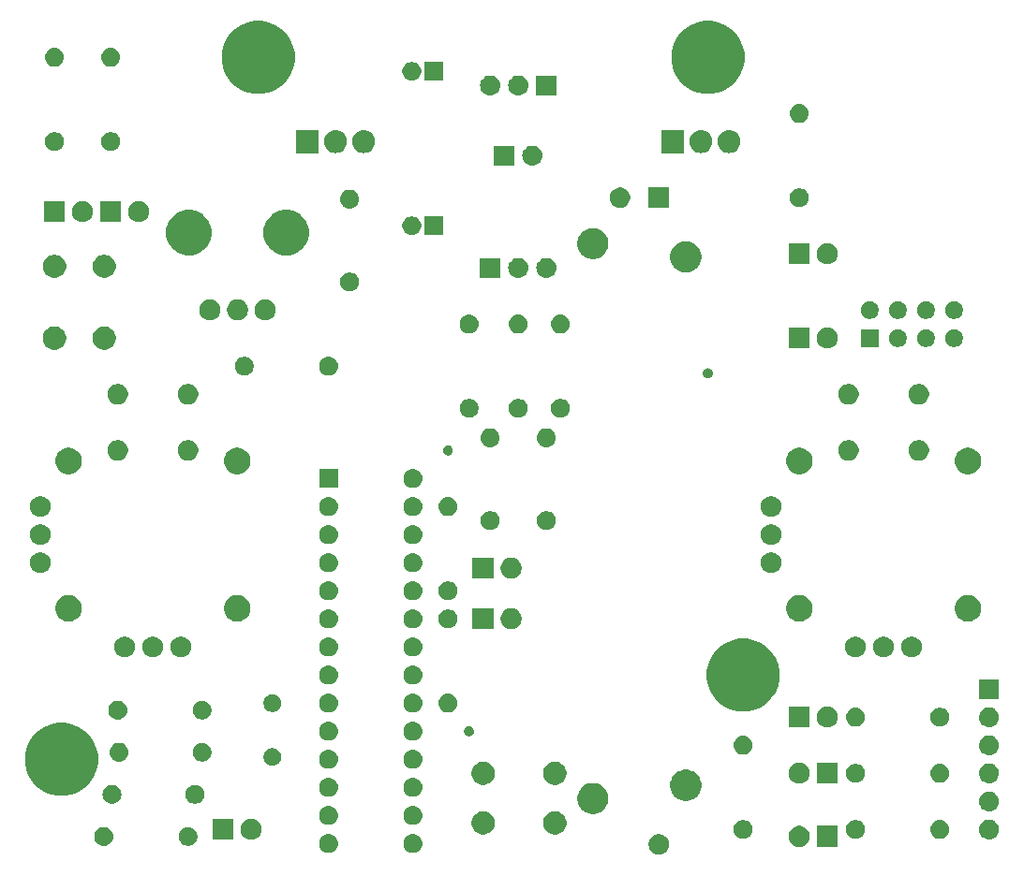
<source format=gbr>
G04 #@! TF.GenerationSoftware,KiCad,Pcbnew,(5.0.2)-1*
G04 #@! TF.CreationDate,2019-02-13T22:37:31-07:00*
G04 #@! TF.ProjectId,Controller,436f6e74-726f-46c6-9c65-722e6b696361,rev?*
G04 #@! TF.SameCoordinates,Original*
G04 #@! TF.FileFunction,Soldermask,Top*
G04 #@! TF.FilePolarity,Negative*
%FSLAX46Y46*%
G04 Gerber Fmt 4.6, Leading zero omitted, Abs format (unit mm)*
G04 Created by KiCad (PCBNEW (5.0.2)-1) date 2/13/2019 10:37:31 PM*
%MOMM*%
%LPD*%
G01*
G04 APERTURE LIST*
%ADD10C,0.100000*%
G04 APERTURE END LIST*
D10*
G36*
X185690104Y-122379585D02*
X185858626Y-122449389D01*
X186010291Y-122550728D01*
X186139272Y-122679709D01*
X186240611Y-122831374D01*
X186310415Y-122999896D01*
X186346000Y-123178797D01*
X186346000Y-123361203D01*
X186310415Y-123540104D01*
X186240611Y-123708626D01*
X186139272Y-123860291D01*
X186010291Y-123989272D01*
X185858626Y-124090611D01*
X185690104Y-124160415D01*
X185511203Y-124196000D01*
X185328797Y-124196000D01*
X185149896Y-124160415D01*
X184981374Y-124090611D01*
X184829709Y-123989272D01*
X184700728Y-123860291D01*
X184599389Y-123708626D01*
X184529585Y-123540104D01*
X184494000Y-123361203D01*
X184494000Y-123178797D01*
X184529585Y-122999896D01*
X184599389Y-122831374D01*
X184700728Y-122679709D01*
X184829709Y-122550728D01*
X184981374Y-122449389D01*
X185149896Y-122379585D01*
X185328797Y-122344000D01*
X185511203Y-122344000D01*
X185690104Y-122379585D01*
X185690104Y-122379585D01*
G37*
G36*
X163361821Y-122351313D02*
X163361824Y-122351314D01*
X163361825Y-122351314D01*
X163522239Y-122399975D01*
X163522241Y-122399976D01*
X163522244Y-122399977D01*
X163670078Y-122478995D01*
X163799659Y-122585341D01*
X163906005Y-122714922D01*
X163985023Y-122862756D01*
X163985024Y-122862759D01*
X163985025Y-122862761D01*
X164026624Y-122999896D01*
X164033687Y-123023179D01*
X164050117Y-123190000D01*
X164033687Y-123356821D01*
X164033686Y-123356824D01*
X164033686Y-123356825D01*
X163999521Y-123469453D01*
X163985023Y-123517244D01*
X163906005Y-123665078D01*
X163799659Y-123794659D01*
X163670078Y-123901005D01*
X163522244Y-123980023D01*
X163522241Y-123980024D01*
X163522239Y-123980025D01*
X163361825Y-124028686D01*
X163361824Y-124028686D01*
X163361821Y-124028687D01*
X163236804Y-124041000D01*
X163153196Y-124041000D01*
X163028179Y-124028687D01*
X163028176Y-124028686D01*
X163028175Y-124028686D01*
X162867761Y-123980025D01*
X162867759Y-123980024D01*
X162867756Y-123980023D01*
X162719922Y-123901005D01*
X162590341Y-123794659D01*
X162483995Y-123665078D01*
X162404977Y-123517244D01*
X162390480Y-123469453D01*
X162356314Y-123356825D01*
X162356314Y-123356824D01*
X162356313Y-123356821D01*
X162339883Y-123190000D01*
X162356313Y-123023179D01*
X162363376Y-122999896D01*
X162404975Y-122862761D01*
X162404976Y-122862759D01*
X162404977Y-122862756D01*
X162483995Y-122714922D01*
X162590341Y-122585341D01*
X162719922Y-122478995D01*
X162867756Y-122399977D01*
X162867759Y-122399976D01*
X162867761Y-122399975D01*
X163028175Y-122351314D01*
X163028176Y-122351314D01*
X163028179Y-122351313D01*
X163153196Y-122339000D01*
X163236804Y-122339000D01*
X163361821Y-122351313D01*
X163361821Y-122351313D01*
G37*
G36*
X155741821Y-122351313D02*
X155741824Y-122351314D01*
X155741825Y-122351314D01*
X155902239Y-122399975D01*
X155902241Y-122399976D01*
X155902244Y-122399977D01*
X156050078Y-122478995D01*
X156179659Y-122585341D01*
X156286005Y-122714922D01*
X156365023Y-122862756D01*
X156365024Y-122862759D01*
X156365025Y-122862761D01*
X156406624Y-122999896D01*
X156413687Y-123023179D01*
X156430117Y-123190000D01*
X156413687Y-123356821D01*
X156413686Y-123356824D01*
X156413686Y-123356825D01*
X156379521Y-123469453D01*
X156365023Y-123517244D01*
X156286005Y-123665078D01*
X156179659Y-123794659D01*
X156050078Y-123901005D01*
X155902244Y-123980023D01*
X155902241Y-123980024D01*
X155902239Y-123980025D01*
X155741825Y-124028686D01*
X155741824Y-124028686D01*
X155741821Y-124028687D01*
X155616804Y-124041000D01*
X155533196Y-124041000D01*
X155408179Y-124028687D01*
X155408176Y-124028686D01*
X155408175Y-124028686D01*
X155247761Y-123980025D01*
X155247759Y-123980024D01*
X155247756Y-123980023D01*
X155099922Y-123901005D01*
X154970341Y-123794659D01*
X154863995Y-123665078D01*
X154784977Y-123517244D01*
X154770480Y-123469453D01*
X154736314Y-123356825D01*
X154736314Y-123356824D01*
X154736313Y-123356821D01*
X154719883Y-123190000D01*
X154736313Y-123023179D01*
X154743376Y-122999896D01*
X154784975Y-122862761D01*
X154784976Y-122862759D01*
X154784977Y-122862756D01*
X154863995Y-122714922D01*
X154970341Y-122585341D01*
X155099922Y-122478995D01*
X155247756Y-122399977D01*
X155247759Y-122399976D01*
X155247761Y-122399975D01*
X155408175Y-122351314D01*
X155408176Y-122351314D01*
X155408179Y-122351313D01*
X155533196Y-122339000D01*
X155616804Y-122339000D01*
X155741821Y-122351313D01*
X155741821Y-122351313D01*
G37*
G36*
X201611000Y-123506000D02*
X199709000Y-123506000D01*
X199709000Y-121604000D01*
X201611000Y-121604000D01*
X201611000Y-123506000D01*
X201611000Y-123506000D01*
G37*
G36*
X198397396Y-121640546D02*
X198570466Y-121712234D01*
X198726230Y-121816312D01*
X198858688Y-121948770D01*
X198962766Y-122104534D01*
X199034454Y-122277604D01*
X199071000Y-122461333D01*
X199071000Y-122648667D01*
X199034454Y-122832396D01*
X198962766Y-123005466D01*
X198858688Y-123161230D01*
X198726230Y-123293688D01*
X198570466Y-123397766D01*
X198397396Y-123469454D01*
X198213667Y-123506000D01*
X198026333Y-123506000D01*
X197842604Y-123469454D01*
X197669534Y-123397766D01*
X197513770Y-123293688D01*
X197381312Y-123161230D01*
X197277234Y-123005466D01*
X197205546Y-122832396D01*
X197169000Y-122648667D01*
X197169000Y-122461333D01*
X197205546Y-122277604D01*
X197277234Y-122104534D01*
X197381312Y-121948770D01*
X197513770Y-121816312D01*
X197669534Y-121712234D01*
X197842604Y-121640546D01*
X198026333Y-121604000D01*
X198213667Y-121604000D01*
X198397396Y-121640546D01*
X198397396Y-121640546D01*
G37*
G36*
X143123228Y-121736703D02*
X143278100Y-121800853D01*
X143417481Y-121893985D01*
X143536015Y-122012519D01*
X143629147Y-122151900D01*
X143693297Y-122306772D01*
X143726000Y-122471184D01*
X143726000Y-122638816D01*
X143693297Y-122803228D01*
X143629147Y-122958100D01*
X143536015Y-123097481D01*
X143417481Y-123216015D01*
X143278100Y-123309147D01*
X143123228Y-123373297D01*
X142958816Y-123406000D01*
X142791184Y-123406000D01*
X142626772Y-123373297D01*
X142471900Y-123309147D01*
X142332519Y-123216015D01*
X142213985Y-123097481D01*
X142120853Y-122958100D01*
X142056703Y-122803228D01*
X142024000Y-122638816D01*
X142024000Y-122471184D01*
X142056703Y-122306772D01*
X142120853Y-122151900D01*
X142213985Y-122012519D01*
X142332519Y-121893985D01*
X142471900Y-121800853D01*
X142626772Y-121736703D01*
X142791184Y-121704000D01*
X142958816Y-121704000D01*
X143123228Y-121736703D01*
X143123228Y-121736703D01*
G37*
G36*
X135421821Y-121716313D02*
X135421824Y-121716314D01*
X135421825Y-121716314D01*
X135582239Y-121764975D01*
X135582241Y-121764976D01*
X135582244Y-121764977D01*
X135730078Y-121843995D01*
X135859659Y-121950341D01*
X135966005Y-122079922D01*
X136045023Y-122227756D01*
X136045024Y-122227759D01*
X136045025Y-122227761D01*
X136093686Y-122388175D01*
X136093687Y-122388179D01*
X136110117Y-122555000D01*
X136093687Y-122721821D01*
X136093686Y-122721824D01*
X136093686Y-122721825D01*
X136050934Y-122862761D01*
X136045023Y-122882244D01*
X135966005Y-123030078D01*
X135859659Y-123159659D01*
X135730078Y-123266005D01*
X135582244Y-123345023D01*
X135582241Y-123345024D01*
X135582239Y-123345025D01*
X135421825Y-123393686D01*
X135421824Y-123393686D01*
X135421821Y-123393687D01*
X135296804Y-123406000D01*
X135213196Y-123406000D01*
X135088179Y-123393687D01*
X135088176Y-123393686D01*
X135088175Y-123393686D01*
X134927761Y-123345025D01*
X134927759Y-123345024D01*
X134927756Y-123345023D01*
X134779922Y-123266005D01*
X134650341Y-123159659D01*
X134543995Y-123030078D01*
X134464977Y-122882244D01*
X134459067Y-122862761D01*
X134416314Y-122721825D01*
X134416314Y-122721824D01*
X134416313Y-122721821D01*
X134399883Y-122555000D01*
X134416313Y-122388179D01*
X134416314Y-122388175D01*
X134464975Y-122227761D01*
X134464976Y-122227759D01*
X134464977Y-122227756D01*
X134543995Y-122079922D01*
X134650341Y-121950341D01*
X134779922Y-121843995D01*
X134927756Y-121764977D01*
X134927759Y-121764976D01*
X134927761Y-121764975D01*
X135088175Y-121716314D01*
X135088176Y-121716314D01*
X135088179Y-121716313D01*
X135213196Y-121704000D01*
X135296804Y-121704000D01*
X135421821Y-121716313D01*
X135421821Y-121716313D01*
G37*
G36*
X147001000Y-122871000D02*
X145099000Y-122871000D01*
X145099000Y-120969000D01*
X147001000Y-120969000D01*
X147001000Y-122871000D01*
X147001000Y-122871000D01*
G37*
G36*
X148867396Y-121005546D02*
X149040466Y-121077234D01*
X149196230Y-121181312D01*
X149328688Y-121313770D01*
X149432766Y-121469534D01*
X149504454Y-121642604D01*
X149541000Y-121826333D01*
X149541000Y-122013667D01*
X149504454Y-122197396D01*
X149432766Y-122370466D01*
X149328688Y-122526230D01*
X149196230Y-122658688D01*
X149040466Y-122762766D01*
X148867396Y-122834454D01*
X148683667Y-122871000D01*
X148496333Y-122871000D01*
X148312604Y-122834454D01*
X148139534Y-122762766D01*
X147983770Y-122658688D01*
X147851312Y-122526230D01*
X147747234Y-122370466D01*
X147675546Y-122197396D01*
X147639000Y-122013667D01*
X147639000Y-121826333D01*
X147675546Y-121642604D01*
X147747234Y-121469534D01*
X147851312Y-121313770D01*
X147983770Y-121181312D01*
X148139534Y-121077234D01*
X148312604Y-121005546D01*
X148496333Y-120969000D01*
X148683667Y-120969000D01*
X148867396Y-121005546D01*
X148867396Y-121005546D01*
G37*
G36*
X215375442Y-121025518D02*
X215441627Y-121032037D01*
X215554853Y-121066384D01*
X215611467Y-121083557D01*
X215698311Y-121129977D01*
X215767991Y-121167222D01*
X215803729Y-121196552D01*
X215905186Y-121279814D01*
X215985369Y-121377519D01*
X216017778Y-121417009D01*
X216017779Y-121417011D01*
X216101443Y-121573533D01*
X216110685Y-121604000D01*
X216152963Y-121743373D01*
X216170359Y-121920000D01*
X216152963Y-122096627D01*
X216131243Y-122168228D01*
X216101443Y-122266467D01*
X216045853Y-122370467D01*
X216017778Y-122422991D01*
X215988448Y-122458729D01*
X215905186Y-122560186D01*
X215809375Y-122638815D01*
X215767991Y-122672778D01*
X215767989Y-122672779D01*
X215611467Y-122756443D01*
X215590622Y-122762766D01*
X215441627Y-122807963D01*
X215375443Y-122814481D01*
X215309260Y-122821000D01*
X215220740Y-122821000D01*
X215154557Y-122814481D01*
X215088373Y-122807963D01*
X214939378Y-122762766D01*
X214918533Y-122756443D01*
X214762011Y-122672779D01*
X214762009Y-122672778D01*
X214720625Y-122638815D01*
X214624814Y-122560186D01*
X214541552Y-122458729D01*
X214512222Y-122422991D01*
X214484147Y-122370467D01*
X214428557Y-122266467D01*
X214398757Y-122168228D01*
X214377037Y-122096627D01*
X214359641Y-121920000D01*
X214377037Y-121743373D01*
X214419315Y-121604000D01*
X214428557Y-121573533D01*
X214512221Y-121417011D01*
X214512222Y-121417009D01*
X214544631Y-121377519D01*
X214624814Y-121279814D01*
X214726271Y-121196552D01*
X214762009Y-121167222D01*
X214831689Y-121129977D01*
X214918533Y-121083557D01*
X214975147Y-121066384D01*
X215088373Y-121032037D01*
X215154558Y-121025518D01*
X215220740Y-121019000D01*
X215309260Y-121019000D01*
X215375442Y-121025518D01*
X215375442Y-121025518D01*
G37*
G36*
X203448228Y-121101703D02*
X203603100Y-121165853D01*
X203742481Y-121258985D01*
X203861015Y-121377519D01*
X203954147Y-121516900D01*
X204018297Y-121671772D01*
X204051000Y-121836184D01*
X204051000Y-122003816D01*
X204018297Y-122168228D01*
X203954147Y-122323100D01*
X203861015Y-122462481D01*
X203742481Y-122581015D01*
X203603100Y-122674147D01*
X203448228Y-122738297D01*
X203283816Y-122771000D01*
X203116184Y-122771000D01*
X202951772Y-122738297D01*
X202796900Y-122674147D01*
X202657519Y-122581015D01*
X202538985Y-122462481D01*
X202445853Y-122323100D01*
X202381703Y-122168228D01*
X202349000Y-122003816D01*
X202349000Y-121836184D01*
X202381703Y-121671772D01*
X202445853Y-121516900D01*
X202538985Y-121377519D01*
X202657519Y-121258985D01*
X202796900Y-121165853D01*
X202951772Y-121101703D01*
X203116184Y-121069000D01*
X203283816Y-121069000D01*
X203448228Y-121101703D01*
X203448228Y-121101703D01*
G37*
G36*
X193288228Y-121101703D02*
X193443100Y-121165853D01*
X193582481Y-121258985D01*
X193701015Y-121377519D01*
X193794147Y-121516900D01*
X193858297Y-121671772D01*
X193891000Y-121836184D01*
X193891000Y-122003816D01*
X193858297Y-122168228D01*
X193794147Y-122323100D01*
X193701015Y-122462481D01*
X193582481Y-122581015D01*
X193443100Y-122674147D01*
X193288228Y-122738297D01*
X193123816Y-122771000D01*
X192956184Y-122771000D01*
X192791772Y-122738297D01*
X192636900Y-122674147D01*
X192497519Y-122581015D01*
X192378985Y-122462481D01*
X192285853Y-122323100D01*
X192221703Y-122168228D01*
X192189000Y-122003816D01*
X192189000Y-121836184D01*
X192221703Y-121671772D01*
X192285853Y-121516900D01*
X192378985Y-121377519D01*
X192497519Y-121258985D01*
X192636900Y-121165853D01*
X192791772Y-121101703D01*
X192956184Y-121069000D01*
X193123816Y-121069000D01*
X193288228Y-121101703D01*
X193288228Y-121101703D01*
G37*
G36*
X210986821Y-121081313D02*
X210986824Y-121081314D01*
X210986825Y-121081314D01*
X211147239Y-121129975D01*
X211147241Y-121129976D01*
X211147244Y-121129977D01*
X211295078Y-121208995D01*
X211424659Y-121315341D01*
X211531005Y-121444922D01*
X211610023Y-121592756D01*
X211610024Y-121592759D01*
X211610025Y-121592761D01*
X211655713Y-121743375D01*
X211658687Y-121753179D01*
X211675117Y-121920000D01*
X211658687Y-122086821D01*
X211658686Y-122086824D01*
X211658686Y-122086825D01*
X211615934Y-122227761D01*
X211610023Y-122247244D01*
X211531005Y-122395078D01*
X211424659Y-122524659D01*
X211295078Y-122631005D01*
X211147244Y-122710023D01*
X211147241Y-122710024D01*
X211147239Y-122710025D01*
X210986825Y-122758686D01*
X210986824Y-122758686D01*
X210986821Y-122758687D01*
X210861804Y-122771000D01*
X210778196Y-122771000D01*
X210653179Y-122758687D01*
X210653176Y-122758686D01*
X210653175Y-122758686D01*
X210492761Y-122710025D01*
X210492759Y-122710024D01*
X210492756Y-122710023D01*
X210344922Y-122631005D01*
X210215341Y-122524659D01*
X210108995Y-122395078D01*
X210029977Y-122247244D01*
X210024067Y-122227761D01*
X209981314Y-122086825D01*
X209981314Y-122086824D01*
X209981313Y-122086821D01*
X209964883Y-121920000D01*
X209981313Y-121753179D01*
X209984287Y-121743375D01*
X210029975Y-121592761D01*
X210029976Y-121592759D01*
X210029977Y-121592756D01*
X210108995Y-121444922D01*
X210215341Y-121315341D01*
X210344922Y-121208995D01*
X210492756Y-121129977D01*
X210492759Y-121129976D01*
X210492761Y-121129975D01*
X210653175Y-121081314D01*
X210653176Y-121081314D01*
X210653179Y-121081313D01*
X210778196Y-121069000D01*
X210861804Y-121069000D01*
X210986821Y-121081313D01*
X210986821Y-121081313D01*
G37*
G36*
X176351565Y-120329389D02*
X176542834Y-120408615D01*
X176714976Y-120523637D01*
X176861363Y-120670024D01*
X176976385Y-120842166D01*
X177055611Y-121033435D01*
X177096000Y-121236484D01*
X177096000Y-121443516D01*
X177055611Y-121646565D01*
X176976385Y-121837834D01*
X176861363Y-122009976D01*
X176714976Y-122156363D01*
X176542834Y-122271385D01*
X176351565Y-122350611D01*
X176148516Y-122391000D01*
X175941484Y-122391000D01*
X175738435Y-122350611D01*
X175547166Y-122271385D01*
X175375024Y-122156363D01*
X175228637Y-122009976D01*
X175113615Y-121837834D01*
X175034389Y-121646565D01*
X174994000Y-121443516D01*
X174994000Y-121236484D01*
X175034389Y-121033435D01*
X175113615Y-120842166D01*
X175228637Y-120670024D01*
X175375024Y-120523637D01*
X175547166Y-120408615D01*
X175738435Y-120329389D01*
X175941484Y-120289000D01*
X176148516Y-120289000D01*
X176351565Y-120329389D01*
X176351565Y-120329389D01*
G37*
G36*
X169851565Y-120329389D02*
X170042834Y-120408615D01*
X170214976Y-120523637D01*
X170361363Y-120670024D01*
X170476385Y-120842166D01*
X170555611Y-121033435D01*
X170596000Y-121236484D01*
X170596000Y-121443516D01*
X170555611Y-121646565D01*
X170476385Y-121837834D01*
X170361363Y-122009976D01*
X170214976Y-122156363D01*
X170042834Y-122271385D01*
X169851565Y-122350611D01*
X169648516Y-122391000D01*
X169441484Y-122391000D01*
X169238435Y-122350611D01*
X169047166Y-122271385D01*
X168875024Y-122156363D01*
X168728637Y-122009976D01*
X168613615Y-121837834D01*
X168534389Y-121646565D01*
X168494000Y-121443516D01*
X168494000Y-121236484D01*
X168534389Y-121033435D01*
X168613615Y-120842166D01*
X168728637Y-120670024D01*
X168875024Y-120523637D01*
X169047166Y-120408615D01*
X169238435Y-120329389D01*
X169441484Y-120289000D01*
X169648516Y-120289000D01*
X169851565Y-120329389D01*
X169851565Y-120329389D01*
G37*
G36*
X163361821Y-119811313D02*
X163361824Y-119811314D01*
X163361825Y-119811314D01*
X163522239Y-119859975D01*
X163522241Y-119859976D01*
X163522244Y-119859977D01*
X163670078Y-119938995D01*
X163799659Y-120045341D01*
X163906005Y-120174922D01*
X163985023Y-120322756D01*
X163985024Y-120322759D01*
X163985025Y-120322761D01*
X164028828Y-120467161D01*
X164033687Y-120483179D01*
X164050117Y-120650000D01*
X164033687Y-120816821D01*
X163985023Y-120977244D01*
X163906005Y-121125078D01*
X163799659Y-121254659D01*
X163670078Y-121361005D01*
X163522244Y-121440023D01*
X163522241Y-121440024D01*
X163522239Y-121440025D01*
X163361825Y-121488686D01*
X163361824Y-121488686D01*
X163361821Y-121488687D01*
X163236804Y-121501000D01*
X163153196Y-121501000D01*
X163028179Y-121488687D01*
X163028176Y-121488686D01*
X163028175Y-121488686D01*
X162867761Y-121440025D01*
X162867759Y-121440024D01*
X162867756Y-121440023D01*
X162719922Y-121361005D01*
X162590341Y-121254659D01*
X162483995Y-121125078D01*
X162404977Y-120977244D01*
X162356313Y-120816821D01*
X162339883Y-120650000D01*
X162356313Y-120483179D01*
X162361172Y-120467161D01*
X162404975Y-120322761D01*
X162404976Y-120322759D01*
X162404977Y-120322756D01*
X162483995Y-120174922D01*
X162590341Y-120045341D01*
X162719922Y-119938995D01*
X162867756Y-119859977D01*
X162867759Y-119859976D01*
X162867761Y-119859975D01*
X163028175Y-119811314D01*
X163028176Y-119811314D01*
X163028179Y-119811313D01*
X163153196Y-119799000D01*
X163236804Y-119799000D01*
X163361821Y-119811313D01*
X163361821Y-119811313D01*
G37*
G36*
X155741821Y-119811313D02*
X155741824Y-119811314D01*
X155741825Y-119811314D01*
X155902239Y-119859975D01*
X155902241Y-119859976D01*
X155902244Y-119859977D01*
X156050078Y-119938995D01*
X156179659Y-120045341D01*
X156286005Y-120174922D01*
X156365023Y-120322756D01*
X156365024Y-120322759D01*
X156365025Y-120322761D01*
X156408828Y-120467161D01*
X156413687Y-120483179D01*
X156430117Y-120650000D01*
X156413687Y-120816821D01*
X156365023Y-120977244D01*
X156286005Y-121125078D01*
X156179659Y-121254659D01*
X156050078Y-121361005D01*
X155902244Y-121440023D01*
X155902241Y-121440024D01*
X155902239Y-121440025D01*
X155741825Y-121488686D01*
X155741824Y-121488686D01*
X155741821Y-121488687D01*
X155616804Y-121501000D01*
X155533196Y-121501000D01*
X155408179Y-121488687D01*
X155408176Y-121488686D01*
X155408175Y-121488686D01*
X155247761Y-121440025D01*
X155247759Y-121440024D01*
X155247756Y-121440023D01*
X155099922Y-121361005D01*
X154970341Y-121254659D01*
X154863995Y-121125078D01*
X154784977Y-120977244D01*
X154736313Y-120816821D01*
X154719883Y-120650000D01*
X154736313Y-120483179D01*
X154741172Y-120467161D01*
X154784975Y-120322761D01*
X154784976Y-120322759D01*
X154784977Y-120322756D01*
X154863995Y-120174922D01*
X154970341Y-120045341D01*
X155099922Y-119938995D01*
X155247756Y-119859977D01*
X155247759Y-119859976D01*
X155247761Y-119859975D01*
X155408175Y-119811314D01*
X155408176Y-119811314D01*
X155408179Y-119811313D01*
X155533196Y-119799000D01*
X155616804Y-119799000D01*
X155741821Y-119811313D01*
X155741821Y-119811313D01*
G37*
G36*
X179786223Y-117754453D02*
X179878657Y-117772839D01*
X179922501Y-117791000D01*
X180133621Y-117878449D01*
X180363089Y-118031774D01*
X180558226Y-118226911D01*
X180711551Y-118456379D01*
X180762002Y-118578179D01*
X180817161Y-118711343D01*
X180823856Y-118745000D01*
X180871000Y-118982012D01*
X180871000Y-119257988D01*
X180846730Y-119380000D01*
X180817161Y-119528657D01*
X180789266Y-119596000D01*
X180711551Y-119783621D01*
X180558226Y-120013089D01*
X180363089Y-120208226D01*
X180133621Y-120361551D01*
X180019998Y-120408615D01*
X179878657Y-120467161D01*
X179798148Y-120483175D01*
X179607988Y-120521000D01*
X179332012Y-120521000D01*
X179141852Y-120483175D01*
X179061343Y-120467161D01*
X178920002Y-120408615D01*
X178806379Y-120361551D01*
X178576911Y-120208226D01*
X178381774Y-120013089D01*
X178228449Y-119783621D01*
X178150734Y-119596000D01*
X178122839Y-119528657D01*
X178093270Y-119380000D01*
X178069000Y-119257988D01*
X178069000Y-118982012D01*
X178116144Y-118745000D01*
X178122839Y-118711343D01*
X178177998Y-118578179D01*
X178228449Y-118456379D01*
X178381774Y-118226911D01*
X178576911Y-118031774D01*
X178806379Y-117878449D01*
X179017499Y-117791000D01*
X179061343Y-117772839D01*
X179153777Y-117754453D01*
X179332012Y-117719000D01*
X179607988Y-117719000D01*
X179786223Y-117754453D01*
X179786223Y-117754453D01*
G37*
G36*
X215375442Y-118485518D02*
X215441627Y-118492037D01*
X215554853Y-118526384D01*
X215611467Y-118543557D01*
X215676239Y-118578179D01*
X215767991Y-118627222D01*
X215803729Y-118656552D01*
X215905186Y-118739814D01*
X215978226Y-118828815D01*
X216017778Y-118877009D01*
X216017779Y-118877011D01*
X216101443Y-119033533D01*
X216101443Y-119033534D01*
X216152963Y-119203373D01*
X216170359Y-119380000D01*
X216152963Y-119556627D01*
X216144754Y-119583687D01*
X216101443Y-119726467D01*
X216030080Y-119859975D01*
X216017778Y-119882991D01*
X215988448Y-119918729D01*
X215905186Y-120020186D01*
X215803729Y-120103448D01*
X215767991Y-120132778D01*
X215767989Y-120132779D01*
X215611467Y-120216443D01*
X215554853Y-120233616D01*
X215441627Y-120267963D01*
X215375442Y-120274482D01*
X215309260Y-120281000D01*
X215220740Y-120281000D01*
X215154558Y-120274482D01*
X215088373Y-120267963D01*
X214975147Y-120233616D01*
X214918533Y-120216443D01*
X214762011Y-120132779D01*
X214762009Y-120132778D01*
X214726271Y-120103448D01*
X214624814Y-120020186D01*
X214541552Y-119918729D01*
X214512222Y-119882991D01*
X214499920Y-119859975D01*
X214428557Y-119726467D01*
X214385246Y-119583687D01*
X214377037Y-119556627D01*
X214359641Y-119380000D01*
X214377037Y-119203373D01*
X214428557Y-119033534D01*
X214428557Y-119033533D01*
X214512221Y-118877011D01*
X214512222Y-118877009D01*
X214551774Y-118828815D01*
X214624814Y-118739814D01*
X214726271Y-118656552D01*
X214762009Y-118627222D01*
X214853761Y-118578179D01*
X214918533Y-118543557D01*
X214975147Y-118526384D01*
X215088373Y-118492037D01*
X215154558Y-118485518D01*
X215220740Y-118479000D01*
X215309260Y-118479000D01*
X215375442Y-118485518D01*
X215375442Y-118485518D01*
G37*
G36*
X136176821Y-117906313D02*
X136176824Y-117906314D01*
X136176825Y-117906314D01*
X136337239Y-117954975D01*
X136337241Y-117954976D01*
X136337244Y-117954977D01*
X136485078Y-118033995D01*
X136614659Y-118140341D01*
X136721005Y-118269922D01*
X136800023Y-118417756D01*
X136800024Y-118417759D01*
X136800025Y-118417761D01*
X136848686Y-118578175D01*
X136848687Y-118578179D01*
X136865117Y-118745000D01*
X136848687Y-118911821D01*
X136848686Y-118911824D01*
X136848686Y-118911825D01*
X136819443Y-119008228D01*
X136800023Y-119072244D01*
X136721005Y-119220078D01*
X136614659Y-119349659D01*
X136485078Y-119456005D01*
X136337244Y-119535023D01*
X136337241Y-119535024D01*
X136337239Y-119535025D01*
X136176825Y-119583686D01*
X136176824Y-119583686D01*
X136176821Y-119583687D01*
X136051804Y-119596000D01*
X135968196Y-119596000D01*
X135843179Y-119583687D01*
X135843176Y-119583686D01*
X135843175Y-119583686D01*
X135682761Y-119535025D01*
X135682759Y-119535024D01*
X135682756Y-119535023D01*
X135534922Y-119456005D01*
X135405341Y-119349659D01*
X135298995Y-119220078D01*
X135219977Y-119072244D01*
X135200558Y-119008228D01*
X135171314Y-118911825D01*
X135171314Y-118911824D01*
X135171313Y-118911821D01*
X135154883Y-118745000D01*
X135171313Y-118578179D01*
X135171314Y-118578175D01*
X135219975Y-118417761D01*
X135219976Y-118417759D01*
X135219977Y-118417756D01*
X135298995Y-118269922D01*
X135405341Y-118140341D01*
X135534922Y-118033995D01*
X135682756Y-117954977D01*
X135682759Y-117954976D01*
X135682761Y-117954975D01*
X135843175Y-117906314D01*
X135843176Y-117906314D01*
X135843179Y-117906313D01*
X135968196Y-117894000D01*
X136051804Y-117894000D01*
X136176821Y-117906313D01*
X136176821Y-117906313D01*
G37*
G36*
X143758228Y-117926703D02*
X143913100Y-117990853D01*
X144052481Y-118083985D01*
X144171015Y-118202519D01*
X144264147Y-118341900D01*
X144328297Y-118496772D01*
X144361000Y-118661184D01*
X144361000Y-118828816D01*
X144328297Y-118993228D01*
X144264147Y-119148100D01*
X144171015Y-119287481D01*
X144052481Y-119406015D01*
X143913100Y-119499147D01*
X143758228Y-119563297D01*
X143593816Y-119596000D01*
X143426184Y-119596000D01*
X143261772Y-119563297D01*
X143106900Y-119499147D01*
X142967519Y-119406015D01*
X142848985Y-119287481D01*
X142755853Y-119148100D01*
X142691703Y-118993228D01*
X142659000Y-118828816D01*
X142659000Y-118661184D01*
X142691703Y-118496772D01*
X142755853Y-118341900D01*
X142848985Y-118202519D01*
X142967519Y-118083985D01*
X143106900Y-117990853D01*
X143261772Y-117926703D01*
X143426184Y-117894000D01*
X143593816Y-117894000D01*
X143758228Y-117926703D01*
X143758228Y-117926703D01*
G37*
G36*
X188188433Y-116554893D02*
X188278657Y-116572839D01*
X188384267Y-116616585D01*
X188533621Y-116678449D01*
X188763089Y-116831774D01*
X188958226Y-117026911D01*
X189111551Y-117256379D01*
X189170625Y-117398996D01*
X189216595Y-117509976D01*
X189217161Y-117511344D01*
X189271000Y-117782012D01*
X189271000Y-118057988D01*
X189254619Y-118140341D01*
X189217161Y-118328657D01*
X189173415Y-118434267D01*
X189111551Y-118583621D01*
X188958226Y-118813089D01*
X188763089Y-119008226D01*
X188533621Y-119161551D01*
X188432649Y-119203375D01*
X188278657Y-119267161D01*
X188188433Y-119285107D01*
X188007988Y-119321000D01*
X187732012Y-119321000D01*
X187551567Y-119285107D01*
X187461343Y-119267161D01*
X187307351Y-119203375D01*
X187206379Y-119161551D01*
X186976911Y-119008226D01*
X186781774Y-118813089D01*
X186628449Y-118583621D01*
X186566585Y-118434267D01*
X186522839Y-118328657D01*
X186485381Y-118140341D01*
X186469000Y-118057988D01*
X186469000Y-117782012D01*
X186522839Y-117511344D01*
X186523406Y-117509976D01*
X186569375Y-117398996D01*
X186628449Y-117256379D01*
X186781774Y-117026911D01*
X186976911Y-116831774D01*
X187206379Y-116678449D01*
X187355733Y-116616585D01*
X187461343Y-116572839D01*
X187551567Y-116554893D01*
X187732012Y-116519000D01*
X188007988Y-116519000D01*
X188188433Y-116554893D01*
X188188433Y-116554893D01*
G37*
G36*
X163361821Y-117271313D02*
X163361824Y-117271314D01*
X163361825Y-117271314D01*
X163522239Y-117319975D01*
X163522241Y-117319976D01*
X163522244Y-117319977D01*
X163670078Y-117398995D01*
X163799659Y-117505341D01*
X163906005Y-117634922D01*
X163985023Y-117782756D01*
X163985024Y-117782759D01*
X163985025Y-117782761D01*
X164033686Y-117943175D01*
X164033687Y-117943179D01*
X164050117Y-118110000D01*
X164033687Y-118276821D01*
X164033686Y-118276824D01*
X164033686Y-118276825D01*
X163990934Y-118417761D01*
X163985023Y-118437244D01*
X163906005Y-118585078D01*
X163799659Y-118714659D01*
X163670078Y-118821005D01*
X163522244Y-118900023D01*
X163522241Y-118900024D01*
X163522239Y-118900025D01*
X163361825Y-118948686D01*
X163361824Y-118948686D01*
X163361821Y-118948687D01*
X163236804Y-118961000D01*
X163153196Y-118961000D01*
X163028179Y-118948687D01*
X163028176Y-118948686D01*
X163028175Y-118948686D01*
X162867761Y-118900025D01*
X162867759Y-118900024D01*
X162867756Y-118900023D01*
X162719922Y-118821005D01*
X162590341Y-118714659D01*
X162483995Y-118585078D01*
X162404977Y-118437244D01*
X162399067Y-118417761D01*
X162356314Y-118276825D01*
X162356314Y-118276824D01*
X162356313Y-118276821D01*
X162339883Y-118110000D01*
X162356313Y-117943179D01*
X162356314Y-117943175D01*
X162404975Y-117782761D01*
X162404976Y-117782759D01*
X162404977Y-117782756D01*
X162483995Y-117634922D01*
X162590341Y-117505341D01*
X162719922Y-117398995D01*
X162867756Y-117319977D01*
X162867759Y-117319976D01*
X162867761Y-117319975D01*
X163028175Y-117271314D01*
X163028176Y-117271314D01*
X163028179Y-117271313D01*
X163153196Y-117259000D01*
X163236804Y-117259000D01*
X163361821Y-117271313D01*
X163361821Y-117271313D01*
G37*
G36*
X155741821Y-117271313D02*
X155741824Y-117271314D01*
X155741825Y-117271314D01*
X155902239Y-117319975D01*
X155902241Y-117319976D01*
X155902244Y-117319977D01*
X156050078Y-117398995D01*
X156179659Y-117505341D01*
X156286005Y-117634922D01*
X156365023Y-117782756D01*
X156365024Y-117782759D01*
X156365025Y-117782761D01*
X156413686Y-117943175D01*
X156413687Y-117943179D01*
X156430117Y-118110000D01*
X156413687Y-118276821D01*
X156413686Y-118276824D01*
X156413686Y-118276825D01*
X156370934Y-118417761D01*
X156365023Y-118437244D01*
X156286005Y-118585078D01*
X156179659Y-118714659D01*
X156050078Y-118821005D01*
X155902244Y-118900023D01*
X155902241Y-118900024D01*
X155902239Y-118900025D01*
X155741825Y-118948686D01*
X155741824Y-118948686D01*
X155741821Y-118948687D01*
X155616804Y-118961000D01*
X155533196Y-118961000D01*
X155408179Y-118948687D01*
X155408176Y-118948686D01*
X155408175Y-118948686D01*
X155247761Y-118900025D01*
X155247759Y-118900024D01*
X155247756Y-118900023D01*
X155099922Y-118821005D01*
X154970341Y-118714659D01*
X154863995Y-118585078D01*
X154784977Y-118437244D01*
X154779067Y-118417761D01*
X154736314Y-118276825D01*
X154736314Y-118276824D01*
X154736313Y-118276821D01*
X154719883Y-118110000D01*
X154736313Y-117943179D01*
X154736314Y-117943175D01*
X154784975Y-117782761D01*
X154784976Y-117782759D01*
X154784977Y-117782756D01*
X154863995Y-117634922D01*
X154970341Y-117505341D01*
X155099922Y-117398995D01*
X155247756Y-117319977D01*
X155247759Y-117319976D01*
X155247761Y-117319975D01*
X155408175Y-117271314D01*
X155408176Y-117271314D01*
X155408179Y-117271313D01*
X155533196Y-117259000D01*
X155616804Y-117259000D01*
X155741821Y-117271313D01*
X155741821Y-117271313D01*
G37*
G36*
X132407865Y-112395855D02*
X133008609Y-112644691D01*
X133549268Y-113005948D01*
X134009052Y-113465732D01*
X134370309Y-114006391D01*
X134619145Y-114607135D01*
X134746000Y-115244878D01*
X134746000Y-115895122D01*
X134619145Y-116532865D01*
X134370309Y-117133609D01*
X134009052Y-117674268D01*
X133549268Y-118134052D01*
X133008609Y-118495309D01*
X132407865Y-118744145D01*
X131770122Y-118871000D01*
X131119878Y-118871000D01*
X130482135Y-118744145D01*
X129881391Y-118495309D01*
X129340732Y-118134052D01*
X128880948Y-117674268D01*
X128519691Y-117133609D01*
X128270855Y-116532865D01*
X128144000Y-115895122D01*
X128144000Y-115244878D01*
X128270855Y-114607135D01*
X128519691Y-114006391D01*
X128880948Y-113465732D01*
X129340732Y-113005948D01*
X129881391Y-112644691D01*
X130482135Y-112395855D01*
X131119878Y-112269000D01*
X131770122Y-112269000D01*
X132407865Y-112395855D01*
X132407865Y-112395855D01*
G37*
G36*
X176351565Y-115829389D02*
X176542834Y-115908615D01*
X176714976Y-116023637D01*
X176861363Y-116170024D01*
X176976385Y-116342166D01*
X177055611Y-116533435D01*
X177096000Y-116736484D01*
X177096000Y-116943516D01*
X177055611Y-117146565D01*
X176976385Y-117337834D01*
X176861363Y-117509976D01*
X176714976Y-117656363D01*
X176542834Y-117771385D01*
X176351565Y-117850611D01*
X176148516Y-117891000D01*
X175941484Y-117891000D01*
X175738435Y-117850611D01*
X175547166Y-117771385D01*
X175375024Y-117656363D01*
X175228637Y-117509976D01*
X175113615Y-117337834D01*
X175034389Y-117146565D01*
X174994000Y-116943516D01*
X174994000Y-116736484D01*
X175034389Y-116533435D01*
X175113615Y-116342166D01*
X175228637Y-116170024D01*
X175375024Y-116023637D01*
X175547166Y-115908615D01*
X175738435Y-115829389D01*
X175941484Y-115789000D01*
X176148516Y-115789000D01*
X176351565Y-115829389D01*
X176351565Y-115829389D01*
G37*
G36*
X169851565Y-115829389D02*
X170042834Y-115908615D01*
X170214976Y-116023637D01*
X170361363Y-116170024D01*
X170476385Y-116342166D01*
X170555611Y-116533435D01*
X170596000Y-116736484D01*
X170596000Y-116943516D01*
X170555611Y-117146565D01*
X170476385Y-117337834D01*
X170361363Y-117509976D01*
X170214976Y-117656363D01*
X170042834Y-117771385D01*
X169851565Y-117850611D01*
X169648516Y-117891000D01*
X169441484Y-117891000D01*
X169238435Y-117850611D01*
X169047166Y-117771385D01*
X168875024Y-117656363D01*
X168728637Y-117509976D01*
X168613615Y-117337834D01*
X168534389Y-117146565D01*
X168494000Y-116943516D01*
X168494000Y-116736484D01*
X168534389Y-116533435D01*
X168613615Y-116342166D01*
X168728637Y-116170024D01*
X168875024Y-116023637D01*
X169047166Y-115908615D01*
X169238435Y-115829389D01*
X169441484Y-115789000D01*
X169648516Y-115789000D01*
X169851565Y-115829389D01*
X169851565Y-115829389D01*
G37*
G36*
X201611000Y-117791000D02*
X199709000Y-117791000D01*
X199709000Y-115889000D01*
X201611000Y-115889000D01*
X201611000Y-117791000D01*
X201611000Y-117791000D01*
G37*
G36*
X198397396Y-115925546D02*
X198570466Y-115997234D01*
X198726230Y-116101312D01*
X198858688Y-116233770D01*
X198962766Y-116389534D01*
X199034454Y-116562604D01*
X199071000Y-116746333D01*
X199071000Y-116933667D01*
X199034454Y-117117396D01*
X198962766Y-117290466D01*
X198858688Y-117446230D01*
X198726230Y-117578688D01*
X198570466Y-117682766D01*
X198397396Y-117754454D01*
X198213667Y-117791000D01*
X198026333Y-117791000D01*
X197842604Y-117754454D01*
X197669534Y-117682766D01*
X197513770Y-117578688D01*
X197381312Y-117446230D01*
X197277234Y-117290466D01*
X197205546Y-117117396D01*
X197169000Y-116933667D01*
X197169000Y-116746333D01*
X197205546Y-116562604D01*
X197277234Y-116389534D01*
X197381312Y-116233770D01*
X197513770Y-116101312D01*
X197669534Y-115997234D01*
X197842604Y-115925546D01*
X198026333Y-115889000D01*
X198213667Y-115889000D01*
X198397396Y-115925546D01*
X198397396Y-115925546D01*
G37*
G36*
X215375442Y-115945518D02*
X215441627Y-115952037D01*
X215554853Y-115986384D01*
X215611467Y-116003557D01*
X215698311Y-116049977D01*
X215767991Y-116087222D01*
X215803729Y-116116552D01*
X215905186Y-116199814D01*
X215985369Y-116297519D01*
X216017778Y-116337009D01*
X216017779Y-116337011D01*
X216101443Y-116493533D01*
X216109168Y-116519000D01*
X216152963Y-116663373D01*
X216170359Y-116840000D01*
X216152963Y-117016627D01*
X216149843Y-117026911D01*
X216101443Y-117186467D01*
X216045853Y-117290467D01*
X216017778Y-117342991D01*
X215988448Y-117378729D01*
X215905186Y-117480186D01*
X215803729Y-117563448D01*
X215767991Y-117592778D01*
X215767989Y-117592779D01*
X215611467Y-117676443D01*
X215590622Y-117682766D01*
X215441627Y-117727963D01*
X215375442Y-117734482D01*
X215309260Y-117741000D01*
X215220740Y-117741000D01*
X215154558Y-117734482D01*
X215088373Y-117727963D01*
X214939378Y-117682766D01*
X214918533Y-117676443D01*
X214762011Y-117592779D01*
X214762009Y-117592778D01*
X214726271Y-117563448D01*
X214624814Y-117480186D01*
X214541552Y-117378729D01*
X214512222Y-117342991D01*
X214484147Y-117290467D01*
X214428557Y-117186467D01*
X214380157Y-117026911D01*
X214377037Y-117016627D01*
X214359641Y-116840000D01*
X214377037Y-116663373D01*
X214420832Y-116519000D01*
X214428557Y-116493533D01*
X214512221Y-116337011D01*
X214512222Y-116337009D01*
X214544631Y-116297519D01*
X214624814Y-116199814D01*
X214726271Y-116116552D01*
X214762009Y-116087222D01*
X214831689Y-116049977D01*
X214918533Y-116003557D01*
X214975147Y-115986384D01*
X215088373Y-115952037D01*
X215154558Y-115945518D01*
X215220740Y-115939000D01*
X215309260Y-115939000D01*
X215375442Y-115945518D01*
X215375442Y-115945518D01*
G37*
G36*
X203448228Y-116021703D02*
X203603100Y-116085853D01*
X203742481Y-116178985D01*
X203861015Y-116297519D01*
X203954147Y-116436900D01*
X204018297Y-116591772D01*
X204051000Y-116756184D01*
X204051000Y-116923816D01*
X204018297Y-117088228D01*
X203954147Y-117243100D01*
X203861015Y-117382481D01*
X203742481Y-117501015D01*
X203603100Y-117594147D01*
X203448228Y-117658297D01*
X203283816Y-117691000D01*
X203116184Y-117691000D01*
X202951772Y-117658297D01*
X202796900Y-117594147D01*
X202657519Y-117501015D01*
X202538985Y-117382481D01*
X202445853Y-117243100D01*
X202381703Y-117088228D01*
X202349000Y-116923816D01*
X202349000Y-116756184D01*
X202381703Y-116591772D01*
X202445853Y-116436900D01*
X202538985Y-116297519D01*
X202657519Y-116178985D01*
X202796900Y-116085853D01*
X202951772Y-116021703D01*
X203116184Y-115989000D01*
X203283816Y-115989000D01*
X203448228Y-116021703D01*
X203448228Y-116021703D01*
G37*
G36*
X210986821Y-116001313D02*
X210986824Y-116001314D01*
X210986825Y-116001314D01*
X211147239Y-116049975D01*
X211147241Y-116049976D01*
X211147244Y-116049977D01*
X211295078Y-116128995D01*
X211424659Y-116235341D01*
X211531005Y-116364922D01*
X211610023Y-116512756D01*
X211610024Y-116512759D01*
X211610025Y-116512761D01*
X211655713Y-116663375D01*
X211658687Y-116673179D01*
X211675117Y-116840000D01*
X211658687Y-117006821D01*
X211658686Y-117006824D01*
X211658686Y-117006825D01*
X211620227Y-117133609D01*
X211610023Y-117167244D01*
X211531005Y-117315078D01*
X211424659Y-117444659D01*
X211295078Y-117551005D01*
X211147244Y-117630023D01*
X211147241Y-117630024D01*
X211147239Y-117630025D01*
X210986825Y-117678686D01*
X210986824Y-117678686D01*
X210986821Y-117678687D01*
X210861804Y-117691000D01*
X210778196Y-117691000D01*
X210653179Y-117678687D01*
X210653176Y-117678686D01*
X210653175Y-117678686D01*
X210492761Y-117630025D01*
X210492759Y-117630024D01*
X210492756Y-117630023D01*
X210344922Y-117551005D01*
X210215341Y-117444659D01*
X210108995Y-117315078D01*
X210029977Y-117167244D01*
X210019774Y-117133609D01*
X209981314Y-117006825D01*
X209981314Y-117006824D01*
X209981313Y-117006821D01*
X209964883Y-116840000D01*
X209981313Y-116673179D01*
X209984287Y-116663375D01*
X210029975Y-116512761D01*
X210029976Y-116512759D01*
X210029977Y-116512756D01*
X210108995Y-116364922D01*
X210215341Y-116235341D01*
X210344922Y-116128995D01*
X210492756Y-116049977D01*
X210492759Y-116049976D01*
X210492761Y-116049975D01*
X210653175Y-116001314D01*
X210653176Y-116001314D01*
X210653179Y-116001313D01*
X210778196Y-115989000D01*
X210861804Y-115989000D01*
X210986821Y-116001313D01*
X210986821Y-116001313D01*
G37*
G36*
X155741821Y-114731313D02*
X155741824Y-114731314D01*
X155741825Y-114731314D01*
X155902239Y-114779975D01*
X155902241Y-114779976D01*
X155902244Y-114779977D01*
X156050078Y-114858995D01*
X156179659Y-114965341D01*
X156286005Y-115094922D01*
X156365023Y-115242756D01*
X156365024Y-115242759D01*
X156365025Y-115242761D01*
X156413686Y-115403175D01*
X156413687Y-115403179D01*
X156430117Y-115570000D01*
X156413687Y-115736821D01*
X156413686Y-115736824D01*
X156413686Y-115736825D01*
X156365668Y-115895120D01*
X156365023Y-115897244D01*
X156286005Y-116045078D01*
X156179659Y-116174659D01*
X156050078Y-116281005D01*
X155902244Y-116360023D01*
X155902241Y-116360024D01*
X155902239Y-116360025D01*
X155741825Y-116408686D01*
X155741824Y-116408686D01*
X155741821Y-116408687D01*
X155616804Y-116421000D01*
X155533196Y-116421000D01*
X155408179Y-116408687D01*
X155408176Y-116408686D01*
X155408175Y-116408686D01*
X155247761Y-116360025D01*
X155247759Y-116360024D01*
X155247756Y-116360023D01*
X155099922Y-116281005D01*
X154970341Y-116174659D01*
X154863995Y-116045078D01*
X154784977Y-115897244D01*
X154784333Y-115895120D01*
X154736314Y-115736825D01*
X154736314Y-115736824D01*
X154736313Y-115736821D01*
X154719883Y-115570000D01*
X154736313Y-115403179D01*
X154736314Y-115403175D01*
X154784975Y-115242761D01*
X154784976Y-115242759D01*
X154784977Y-115242756D01*
X154863995Y-115094922D01*
X154970341Y-114965341D01*
X155099922Y-114858995D01*
X155247756Y-114779977D01*
X155247759Y-114779976D01*
X155247761Y-114779975D01*
X155408175Y-114731314D01*
X155408176Y-114731314D01*
X155408179Y-114731313D01*
X155533196Y-114719000D01*
X155616804Y-114719000D01*
X155741821Y-114731313D01*
X155741821Y-114731313D01*
G37*
G36*
X163361821Y-114731313D02*
X163361824Y-114731314D01*
X163361825Y-114731314D01*
X163522239Y-114779975D01*
X163522241Y-114779976D01*
X163522244Y-114779977D01*
X163670078Y-114858995D01*
X163799659Y-114965341D01*
X163906005Y-115094922D01*
X163985023Y-115242756D01*
X163985024Y-115242759D01*
X163985025Y-115242761D01*
X164033686Y-115403175D01*
X164033687Y-115403179D01*
X164050117Y-115570000D01*
X164033687Y-115736821D01*
X164033686Y-115736824D01*
X164033686Y-115736825D01*
X163985668Y-115895120D01*
X163985023Y-115897244D01*
X163906005Y-116045078D01*
X163799659Y-116174659D01*
X163670078Y-116281005D01*
X163522244Y-116360023D01*
X163522241Y-116360024D01*
X163522239Y-116360025D01*
X163361825Y-116408686D01*
X163361824Y-116408686D01*
X163361821Y-116408687D01*
X163236804Y-116421000D01*
X163153196Y-116421000D01*
X163028179Y-116408687D01*
X163028176Y-116408686D01*
X163028175Y-116408686D01*
X162867761Y-116360025D01*
X162867759Y-116360024D01*
X162867756Y-116360023D01*
X162719922Y-116281005D01*
X162590341Y-116174659D01*
X162483995Y-116045078D01*
X162404977Y-115897244D01*
X162404333Y-115895120D01*
X162356314Y-115736825D01*
X162356314Y-115736824D01*
X162356313Y-115736821D01*
X162339883Y-115570000D01*
X162356313Y-115403179D01*
X162356314Y-115403175D01*
X162404975Y-115242761D01*
X162404976Y-115242759D01*
X162404977Y-115242756D01*
X162483995Y-115094922D01*
X162590341Y-114965341D01*
X162719922Y-114858995D01*
X162867756Y-114779977D01*
X162867759Y-114779976D01*
X162867761Y-114779975D01*
X163028175Y-114731314D01*
X163028176Y-114731314D01*
X163028179Y-114731313D01*
X163153196Y-114719000D01*
X163236804Y-114719000D01*
X163361821Y-114731313D01*
X163361821Y-114731313D01*
G37*
G36*
X150728643Y-114599781D02*
X150874415Y-114660162D01*
X151005611Y-114747824D01*
X151117176Y-114859389D01*
X151204838Y-114990585D01*
X151265219Y-115136357D01*
X151296000Y-115291107D01*
X151296000Y-115448893D01*
X151265219Y-115603643D01*
X151204838Y-115749415D01*
X151117176Y-115880611D01*
X151005611Y-115992176D01*
X150874415Y-116079838D01*
X150728643Y-116140219D01*
X150573893Y-116171000D01*
X150416107Y-116171000D01*
X150261357Y-116140219D01*
X150115585Y-116079838D01*
X149984389Y-115992176D01*
X149872824Y-115880611D01*
X149785162Y-115749415D01*
X149724781Y-115603643D01*
X149694000Y-115448893D01*
X149694000Y-115291107D01*
X149724781Y-115136357D01*
X149785162Y-114990585D01*
X149872824Y-114859389D01*
X149984389Y-114747824D01*
X150115585Y-114660162D01*
X150261357Y-114599781D01*
X150416107Y-114569000D01*
X150573893Y-114569000D01*
X150728643Y-114599781D01*
X150728643Y-114599781D01*
G37*
G36*
X136811821Y-114096313D02*
X136811824Y-114096314D01*
X136811825Y-114096314D01*
X136972239Y-114144975D01*
X136972241Y-114144976D01*
X136972244Y-114144977D01*
X137120078Y-114223995D01*
X137249659Y-114330341D01*
X137356005Y-114459922D01*
X137435023Y-114607756D01*
X137435024Y-114607759D01*
X137435025Y-114607761D01*
X137483686Y-114768175D01*
X137483687Y-114768179D01*
X137500117Y-114935000D01*
X137483687Y-115101821D01*
X137483686Y-115101824D01*
X137483686Y-115101825D01*
X137440291Y-115244880D01*
X137435023Y-115262244D01*
X137356005Y-115410078D01*
X137249659Y-115539659D01*
X137120078Y-115646005D01*
X136972244Y-115725023D01*
X136972241Y-115725024D01*
X136972239Y-115725025D01*
X136811825Y-115773686D01*
X136811824Y-115773686D01*
X136811821Y-115773687D01*
X136686804Y-115786000D01*
X136603196Y-115786000D01*
X136478179Y-115773687D01*
X136478176Y-115773686D01*
X136478175Y-115773686D01*
X136317761Y-115725025D01*
X136317759Y-115725024D01*
X136317756Y-115725023D01*
X136169922Y-115646005D01*
X136040341Y-115539659D01*
X135933995Y-115410078D01*
X135854977Y-115262244D01*
X135849710Y-115244880D01*
X135806314Y-115101825D01*
X135806314Y-115101824D01*
X135806313Y-115101821D01*
X135789883Y-114935000D01*
X135806313Y-114768179D01*
X135806314Y-114768175D01*
X135854975Y-114607761D01*
X135854976Y-114607759D01*
X135854977Y-114607756D01*
X135933995Y-114459922D01*
X136040341Y-114330341D01*
X136169922Y-114223995D01*
X136317756Y-114144977D01*
X136317759Y-114144976D01*
X136317761Y-114144975D01*
X136478175Y-114096314D01*
X136478176Y-114096314D01*
X136478179Y-114096313D01*
X136603196Y-114084000D01*
X136686804Y-114084000D01*
X136811821Y-114096313D01*
X136811821Y-114096313D01*
G37*
G36*
X144393228Y-114116703D02*
X144548100Y-114180853D01*
X144687481Y-114273985D01*
X144806015Y-114392519D01*
X144899147Y-114531900D01*
X144963297Y-114686772D01*
X144996000Y-114851184D01*
X144996000Y-115018816D01*
X144963297Y-115183228D01*
X144899147Y-115338100D01*
X144806015Y-115477481D01*
X144687481Y-115596015D01*
X144548100Y-115689147D01*
X144393228Y-115753297D01*
X144228816Y-115786000D01*
X144061184Y-115786000D01*
X143896772Y-115753297D01*
X143741900Y-115689147D01*
X143602519Y-115596015D01*
X143483985Y-115477481D01*
X143390853Y-115338100D01*
X143326703Y-115183228D01*
X143294000Y-115018816D01*
X143294000Y-114851184D01*
X143326703Y-114686772D01*
X143390853Y-114531900D01*
X143483985Y-114392519D01*
X143602519Y-114273985D01*
X143741900Y-114180853D01*
X143896772Y-114116703D01*
X144061184Y-114084000D01*
X144228816Y-114084000D01*
X144393228Y-114116703D01*
X144393228Y-114116703D01*
G37*
G36*
X215375443Y-113405519D02*
X215441627Y-113412037D01*
X215554853Y-113446384D01*
X215611467Y-113463557D01*
X215698311Y-113509977D01*
X215767991Y-113547222D01*
X215803729Y-113576552D01*
X215905186Y-113659814D01*
X215988448Y-113761271D01*
X216017778Y-113797009D01*
X216017779Y-113797011D01*
X216101443Y-113953533D01*
X216117477Y-114006390D01*
X216152963Y-114123373D01*
X216170359Y-114300000D01*
X216152963Y-114476627D01*
X216136196Y-114531900D01*
X216101443Y-114646467D01*
X216047267Y-114747822D01*
X216017778Y-114802991D01*
X215988448Y-114838729D01*
X215905186Y-114940186D01*
X215809375Y-115018815D01*
X215767991Y-115052778D01*
X215767989Y-115052779D01*
X215611467Y-115136443D01*
X215604069Y-115138687D01*
X215441627Y-115187963D01*
X215375442Y-115194482D01*
X215309260Y-115201000D01*
X215220740Y-115201000D01*
X215154558Y-115194482D01*
X215088373Y-115187963D01*
X214925931Y-115138687D01*
X214918533Y-115136443D01*
X214762011Y-115052779D01*
X214762009Y-115052778D01*
X214720625Y-115018815D01*
X214624814Y-114940186D01*
X214541552Y-114838729D01*
X214512222Y-114802991D01*
X214482733Y-114747822D01*
X214428557Y-114646467D01*
X214393804Y-114531900D01*
X214377037Y-114476627D01*
X214359641Y-114300000D01*
X214377037Y-114123373D01*
X214412523Y-114006390D01*
X214428557Y-113953533D01*
X214512221Y-113797011D01*
X214512222Y-113797009D01*
X214541552Y-113761271D01*
X214624814Y-113659814D01*
X214726271Y-113576552D01*
X214762009Y-113547222D01*
X214831689Y-113509977D01*
X214918533Y-113463557D01*
X214975147Y-113446384D01*
X215088373Y-113412037D01*
X215154557Y-113405519D01*
X215220740Y-113399000D01*
X215309260Y-113399000D01*
X215375443Y-113405519D01*
X215375443Y-113405519D01*
G37*
G36*
X193206821Y-113461313D02*
X193206824Y-113461314D01*
X193206825Y-113461314D01*
X193367239Y-113509975D01*
X193367241Y-113509976D01*
X193367244Y-113509977D01*
X193515078Y-113588995D01*
X193644659Y-113695341D01*
X193751005Y-113824922D01*
X193830023Y-113972756D01*
X193830024Y-113972759D01*
X193830025Y-113972761D01*
X193875713Y-114123375D01*
X193878687Y-114133179D01*
X193895117Y-114300000D01*
X193878687Y-114466821D01*
X193878686Y-114466824D01*
X193878686Y-114466825D01*
X193835934Y-114607761D01*
X193830023Y-114627244D01*
X193751005Y-114775078D01*
X193644659Y-114904659D01*
X193515078Y-115011005D01*
X193367244Y-115090023D01*
X193367241Y-115090024D01*
X193367239Y-115090025D01*
X193206825Y-115138686D01*
X193206824Y-115138686D01*
X193206821Y-115138687D01*
X193081804Y-115151000D01*
X192998196Y-115151000D01*
X192873179Y-115138687D01*
X192873176Y-115138686D01*
X192873175Y-115138686D01*
X192712761Y-115090025D01*
X192712759Y-115090024D01*
X192712756Y-115090023D01*
X192564922Y-115011005D01*
X192435341Y-114904659D01*
X192328995Y-114775078D01*
X192249977Y-114627244D01*
X192244067Y-114607761D01*
X192201314Y-114466825D01*
X192201314Y-114466824D01*
X192201313Y-114466821D01*
X192184883Y-114300000D01*
X192201313Y-114133179D01*
X192204287Y-114123375D01*
X192249975Y-113972761D01*
X192249976Y-113972759D01*
X192249977Y-113972756D01*
X192328995Y-113824922D01*
X192435341Y-113695341D01*
X192564922Y-113588995D01*
X192712756Y-113509977D01*
X192712759Y-113509976D01*
X192712761Y-113509975D01*
X192873175Y-113461314D01*
X192873176Y-113461314D01*
X192873179Y-113461313D01*
X192998196Y-113449000D01*
X193081804Y-113449000D01*
X193206821Y-113461313D01*
X193206821Y-113461313D01*
G37*
G36*
X163361821Y-112191313D02*
X163361824Y-112191314D01*
X163361825Y-112191314D01*
X163522239Y-112239975D01*
X163522241Y-112239976D01*
X163522244Y-112239977D01*
X163670078Y-112318995D01*
X163799659Y-112425341D01*
X163906005Y-112554922D01*
X163985023Y-112702756D01*
X163985024Y-112702759D01*
X163985025Y-112702761D01*
X164019488Y-112816371D01*
X164033687Y-112863179D01*
X164050117Y-113030000D01*
X164033687Y-113196821D01*
X164033686Y-113196824D01*
X164033686Y-113196825D01*
X163997080Y-113317500D01*
X163985023Y-113357244D01*
X163906005Y-113505078D01*
X163799659Y-113634659D01*
X163670078Y-113741005D01*
X163522244Y-113820023D01*
X163522241Y-113820024D01*
X163522239Y-113820025D01*
X163361825Y-113868686D01*
X163361824Y-113868686D01*
X163361821Y-113868687D01*
X163236804Y-113881000D01*
X163153196Y-113881000D01*
X163028179Y-113868687D01*
X163028176Y-113868686D01*
X163028175Y-113868686D01*
X162867761Y-113820025D01*
X162867759Y-113820024D01*
X162867756Y-113820023D01*
X162719922Y-113741005D01*
X162590341Y-113634659D01*
X162483995Y-113505078D01*
X162404977Y-113357244D01*
X162392921Y-113317500D01*
X162356314Y-113196825D01*
X162356314Y-113196824D01*
X162356313Y-113196821D01*
X162339883Y-113030000D01*
X162356313Y-112863179D01*
X162370512Y-112816371D01*
X162404975Y-112702761D01*
X162404976Y-112702759D01*
X162404977Y-112702756D01*
X162483995Y-112554922D01*
X162590341Y-112425341D01*
X162719922Y-112318995D01*
X162867756Y-112239977D01*
X162867759Y-112239976D01*
X162867761Y-112239975D01*
X163028175Y-112191314D01*
X163028176Y-112191314D01*
X163028179Y-112191313D01*
X163153196Y-112179000D01*
X163236804Y-112179000D01*
X163361821Y-112191313D01*
X163361821Y-112191313D01*
G37*
G36*
X155741821Y-112191313D02*
X155741824Y-112191314D01*
X155741825Y-112191314D01*
X155902239Y-112239975D01*
X155902241Y-112239976D01*
X155902244Y-112239977D01*
X156050078Y-112318995D01*
X156179659Y-112425341D01*
X156286005Y-112554922D01*
X156365023Y-112702756D01*
X156365024Y-112702759D01*
X156365025Y-112702761D01*
X156399488Y-112816371D01*
X156413687Y-112863179D01*
X156430117Y-113030000D01*
X156413687Y-113196821D01*
X156413686Y-113196824D01*
X156413686Y-113196825D01*
X156377080Y-113317500D01*
X156365023Y-113357244D01*
X156286005Y-113505078D01*
X156179659Y-113634659D01*
X156050078Y-113741005D01*
X155902244Y-113820023D01*
X155902241Y-113820024D01*
X155902239Y-113820025D01*
X155741825Y-113868686D01*
X155741824Y-113868686D01*
X155741821Y-113868687D01*
X155616804Y-113881000D01*
X155533196Y-113881000D01*
X155408179Y-113868687D01*
X155408176Y-113868686D01*
X155408175Y-113868686D01*
X155247761Y-113820025D01*
X155247759Y-113820024D01*
X155247756Y-113820023D01*
X155099922Y-113741005D01*
X154970341Y-113634659D01*
X154863995Y-113505078D01*
X154784977Y-113357244D01*
X154772921Y-113317500D01*
X154736314Y-113196825D01*
X154736314Y-113196824D01*
X154736313Y-113196821D01*
X154719883Y-113030000D01*
X154736313Y-112863179D01*
X154750512Y-112816371D01*
X154784975Y-112702761D01*
X154784976Y-112702759D01*
X154784977Y-112702756D01*
X154863995Y-112554922D01*
X154970341Y-112425341D01*
X155099922Y-112318995D01*
X155247756Y-112239977D01*
X155247759Y-112239976D01*
X155247761Y-112239975D01*
X155408175Y-112191314D01*
X155408176Y-112191314D01*
X155408179Y-112191313D01*
X155533196Y-112179000D01*
X155616804Y-112179000D01*
X155741821Y-112191313D01*
X155741821Y-112191313D01*
G37*
G36*
X168406552Y-112596331D02*
X168488625Y-112630327D01*
X168488626Y-112630328D01*
X168488629Y-112630329D01*
X168562496Y-112679686D01*
X168562500Y-112679689D01*
X168625311Y-112742500D01*
X168625313Y-112742503D01*
X168625314Y-112742504D01*
X168674671Y-112816371D01*
X168674672Y-112816374D01*
X168674673Y-112816375D01*
X168708669Y-112898448D01*
X168726000Y-112985579D01*
X168726000Y-113074421D01*
X168708669Y-113161552D01*
X168694058Y-113196825D01*
X168674671Y-113243629D01*
X168625314Y-113317496D01*
X168625311Y-113317500D01*
X168562500Y-113380311D01*
X168562497Y-113380313D01*
X168562496Y-113380314D01*
X168488629Y-113429671D01*
X168488626Y-113429672D01*
X168488625Y-113429673D01*
X168406552Y-113463669D01*
X168319421Y-113481000D01*
X168230579Y-113481000D01*
X168143448Y-113463669D01*
X168061375Y-113429673D01*
X168061374Y-113429672D01*
X168061371Y-113429671D01*
X167987504Y-113380314D01*
X167987503Y-113380313D01*
X167987500Y-113380311D01*
X167924689Y-113317500D01*
X167924686Y-113317496D01*
X167875329Y-113243629D01*
X167855942Y-113196825D01*
X167841331Y-113161552D01*
X167824000Y-113074421D01*
X167824000Y-112985579D01*
X167841331Y-112898448D01*
X167875327Y-112816375D01*
X167875328Y-112816374D01*
X167875329Y-112816371D01*
X167924686Y-112742504D01*
X167924687Y-112742503D01*
X167924689Y-112742500D01*
X167987500Y-112679689D01*
X167987504Y-112679686D01*
X168061371Y-112630329D01*
X168061374Y-112630328D01*
X168061375Y-112630327D01*
X168143448Y-112596331D01*
X168230579Y-112579000D01*
X168319421Y-112579000D01*
X168406552Y-112596331D01*
X168406552Y-112596331D01*
G37*
G36*
X199071000Y-112711000D02*
X197169000Y-112711000D01*
X197169000Y-110809000D01*
X199071000Y-110809000D01*
X199071000Y-112711000D01*
X199071000Y-112711000D01*
G37*
G36*
X200937396Y-110845546D02*
X201110466Y-110917234D01*
X201266230Y-111021312D01*
X201398688Y-111153770D01*
X201502766Y-111309534D01*
X201574454Y-111482604D01*
X201611000Y-111666333D01*
X201611000Y-111853667D01*
X201574454Y-112037396D01*
X201502766Y-112210466D01*
X201398688Y-112366230D01*
X201266230Y-112498688D01*
X201110466Y-112602766D01*
X200937396Y-112674454D01*
X200753667Y-112711000D01*
X200566333Y-112711000D01*
X200382604Y-112674454D01*
X200209534Y-112602766D01*
X200053770Y-112498688D01*
X199921312Y-112366230D01*
X199817234Y-112210466D01*
X199745546Y-112037396D01*
X199709000Y-111853667D01*
X199709000Y-111666333D01*
X199745546Y-111482604D01*
X199817234Y-111309534D01*
X199921312Y-111153770D01*
X200053770Y-111021312D01*
X200209534Y-110917234D01*
X200382604Y-110845546D01*
X200566333Y-110809000D01*
X200753667Y-110809000D01*
X200937396Y-110845546D01*
X200937396Y-110845546D01*
G37*
G36*
X215375442Y-110865518D02*
X215441627Y-110872037D01*
X215554853Y-110906384D01*
X215611467Y-110923557D01*
X215698311Y-110969977D01*
X215767991Y-111007222D01*
X215803729Y-111036552D01*
X215905186Y-111119814D01*
X215978226Y-111208815D01*
X216017778Y-111257009D01*
X216017779Y-111257011D01*
X216101443Y-111413533D01*
X216113184Y-111452239D01*
X216152963Y-111583373D01*
X216170359Y-111760000D01*
X216152963Y-111936627D01*
X216144754Y-111963687D01*
X216101443Y-112106467D01*
X216045853Y-112210467D01*
X216017778Y-112262991D01*
X215988448Y-112298729D01*
X215905186Y-112400186D01*
X215803729Y-112483448D01*
X215767991Y-112512778D01*
X215767989Y-112512779D01*
X215611467Y-112596443D01*
X215590622Y-112602766D01*
X215441627Y-112647963D01*
X215375442Y-112654482D01*
X215309260Y-112661000D01*
X215220740Y-112661000D01*
X215154558Y-112654482D01*
X215088373Y-112647963D01*
X214939378Y-112602766D01*
X214918533Y-112596443D01*
X214762011Y-112512779D01*
X214762009Y-112512778D01*
X214726271Y-112483448D01*
X214624814Y-112400186D01*
X214541552Y-112298729D01*
X214512222Y-112262991D01*
X214484147Y-112210467D01*
X214428557Y-112106467D01*
X214385246Y-111963687D01*
X214377037Y-111936627D01*
X214359641Y-111760000D01*
X214377037Y-111583373D01*
X214416816Y-111452239D01*
X214428557Y-111413533D01*
X214512221Y-111257011D01*
X214512222Y-111257009D01*
X214551774Y-111208815D01*
X214624814Y-111119814D01*
X214726271Y-111036552D01*
X214762009Y-111007222D01*
X214831689Y-110969977D01*
X214918533Y-110923557D01*
X214975147Y-110906384D01*
X215088373Y-110872037D01*
X215154558Y-110865518D01*
X215220740Y-110859000D01*
X215309260Y-110859000D01*
X215375442Y-110865518D01*
X215375442Y-110865518D01*
G37*
G36*
X203366821Y-110921313D02*
X203366824Y-110921314D01*
X203366825Y-110921314D01*
X203527239Y-110969975D01*
X203527241Y-110969976D01*
X203527244Y-110969977D01*
X203675078Y-111048995D01*
X203804659Y-111155341D01*
X203911005Y-111284922D01*
X203990023Y-111432756D01*
X203990024Y-111432759D01*
X203990025Y-111432761D01*
X204035713Y-111583375D01*
X204038687Y-111593179D01*
X204055117Y-111760000D01*
X204038687Y-111926821D01*
X204038686Y-111926824D01*
X204038686Y-111926825D01*
X204005145Y-112037396D01*
X203990023Y-112087244D01*
X203911005Y-112235078D01*
X203804659Y-112364659D01*
X203675078Y-112471005D01*
X203527244Y-112550023D01*
X203527241Y-112550024D01*
X203527239Y-112550025D01*
X203366825Y-112598686D01*
X203366824Y-112598686D01*
X203366821Y-112598687D01*
X203241804Y-112611000D01*
X203158196Y-112611000D01*
X203033179Y-112598687D01*
X203033176Y-112598686D01*
X203033175Y-112598686D01*
X202872761Y-112550025D01*
X202872759Y-112550024D01*
X202872756Y-112550023D01*
X202724922Y-112471005D01*
X202595341Y-112364659D01*
X202488995Y-112235078D01*
X202409977Y-112087244D01*
X202394856Y-112037396D01*
X202361314Y-111926825D01*
X202361314Y-111926824D01*
X202361313Y-111926821D01*
X202344883Y-111760000D01*
X202361313Y-111593179D01*
X202364287Y-111583375D01*
X202409975Y-111432761D01*
X202409976Y-111432759D01*
X202409977Y-111432756D01*
X202488995Y-111284922D01*
X202595341Y-111155341D01*
X202724922Y-111048995D01*
X202872756Y-110969977D01*
X202872759Y-110969976D01*
X202872761Y-110969975D01*
X203033175Y-110921314D01*
X203033176Y-110921314D01*
X203033179Y-110921313D01*
X203158196Y-110909000D01*
X203241804Y-110909000D01*
X203366821Y-110921313D01*
X203366821Y-110921313D01*
G37*
G36*
X211068228Y-110941703D02*
X211223100Y-111005853D01*
X211362481Y-111098985D01*
X211481015Y-111217519D01*
X211574147Y-111356900D01*
X211638297Y-111511772D01*
X211671000Y-111676184D01*
X211671000Y-111843816D01*
X211638297Y-112008228D01*
X211574147Y-112163100D01*
X211481015Y-112302481D01*
X211362481Y-112421015D01*
X211223100Y-112514147D01*
X211068228Y-112578297D01*
X210903816Y-112611000D01*
X210736184Y-112611000D01*
X210571772Y-112578297D01*
X210416900Y-112514147D01*
X210277519Y-112421015D01*
X210158985Y-112302481D01*
X210065853Y-112163100D01*
X210001703Y-112008228D01*
X209969000Y-111843816D01*
X209969000Y-111676184D01*
X210001703Y-111511772D01*
X210065853Y-111356900D01*
X210158985Y-111217519D01*
X210277519Y-111098985D01*
X210416900Y-111005853D01*
X210571772Y-110941703D01*
X210736184Y-110909000D01*
X210903816Y-110909000D01*
X211068228Y-110941703D01*
X211068228Y-110941703D01*
G37*
G36*
X136691821Y-110286313D02*
X136691824Y-110286314D01*
X136691825Y-110286314D01*
X136852239Y-110334975D01*
X136852241Y-110334976D01*
X136852244Y-110334977D01*
X137000078Y-110413995D01*
X137129659Y-110520341D01*
X137236005Y-110649922D01*
X137315023Y-110797756D01*
X137315024Y-110797759D01*
X137315025Y-110797761D01*
X137363686Y-110958175D01*
X137363687Y-110958179D01*
X137380117Y-111125000D01*
X137363687Y-111291821D01*
X137363686Y-111291824D01*
X137363686Y-111291825D01*
X137320934Y-111432761D01*
X137315023Y-111452244D01*
X137236005Y-111600078D01*
X137129659Y-111729659D01*
X137000078Y-111836005D01*
X136852244Y-111915023D01*
X136852241Y-111915024D01*
X136852239Y-111915025D01*
X136691825Y-111963686D01*
X136691824Y-111963686D01*
X136691821Y-111963687D01*
X136566804Y-111976000D01*
X136483196Y-111976000D01*
X136358179Y-111963687D01*
X136358176Y-111963686D01*
X136358175Y-111963686D01*
X136197761Y-111915025D01*
X136197759Y-111915024D01*
X136197756Y-111915023D01*
X136049922Y-111836005D01*
X135920341Y-111729659D01*
X135813995Y-111600078D01*
X135734977Y-111452244D01*
X135729067Y-111432761D01*
X135686314Y-111291825D01*
X135686314Y-111291824D01*
X135686313Y-111291821D01*
X135669883Y-111125000D01*
X135686313Y-110958179D01*
X135686314Y-110958175D01*
X135734975Y-110797761D01*
X135734976Y-110797759D01*
X135734977Y-110797756D01*
X135813995Y-110649922D01*
X135920341Y-110520341D01*
X136049922Y-110413995D01*
X136197756Y-110334977D01*
X136197759Y-110334976D01*
X136197761Y-110334975D01*
X136358175Y-110286314D01*
X136358176Y-110286314D01*
X136358179Y-110286313D01*
X136483196Y-110274000D01*
X136566804Y-110274000D01*
X136691821Y-110286313D01*
X136691821Y-110286313D01*
G37*
G36*
X144393228Y-110306703D02*
X144548100Y-110370853D01*
X144687481Y-110463985D01*
X144806015Y-110582519D01*
X144899147Y-110721900D01*
X144963297Y-110876772D01*
X144996000Y-111041184D01*
X144996000Y-111208816D01*
X144963297Y-111373228D01*
X144899147Y-111528100D01*
X144806015Y-111667481D01*
X144687481Y-111786015D01*
X144548100Y-111879147D01*
X144393228Y-111943297D01*
X144228816Y-111976000D01*
X144061184Y-111976000D01*
X143896772Y-111943297D01*
X143741900Y-111879147D01*
X143602519Y-111786015D01*
X143483985Y-111667481D01*
X143390853Y-111528100D01*
X143326703Y-111373228D01*
X143294000Y-111208816D01*
X143294000Y-111041184D01*
X143326703Y-110876772D01*
X143390853Y-110721900D01*
X143483985Y-110582519D01*
X143602519Y-110463985D01*
X143741900Y-110370853D01*
X143896772Y-110306703D01*
X144061184Y-110274000D01*
X144228816Y-110274000D01*
X144393228Y-110306703D01*
X144393228Y-110306703D01*
G37*
G36*
X163361821Y-109651313D02*
X163361824Y-109651314D01*
X163361825Y-109651314D01*
X163522239Y-109699975D01*
X163522241Y-109699976D01*
X163522244Y-109699977D01*
X163670078Y-109778995D01*
X163799659Y-109885341D01*
X163906005Y-110014922D01*
X163985023Y-110162756D01*
X163985024Y-110162759D01*
X163985025Y-110162761D01*
X164033686Y-110323175D01*
X164033687Y-110323179D01*
X164050117Y-110490000D01*
X164033687Y-110656821D01*
X164033686Y-110656824D01*
X164033686Y-110656825D01*
X163990934Y-110797761D01*
X163985023Y-110817244D01*
X163906005Y-110965078D01*
X163799659Y-111094659D01*
X163670078Y-111201005D01*
X163522244Y-111280023D01*
X163522241Y-111280024D01*
X163522239Y-111280025D01*
X163361825Y-111328686D01*
X163361824Y-111328686D01*
X163361821Y-111328687D01*
X163236804Y-111341000D01*
X163153196Y-111341000D01*
X163028179Y-111328687D01*
X163028176Y-111328686D01*
X163028175Y-111328686D01*
X162867761Y-111280025D01*
X162867759Y-111280024D01*
X162867756Y-111280023D01*
X162719922Y-111201005D01*
X162590341Y-111094659D01*
X162483995Y-110965078D01*
X162404977Y-110817244D01*
X162399067Y-110797761D01*
X162356314Y-110656825D01*
X162356314Y-110656824D01*
X162356313Y-110656821D01*
X162339883Y-110490000D01*
X162356313Y-110323179D01*
X162356314Y-110323175D01*
X162404975Y-110162761D01*
X162404976Y-110162759D01*
X162404977Y-110162756D01*
X162483995Y-110014922D01*
X162590341Y-109885341D01*
X162719922Y-109778995D01*
X162867756Y-109699977D01*
X162867759Y-109699976D01*
X162867761Y-109699975D01*
X163028175Y-109651314D01*
X163028176Y-109651314D01*
X163028179Y-109651313D01*
X163153196Y-109639000D01*
X163236804Y-109639000D01*
X163361821Y-109651313D01*
X163361821Y-109651313D01*
G37*
G36*
X155741821Y-109651313D02*
X155741824Y-109651314D01*
X155741825Y-109651314D01*
X155902239Y-109699975D01*
X155902241Y-109699976D01*
X155902244Y-109699977D01*
X156050078Y-109778995D01*
X156179659Y-109885341D01*
X156286005Y-110014922D01*
X156365023Y-110162756D01*
X156365024Y-110162759D01*
X156365025Y-110162761D01*
X156413686Y-110323175D01*
X156413687Y-110323179D01*
X156430117Y-110490000D01*
X156413687Y-110656821D01*
X156413686Y-110656824D01*
X156413686Y-110656825D01*
X156370934Y-110797761D01*
X156365023Y-110817244D01*
X156286005Y-110965078D01*
X156179659Y-111094659D01*
X156050078Y-111201005D01*
X155902244Y-111280023D01*
X155902241Y-111280024D01*
X155902239Y-111280025D01*
X155741825Y-111328686D01*
X155741824Y-111328686D01*
X155741821Y-111328687D01*
X155616804Y-111341000D01*
X155533196Y-111341000D01*
X155408179Y-111328687D01*
X155408176Y-111328686D01*
X155408175Y-111328686D01*
X155247761Y-111280025D01*
X155247759Y-111280024D01*
X155247756Y-111280023D01*
X155099922Y-111201005D01*
X154970341Y-111094659D01*
X154863995Y-110965078D01*
X154784977Y-110817244D01*
X154779067Y-110797761D01*
X154736314Y-110656825D01*
X154736314Y-110656824D01*
X154736313Y-110656821D01*
X154719883Y-110490000D01*
X154736313Y-110323179D01*
X154736314Y-110323175D01*
X154784975Y-110162761D01*
X154784976Y-110162759D01*
X154784977Y-110162756D01*
X154863995Y-110014922D01*
X154970341Y-109885341D01*
X155099922Y-109778995D01*
X155247756Y-109699977D01*
X155247759Y-109699976D01*
X155247761Y-109699975D01*
X155408175Y-109651314D01*
X155408176Y-109651314D01*
X155408179Y-109651313D01*
X155533196Y-109639000D01*
X155616804Y-109639000D01*
X155741821Y-109651313D01*
X155741821Y-109651313D01*
G37*
G36*
X166536821Y-109651313D02*
X166536824Y-109651314D01*
X166536825Y-109651314D01*
X166697239Y-109699975D01*
X166697241Y-109699976D01*
X166697244Y-109699977D01*
X166845078Y-109778995D01*
X166974659Y-109885341D01*
X167081005Y-110014922D01*
X167160023Y-110162756D01*
X167160024Y-110162759D01*
X167160025Y-110162761D01*
X167208686Y-110323175D01*
X167208687Y-110323179D01*
X167225117Y-110490000D01*
X167208687Y-110656821D01*
X167208686Y-110656824D01*
X167208686Y-110656825D01*
X167165934Y-110797761D01*
X167160023Y-110817244D01*
X167081005Y-110965078D01*
X166974659Y-111094659D01*
X166845078Y-111201005D01*
X166697244Y-111280023D01*
X166697241Y-111280024D01*
X166697239Y-111280025D01*
X166536825Y-111328686D01*
X166536824Y-111328686D01*
X166536821Y-111328687D01*
X166411804Y-111341000D01*
X166328196Y-111341000D01*
X166203179Y-111328687D01*
X166203176Y-111328686D01*
X166203175Y-111328686D01*
X166042761Y-111280025D01*
X166042759Y-111280024D01*
X166042756Y-111280023D01*
X165894922Y-111201005D01*
X165765341Y-111094659D01*
X165658995Y-110965078D01*
X165579977Y-110817244D01*
X165574067Y-110797761D01*
X165531314Y-110656825D01*
X165531314Y-110656824D01*
X165531313Y-110656821D01*
X165514883Y-110490000D01*
X165531313Y-110323179D01*
X165531314Y-110323175D01*
X165579975Y-110162761D01*
X165579976Y-110162759D01*
X165579977Y-110162756D01*
X165658995Y-110014922D01*
X165765341Y-109885341D01*
X165894922Y-109778995D01*
X166042756Y-109699977D01*
X166042759Y-109699976D01*
X166042761Y-109699975D01*
X166203175Y-109651314D01*
X166203176Y-109651314D01*
X166203179Y-109651313D01*
X166328196Y-109639000D01*
X166411804Y-109639000D01*
X166536821Y-109651313D01*
X166536821Y-109651313D01*
G37*
G36*
X150728643Y-109719781D02*
X150874415Y-109780162D01*
X151005611Y-109867824D01*
X151117176Y-109979389D01*
X151204838Y-110110585D01*
X151265219Y-110256357D01*
X151296000Y-110411107D01*
X151296000Y-110568893D01*
X151265219Y-110723643D01*
X151204838Y-110869415D01*
X151117176Y-111000611D01*
X151005611Y-111112176D01*
X150874415Y-111199838D01*
X150728643Y-111260219D01*
X150573893Y-111291000D01*
X150416107Y-111291000D01*
X150261357Y-111260219D01*
X150115585Y-111199838D01*
X149984389Y-111112176D01*
X149872824Y-111000611D01*
X149785162Y-110869415D01*
X149724781Y-110723643D01*
X149694000Y-110568893D01*
X149694000Y-110411107D01*
X149724781Y-110256357D01*
X149785162Y-110110585D01*
X149872824Y-109979389D01*
X149984389Y-109867824D01*
X150115585Y-109780162D01*
X150261357Y-109719781D01*
X150416107Y-109689000D01*
X150573893Y-109689000D01*
X150728643Y-109719781D01*
X150728643Y-109719781D01*
G37*
G36*
X194002865Y-104775855D02*
X194603609Y-105024691D01*
X195144268Y-105385948D01*
X195604052Y-105845732D01*
X195965309Y-106386391D01*
X196214145Y-106987135D01*
X196341000Y-107624878D01*
X196341000Y-108275122D01*
X196214145Y-108912865D01*
X195965309Y-109513609D01*
X195604052Y-110054268D01*
X195144268Y-110514052D01*
X194603609Y-110875309D01*
X194002865Y-111124145D01*
X193365122Y-111251000D01*
X192714878Y-111251000D01*
X192077135Y-111124145D01*
X191476391Y-110875309D01*
X190935732Y-110514052D01*
X190475948Y-110054268D01*
X190114691Y-109513609D01*
X189865855Y-108912865D01*
X189739000Y-108275122D01*
X189739000Y-107624878D01*
X189865855Y-106987135D01*
X190114691Y-106386391D01*
X190475948Y-105845732D01*
X190935732Y-105385948D01*
X191476391Y-105024691D01*
X192077135Y-104775855D01*
X192714878Y-104649000D01*
X193365122Y-104649000D01*
X194002865Y-104775855D01*
X194002865Y-104775855D01*
G37*
G36*
X216166000Y-110121000D02*
X214364000Y-110121000D01*
X214364000Y-108319000D01*
X216166000Y-108319000D01*
X216166000Y-110121000D01*
X216166000Y-110121000D01*
G37*
G36*
X163361821Y-107111313D02*
X163361824Y-107111314D01*
X163361825Y-107111314D01*
X163522239Y-107159975D01*
X163522241Y-107159976D01*
X163522244Y-107159977D01*
X163670078Y-107238995D01*
X163799659Y-107345341D01*
X163906005Y-107474922D01*
X163985023Y-107622756D01*
X163985024Y-107622759D01*
X163985025Y-107622761D01*
X164033686Y-107783175D01*
X164033687Y-107783179D01*
X164050117Y-107950000D01*
X164033687Y-108116821D01*
X164033686Y-108116824D01*
X164033686Y-108116825D01*
X163985668Y-108275120D01*
X163985023Y-108277244D01*
X163906005Y-108425078D01*
X163799659Y-108554659D01*
X163670078Y-108661005D01*
X163522244Y-108740023D01*
X163522241Y-108740024D01*
X163522239Y-108740025D01*
X163361825Y-108788686D01*
X163361824Y-108788686D01*
X163361821Y-108788687D01*
X163236804Y-108801000D01*
X163153196Y-108801000D01*
X163028179Y-108788687D01*
X163028176Y-108788686D01*
X163028175Y-108788686D01*
X162867761Y-108740025D01*
X162867759Y-108740024D01*
X162867756Y-108740023D01*
X162719922Y-108661005D01*
X162590341Y-108554659D01*
X162483995Y-108425078D01*
X162404977Y-108277244D01*
X162404333Y-108275120D01*
X162356314Y-108116825D01*
X162356314Y-108116824D01*
X162356313Y-108116821D01*
X162339883Y-107950000D01*
X162356313Y-107783179D01*
X162356314Y-107783175D01*
X162404975Y-107622761D01*
X162404976Y-107622759D01*
X162404977Y-107622756D01*
X162483995Y-107474922D01*
X162590341Y-107345341D01*
X162719922Y-107238995D01*
X162867756Y-107159977D01*
X162867759Y-107159976D01*
X162867761Y-107159975D01*
X163028175Y-107111314D01*
X163028176Y-107111314D01*
X163028179Y-107111313D01*
X163153196Y-107099000D01*
X163236804Y-107099000D01*
X163361821Y-107111313D01*
X163361821Y-107111313D01*
G37*
G36*
X155741821Y-107111313D02*
X155741824Y-107111314D01*
X155741825Y-107111314D01*
X155902239Y-107159975D01*
X155902241Y-107159976D01*
X155902244Y-107159977D01*
X156050078Y-107238995D01*
X156179659Y-107345341D01*
X156286005Y-107474922D01*
X156365023Y-107622756D01*
X156365024Y-107622759D01*
X156365025Y-107622761D01*
X156413686Y-107783175D01*
X156413687Y-107783179D01*
X156430117Y-107950000D01*
X156413687Y-108116821D01*
X156413686Y-108116824D01*
X156413686Y-108116825D01*
X156365668Y-108275120D01*
X156365023Y-108277244D01*
X156286005Y-108425078D01*
X156179659Y-108554659D01*
X156050078Y-108661005D01*
X155902244Y-108740023D01*
X155902241Y-108740024D01*
X155902239Y-108740025D01*
X155741825Y-108788686D01*
X155741824Y-108788686D01*
X155741821Y-108788687D01*
X155616804Y-108801000D01*
X155533196Y-108801000D01*
X155408179Y-108788687D01*
X155408176Y-108788686D01*
X155408175Y-108788686D01*
X155247761Y-108740025D01*
X155247759Y-108740024D01*
X155247756Y-108740023D01*
X155099922Y-108661005D01*
X154970341Y-108554659D01*
X154863995Y-108425078D01*
X154784977Y-108277244D01*
X154784333Y-108275120D01*
X154736314Y-108116825D01*
X154736314Y-108116824D01*
X154736313Y-108116821D01*
X154719883Y-107950000D01*
X154736313Y-107783179D01*
X154736314Y-107783175D01*
X154784975Y-107622761D01*
X154784976Y-107622759D01*
X154784977Y-107622756D01*
X154863995Y-107474922D01*
X154970341Y-107345341D01*
X155099922Y-107238995D01*
X155247756Y-107159977D01*
X155247759Y-107159976D01*
X155247761Y-107159975D01*
X155408175Y-107111314D01*
X155408176Y-107111314D01*
X155408179Y-107111313D01*
X155533196Y-107099000D01*
X155616804Y-107099000D01*
X155741821Y-107111313D01*
X155741821Y-107111313D01*
G37*
G36*
X139974188Y-104506123D02*
X140145257Y-104576983D01*
X140299216Y-104679855D01*
X140430145Y-104810784D01*
X140533017Y-104964743D01*
X140603877Y-105135812D01*
X140640000Y-105317417D01*
X140640000Y-105502583D01*
X140603877Y-105684188D01*
X140533017Y-105855257D01*
X140430145Y-106009216D01*
X140299216Y-106140145D01*
X140145257Y-106243017D01*
X139974188Y-106313877D01*
X139792583Y-106350000D01*
X139607417Y-106350000D01*
X139425812Y-106313877D01*
X139254743Y-106243017D01*
X139100784Y-106140145D01*
X138969855Y-106009216D01*
X138866983Y-105855257D01*
X138796123Y-105684188D01*
X138760000Y-105502583D01*
X138760000Y-105317417D01*
X138796123Y-105135812D01*
X138866983Y-104964743D01*
X138969855Y-104810784D01*
X139100784Y-104679855D01*
X139254743Y-104576983D01*
X139425812Y-104506123D01*
X139607417Y-104470000D01*
X139792583Y-104470000D01*
X139974188Y-104506123D01*
X139974188Y-104506123D01*
G37*
G36*
X142514188Y-104506123D02*
X142685257Y-104576983D01*
X142839216Y-104679855D01*
X142970145Y-104810784D01*
X143073017Y-104964743D01*
X143143877Y-105135812D01*
X143180000Y-105317417D01*
X143180000Y-105502583D01*
X143143877Y-105684188D01*
X143073017Y-105855257D01*
X142970145Y-106009216D01*
X142839216Y-106140145D01*
X142685257Y-106243017D01*
X142514188Y-106313877D01*
X142332583Y-106350000D01*
X142147417Y-106350000D01*
X141965812Y-106313877D01*
X141794743Y-106243017D01*
X141640784Y-106140145D01*
X141509855Y-106009216D01*
X141406983Y-105855257D01*
X141336123Y-105684188D01*
X141300000Y-105502583D01*
X141300000Y-105317417D01*
X141336123Y-105135812D01*
X141406983Y-104964743D01*
X141509855Y-104810784D01*
X141640784Y-104679855D01*
X141794743Y-104576983D01*
X141965812Y-104506123D01*
X142147417Y-104470000D01*
X142332583Y-104470000D01*
X142514188Y-104506123D01*
X142514188Y-104506123D01*
G37*
G36*
X137434188Y-104506123D02*
X137605257Y-104576983D01*
X137759216Y-104679855D01*
X137890145Y-104810784D01*
X137993017Y-104964743D01*
X138063877Y-105135812D01*
X138100000Y-105317417D01*
X138100000Y-105502583D01*
X138063877Y-105684188D01*
X137993017Y-105855257D01*
X137890145Y-106009216D01*
X137759216Y-106140145D01*
X137605257Y-106243017D01*
X137434188Y-106313877D01*
X137252583Y-106350000D01*
X137067417Y-106350000D01*
X136885812Y-106313877D01*
X136714743Y-106243017D01*
X136560784Y-106140145D01*
X136429855Y-106009216D01*
X136326983Y-105855257D01*
X136256123Y-105684188D01*
X136220000Y-105502583D01*
X136220000Y-105317417D01*
X136256123Y-105135812D01*
X136326983Y-104964743D01*
X136429855Y-104810784D01*
X136560784Y-104679855D01*
X136714743Y-104576983D01*
X136885812Y-104506123D01*
X137067417Y-104470000D01*
X137252583Y-104470000D01*
X137434188Y-104506123D01*
X137434188Y-104506123D01*
G37*
G36*
X203474188Y-104506123D02*
X203645257Y-104576983D01*
X203799216Y-104679855D01*
X203930145Y-104810784D01*
X204033017Y-104964743D01*
X204103877Y-105135812D01*
X204140000Y-105317417D01*
X204140000Y-105502583D01*
X204103877Y-105684188D01*
X204033017Y-105855257D01*
X203930145Y-106009216D01*
X203799216Y-106140145D01*
X203645257Y-106243017D01*
X203474188Y-106313877D01*
X203292583Y-106350000D01*
X203107417Y-106350000D01*
X202925812Y-106313877D01*
X202754743Y-106243017D01*
X202600784Y-106140145D01*
X202469855Y-106009216D01*
X202366983Y-105855257D01*
X202296123Y-105684188D01*
X202260000Y-105502583D01*
X202260000Y-105317417D01*
X202296123Y-105135812D01*
X202366983Y-104964743D01*
X202469855Y-104810784D01*
X202600784Y-104679855D01*
X202754743Y-104576983D01*
X202925812Y-104506123D01*
X203107417Y-104470000D01*
X203292583Y-104470000D01*
X203474188Y-104506123D01*
X203474188Y-104506123D01*
G37*
G36*
X208554188Y-104506123D02*
X208725257Y-104576983D01*
X208879216Y-104679855D01*
X209010145Y-104810784D01*
X209113017Y-104964743D01*
X209183877Y-105135812D01*
X209220000Y-105317417D01*
X209220000Y-105502583D01*
X209183877Y-105684188D01*
X209113017Y-105855257D01*
X209010145Y-106009216D01*
X208879216Y-106140145D01*
X208725257Y-106243017D01*
X208554188Y-106313877D01*
X208372583Y-106350000D01*
X208187417Y-106350000D01*
X208005812Y-106313877D01*
X207834743Y-106243017D01*
X207680784Y-106140145D01*
X207549855Y-106009216D01*
X207446983Y-105855257D01*
X207376123Y-105684188D01*
X207340000Y-105502583D01*
X207340000Y-105317417D01*
X207376123Y-105135812D01*
X207446983Y-104964743D01*
X207549855Y-104810784D01*
X207680784Y-104679855D01*
X207834743Y-104576983D01*
X208005812Y-104506123D01*
X208187417Y-104470000D01*
X208372583Y-104470000D01*
X208554188Y-104506123D01*
X208554188Y-104506123D01*
G37*
G36*
X206014188Y-104506123D02*
X206185257Y-104576983D01*
X206339216Y-104679855D01*
X206470145Y-104810784D01*
X206573017Y-104964743D01*
X206643877Y-105135812D01*
X206680000Y-105317417D01*
X206680000Y-105502583D01*
X206643877Y-105684188D01*
X206573017Y-105855257D01*
X206470145Y-106009216D01*
X206339216Y-106140145D01*
X206185257Y-106243017D01*
X206014188Y-106313877D01*
X205832583Y-106350000D01*
X205647417Y-106350000D01*
X205465812Y-106313877D01*
X205294743Y-106243017D01*
X205140784Y-106140145D01*
X205009855Y-106009216D01*
X204906983Y-105855257D01*
X204836123Y-105684188D01*
X204800000Y-105502583D01*
X204800000Y-105317417D01*
X204836123Y-105135812D01*
X204906983Y-104964743D01*
X205009855Y-104810784D01*
X205140784Y-104679855D01*
X205294743Y-104576983D01*
X205465812Y-104506123D01*
X205647417Y-104470000D01*
X205832583Y-104470000D01*
X206014188Y-104506123D01*
X206014188Y-104506123D01*
G37*
G36*
X155741821Y-104571313D02*
X155741824Y-104571314D01*
X155741825Y-104571314D01*
X155902239Y-104619975D01*
X155902241Y-104619976D01*
X155902244Y-104619977D01*
X156050078Y-104698995D01*
X156179659Y-104805341D01*
X156286005Y-104934922D01*
X156365023Y-105082756D01*
X156365024Y-105082759D01*
X156365025Y-105082761D01*
X156413686Y-105243175D01*
X156413687Y-105243179D01*
X156430117Y-105410000D01*
X156413687Y-105576821D01*
X156413686Y-105576824D01*
X156413686Y-105576825D01*
X156381118Y-105684188D01*
X156365023Y-105737244D01*
X156286005Y-105885078D01*
X156179659Y-106014659D01*
X156050078Y-106121005D01*
X155902244Y-106200023D01*
X155902241Y-106200024D01*
X155902239Y-106200025D01*
X155741825Y-106248686D01*
X155741824Y-106248686D01*
X155741821Y-106248687D01*
X155616804Y-106261000D01*
X155533196Y-106261000D01*
X155408179Y-106248687D01*
X155408176Y-106248686D01*
X155408175Y-106248686D01*
X155247761Y-106200025D01*
X155247759Y-106200024D01*
X155247756Y-106200023D01*
X155099922Y-106121005D01*
X154970341Y-106014659D01*
X154863995Y-105885078D01*
X154784977Y-105737244D01*
X154768883Y-105684188D01*
X154736314Y-105576825D01*
X154736314Y-105576824D01*
X154736313Y-105576821D01*
X154719883Y-105410000D01*
X154736313Y-105243179D01*
X154736314Y-105243175D01*
X154784975Y-105082761D01*
X154784976Y-105082759D01*
X154784977Y-105082756D01*
X154863995Y-104934922D01*
X154970341Y-104805341D01*
X155099922Y-104698995D01*
X155247756Y-104619977D01*
X155247759Y-104619976D01*
X155247761Y-104619975D01*
X155408175Y-104571314D01*
X155408176Y-104571314D01*
X155408179Y-104571313D01*
X155533196Y-104559000D01*
X155616804Y-104559000D01*
X155741821Y-104571313D01*
X155741821Y-104571313D01*
G37*
G36*
X163361821Y-104571313D02*
X163361824Y-104571314D01*
X163361825Y-104571314D01*
X163522239Y-104619975D01*
X163522241Y-104619976D01*
X163522244Y-104619977D01*
X163670078Y-104698995D01*
X163799659Y-104805341D01*
X163906005Y-104934922D01*
X163985023Y-105082756D01*
X163985024Y-105082759D01*
X163985025Y-105082761D01*
X164033686Y-105243175D01*
X164033687Y-105243179D01*
X164050117Y-105410000D01*
X164033687Y-105576821D01*
X164033686Y-105576824D01*
X164033686Y-105576825D01*
X164001118Y-105684188D01*
X163985023Y-105737244D01*
X163906005Y-105885078D01*
X163799659Y-106014659D01*
X163670078Y-106121005D01*
X163522244Y-106200023D01*
X163522241Y-106200024D01*
X163522239Y-106200025D01*
X163361825Y-106248686D01*
X163361824Y-106248686D01*
X163361821Y-106248687D01*
X163236804Y-106261000D01*
X163153196Y-106261000D01*
X163028179Y-106248687D01*
X163028176Y-106248686D01*
X163028175Y-106248686D01*
X162867761Y-106200025D01*
X162867759Y-106200024D01*
X162867756Y-106200023D01*
X162719922Y-106121005D01*
X162590341Y-106014659D01*
X162483995Y-105885078D01*
X162404977Y-105737244D01*
X162388883Y-105684188D01*
X162356314Y-105576825D01*
X162356314Y-105576824D01*
X162356313Y-105576821D01*
X162339883Y-105410000D01*
X162356313Y-105243179D01*
X162356314Y-105243175D01*
X162404975Y-105082761D01*
X162404976Y-105082759D01*
X162404977Y-105082756D01*
X162483995Y-104934922D01*
X162590341Y-104805341D01*
X162719922Y-104698995D01*
X162867756Y-104619977D01*
X162867759Y-104619976D01*
X162867761Y-104619975D01*
X163028175Y-104571314D01*
X163028176Y-104571314D01*
X163028179Y-104571313D01*
X163153196Y-104559000D01*
X163236804Y-104559000D01*
X163361821Y-104571313D01*
X163361821Y-104571313D01*
G37*
G36*
X172362396Y-101955546D02*
X172535466Y-102027234D01*
X172691230Y-102131312D01*
X172823688Y-102263770D01*
X172927766Y-102419534D01*
X172999454Y-102592604D01*
X173036000Y-102776333D01*
X173036000Y-102963667D01*
X172999454Y-103147396D01*
X172927766Y-103320466D01*
X172823688Y-103476230D01*
X172691230Y-103608688D01*
X172535466Y-103712766D01*
X172362396Y-103784454D01*
X172178667Y-103821000D01*
X171991333Y-103821000D01*
X171807604Y-103784454D01*
X171634534Y-103712766D01*
X171478770Y-103608688D01*
X171346312Y-103476230D01*
X171242234Y-103320466D01*
X171170546Y-103147396D01*
X171134000Y-102963667D01*
X171134000Y-102776333D01*
X171170546Y-102592604D01*
X171242234Y-102419534D01*
X171346312Y-102263770D01*
X171478770Y-102131312D01*
X171634534Y-102027234D01*
X171807604Y-101955546D01*
X171991333Y-101919000D01*
X172178667Y-101919000D01*
X172362396Y-101955546D01*
X172362396Y-101955546D01*
G37*
G36*
X170496000Y-103821000D02*
X168594000Y-103821000D01*
X168594000Y-101919000D01*
X170496000Y-101919000D01*
X170496000Y-103821000D01*
X170496000Y-103821000D01*
G37*
G36*
X163361821Y-102031313D02*
X163361824Y-102031314D01*
X163361825Y-102031314D01*
X163522239Y-102079975D01*
X163522241Y-102079976D01*
X163522244Y-102079977D01*
X163670078Y-102158995D01*
X163799659Y-102265341D01*
X163906005Y-102394922D01*
X163985023Y-102542756D01*
X163985024Y-102542759D01*
X163985025Y-102542761D01*
X164033686Y-102703175D01*
X164033687Y-102703179D01*
X164050117Y-102870000D01*
X164033687Y-103036821D01*
X164033686Y-103036824D01*
X164033686Y-103036825D01*
X164000145Y-103147396D01*
X163985023Y-103197244D01*
X163906005Y-103345078D01*
X163799659Y-103474659D01*
X163670078Y-103581005D01*
X163522244Y-103660023D01*
X163522241Y-103660024D01*
X163522239Y-103660025D01*
X163361825Y-103708686D01*
X163361824Y-103708686D01*
X163361821Y-103708687D01*
X163236804Y-103721000D01*
X163153196Y-103721000D01*
X163028179Y-103708687D01*
X163028176Y-103708686D01*
X163028175Y-103708686D01*
X162867761Y-103660025D01*
X162867759Y-103660024D01*
X162867756Y-103660023D01*
X162719922Y-103581005D01*
X162590341Y-103474659D01*
X162483995Y-103345078D01*
X162404977Y-103197244D01*
X162389856Y-103147396D01*
X162356314Y-103036825D01*
X162356314Y-103036824D01*
X162356313Y-103036821D01*
X162339883Y-102870000D01*
X162356313Y-102703179D01*
X162356314Y-102703175D01*
X162404975Y-102542761D01*
X162404976Y-102542759D01*
X162404977Y-102542756D01*
X162483995Y-102394922D01*
X162590341Y-102265341D01*
X162719922Y-102158995D01*
X162867756Y-102079977D01*
X162867759Y-102079976D01*
X162867761Y-102079975D01*
X163028175Y-102031314D01*
X163028176Y-102031314D01*
X163028179Y-102031313D01*
X163153196Y-102019000D01*
X163236804Y-102019000D01*
X163361821Y-102031313D01*
X163361821Y-102031313D01*
G37*
G36*
X166618228Y-102051703D02*
X166773100Y-102115853D01*
X166912481Y-102208985D01*
X167031015Y-102327519D01*
X167124147Y-102466900D01*
X167188297Y-102621772D01*
X167221000Y-102786184D01*
X167221000Y-102953816D01*
X167188297Y-103118228D01*
X167124147Y-103273100D01*
X167031015Y-103412481D01*
X166912481Y-103531015D01*
X166773100Y-103624147D01*
X166618228Y-103688297D01*
X166453816Y-103721000D01*
X166286184Y-103721000D01*
X166121772Y-103688297D01*
X165966900Y-103624147D01*
X165827519Y-103531015D01*
X165708985Y-103412481D01*
X165615853Y-103273100D01*
X165551703Y-103118228D01*
X165519000Y-102953816D01*
X165519000Y-102786184D01*
X165551703Y-102621772D01*
X165615853Y-102466900D01*
X165708985Y-102327519D01*
X165827519Y-102208985D01*
X165966900Y-102115853D01*
X166121772Y-102051703D01*
X166286184Y-102019000D01*
X166453816Y-102019000D01*
X166618228Y-102051703D01*
X166618228Y-102051703D01*
G37*
G36*
X155741821Y-102031313D02*
X155741824Y-102031314D01*
X155741825Y-102031314D01*
X155902239Y-102079975D01*
X155902241Y-102079976D01*
X155902244Y-102079977D01*
X156050078Y-102158995D01*
X156179659Y-102265341D01*
X156286005Y-102394922D01*
X156365023Y-102542756D01*
X156365024Y-102542759D01*
X156365025Y-102542761D01*
X156413686Y-102703175D01*
X156413687Y-102703179D01*
X156430117Y-102870000D01*
X156413687Y-103036821D01*
X156413686Y-103036824D01*
X156413686Y-103036825D01*
X156380145Y-103147396D01*
X156365023Y-103197244D01*
X156286005Y-103345078D01*
X156179659Y-103474659D01*
X156050078Y-103581005D01*
X155902244Y-103660023D01*
X155902241Y-103660024D01*
X155902239Y-103660025D01*
X155741825Y-103708686D01*
X155741824Y-103708686D01*
X155741821Y-103708687D01*
X155616804Y-103721000D01*
X155533196Y-103721000D01*
X155408179Y-103708687D01*
X155408176Y-103708686D01*
X155408175Y-103708686D01*
X155247761Y-103660025D01*
X155247759Y-103660024D01*
X155247756Y-103660023D01*
X155099922Y-103581005D01*
X154970341Y-103474659D01*
X154863995Y-103345078D01*
X154784977Y-103197244D01*
X154769856Y-103147396D01*
X154736314Y-103036825D01*
X154736314Y-103036824D01*
X154736313Y-103036821D01*
X154719883Y-102870000D01*
X154736313Y-102703179D01*
X154736314Y-102703175D01*
X154784975Y-102542761D01*
X154784976Y-102542759D01*
X154784977Y-102542756D01*
X154863995Y-102394922D01*
X154970341Y-102265341D01*
X155099922Y-102158995D01*
X155247756Y-102079977D01*
X155247759Y-102079976D01*
X155247761Y-102079975D01*
X155408175Y-102031314D01*
X155408176Y-102031314D01*
X155408179Y-102031313D01*
X155533196Y-102019000D01*
X155616804Y-102019000D01*
X155741821Y-102031313D01*
X155741821Y-102031313D01*
G37*
G36*
X132428277Y-100769385D02*
X132645572Y-100859391D01*
X132841131Y-100990060D01*
X133007440Y-101156369D01*
X133138109Y-101351928D01*
X133228115Y-101569223D01*
X133274000Y-101799901D01*
X133274000Y-102035099D01*
X133228115Y-102265777D01*
X133138109Y-102483072D01*
X133007440Y-102678631D01*
X132841131Y-102844940D01*
X132645572Y-102975609D01*
X132428277Y-103065615D01*
X132197599Y-103111500D01*
X131962401Y-103111500D01*
X131731723Y-103065615D01*
X131514428Y-102975609D01*
X131318869Y-102844940D01*
X131152560Y-102678631D01*
X131021891Y-102483072D01*
X130931885Y-102265777D01*
X130886000Y-102035099D01*
X130886000Y-101799901D01*
X130931885Y-101569223D01*
X131021891Y-101351928D01*
X131152560Y-101156369D01*
X131318869Y-100990060D01*
X131514428Y-100859391D01*
X131731723Y-100769385D01*
X131962401Y-100723500D01*
X132197599Y-100723500D01*
X132428277Y-100769385D01*
X132428277Y-100769385D01*
G37*
G36*
X213708277Y-100769385D02*
X213925572Y-100859391D01*
X214121131Y-100990060D01*
X214287440Y-101156369D01*
X214418109Y-101351928D01*
X214508115Y-101569223D01*
X214554000Y-101799901D01*
X214554000Y-102035099D01*
X214508115Y-102265777D01*
X214418109Y-102483072D01*
X214287440Y-102678631D01*
X214121131Y-102844940D01*
X213925572Y-102975609D01*
X213708277Y-103065615D01*
X213477599Y-103111500D01*
X213242401Y-103111500D01*
X213011723Y-103065615D01*
X212794428Y-102975609D01*
X212598869Y-102844940D01*
X212432560Y-102678631D01*
X212301891Y-102483072D01*
X212211885Y-102265777D01*
X212166000Y-102035099D01*
X212166000Y-101799901D01*
X212211885Y-101569223D01*
X212301891Y-101351928D01*
X212432560Y-101156369D01*
X212598869Y-100990060D01*
X212794428Y-100859391D01*
X213011723Y-100769385D01*
X213242401Y-100723500D01*
X213477599Y-100723500D01*
X213708277Y-100769385D01*
X213708277Y-100769385D01*
G37*
G36*
X147668277Y-100769385D02*
X147885572Y-100859391D01*
X148081131Y-100990060D01*
X148247440Y-101156369D01*
X148378109Y-101351928D01*
X148468115Y-101569223D01*
X148514000Y-101799901D01*
X148514000Y-102035099D01*
X148468115Y-102265777D01*
X148378109Y-102483072D01*
X148247440Y-102678631D01*
X148081131Y-102844940D01*
X147885572Y-102975609D01*
X147668277Y-103065615D01*
X147437599Y-103111500D01*
X147202401Y-103111500D01*
X146971723Y-103065615D01*
X146754428Y-102975609D01*
X146558869Y-102844940D01*
X146392560Y-102678631D01*
X146261891Y-102483072D01*
X146171885Y-102265777D01*
X146126000Y-102035099D01*
X146126000Y-101799901D01*
X146171885Y-101569223D01*
X146261891Y-101351928D01*
X146392560Y-101156369D01*
X146558869Y-100990060D01*
X146754428Y-100859391D01*
X146971723Y-100769385D01*
X147202401Y-100723500D01*
X147437599Y-100723500D01*
X147668277Y-100769385D01*
X147668277Y-100769385D01*
G37*
G36*
X198468277Y-100769385D02*
X198685572Y-100859391D01*
X198881131Y-100990060D01*
X199047440Y-101156369D01*
X199178109Y-101351928D01*
X199268115Y-101569223D01*
X199314000Y-101799901D01*
X199314000Y-102035099D01*
X199268115Y-102265777D01*
X199178109Y-102483072D01*
X199047440Y-102678631D01*
X198881131Y-102844940D01*
X198685572Y-102975609D01*
X198468277Y-103065615D01*
X198237599Y-103111500D01*
X198002401Y-103111500D01*
X197771723Y-103065615D01*
X197554428Y-102975609D01*
X197358869Y-102844940D01*
X197192560Y-102678631D01*
X197061891Y-102483072D01*
X196971885Y-102265777D01*
X196926000Y-102035099D01*
X196926000Y-101799901D01*
X196971885Y-101569223D01*
X197061891Y-101351928D01*
X197192560Y-101156369D01*
X197358869Y-100990060D01*
X197554428Y-100859391D01*
X197771723Y-100769385D01*
X198002401Y-100723500D01*
X198237599Y-100723500D01*
X198468277Y-100769385D01*
X198468277Y-100769385D01*
G37*
G36*
X155741821Y-99491313D02*
X155741824Y-99491314D01*
X155741825Y-99491314D01*
X155902239Y-99539975D01*
X155902241Y-99539976D01*
X155902244Y-99539977D01*
X156050078Y-99618995D01*
X156179659Y-99725341D01*
X156286005Y-99854922D01*
X156365023Y-100002756D01*
X156365024Y-100002759D01*
X156365025Y-100002761D01*
X156413686Y-100163175D01*
X156413687Y-100163179D01*
X156430117Y-100330000D01*
X156413687Y-100496821D01*
X156413686Y-100496824D01*
X156413686Y-100496825D01*
X156388993Y-100578228D01*
X156365023Y-100657244D01*
X156286005Y-100805078D01*
X156179659Y-100934659D01*
X156050078Y-101041005D01*
X155902244Y-101120023D01*
X155902241Y-101120024D01*
X155902239Y-101120025D01*
X155741825Y-101168686D01*
X155741824Y-101168686D01*
X155741821Y-101168687D01*
X155616804Y-101181000D01*
X155533196Y-101181000D01*
X155408179Y-101168687D01*
X155408176Y-101168686D01*
X155408175Y-101168686D01*
X155247761Y-101120025D01*
X155247759Y-101120024D01*
X155247756Y-101120023D01*
X155099922Y-101041005D01*
X154970341Y-100934659D01*
X154863995Y-100805078D01*
X154784977Y-100657244D01*
X154761008Y-100578228D01*
X154736314Y-100496825D01*
X154736314Y-100496824D01*
X154736313Y-100496821D01*
X154719883Y-100330000D01*
X154736313Y-100163179D01*
X154736314Y-100163175D01*
X154784975Y-100002761D01*
X154784976Y-100002759D01*
X154784977Y-100002756D01*
X154863995Y-99854922D01*
X154970341Y-99725341D01*
X155099922Y-99618995D01*
X155247756Y-99539977D01*
X155247759Y-99539976D01*
X155247761Y-99539975D01*
X155408175Y-99491314D01*
X155408176Y-99491314D01*
X155408179Y-99491313D01*
X155533196Y-99479000D01*
X155616804Y-99479000D01*
X155741821Y-99491313D01*
X155741821Y-99491313D01*
G37*
G36*
X163361821Y-99491313D02*
X163361824Y-99491314D01*
X163361825Y-99491314D01*
X163522239Y-99539975D01*
X163522241Y-99539976D01*
X163522244Y-99539977D01*
X163670078Y-99618995D01*
X163799659Y-99725341D01*
X163906005Y-99854922D01*
X163985023Y-100002756D01*
X163985024Y-100002759D01*
X163985025Y-100002761D01*
X164033686Y-100163175D01*
X164033687Y-100163179D01*
X164050117Y-100330000D01*
X164033687Y-100496821D01*
X164033686Y-100496824D01*
X164033686Y-100496825D01*
X164008993Y-100578228D01*
X163985023Y-100657244D01*
X163906005Y-100805078D01*
X163799659Y-100934659D01*
X163670078Y-101041005D01*
X163522244Y-101120023D01*
X163522241Y-101120024D01*
X163522239Y-101120025D01*
X163361825Y-101168686D01*
X163361824Y-101168686D01*
X163361821Y-101168687D01*
X163236804Y-101181000D01*
X163153196Y-101181000D01*
X163028179Y-101168687D01*
X163028176Y-101168686D01*
X163028175Y-101168686D01*
X162867761Y-101120025D01*
X162867759Y-101120024D01*
X162867756Y-101120023D01*
X162719922Y-101041005D01*
X162590341Y-100934659D01*
X162483995Y-100805078D01*
X162404977Y-100657244D01*
X162381008Y-100578228D01*
X162356314Y-100496825D01*
X162356314Y-100496824D01*
X162356313Y-100496821D01*
X162339883Y-100330000D01*
X162356313Y-100163179D01*
X162356314Y-100163175D01*
X162404975Y-100002761D01*
X162404976Y-100002759D01*
X162404977Y-100002756D01*
X162483995Y-99854922D01*
X162590341Y-99725341D01*
X162719922Y-99618995D01*
X162867756Y-99539977D01*
X162867759Y-99539976D01*
X162867761Y-99539975D01*
X163028175Y-99491314D01*
X163028176Y-99491314D01*
X163028179Y-99491313D01*
X163153196Y-99479000D01*
X163236804Y-99479000D01*
X163361821Y-99491313D01*
X163361821Y-99491313D01*
G37*
G36*
X166618228Y-99511703D02*
X166773100Y-99575853D01*
X166912481Y-99668985D01*
X167031015Y-99787519D01*
X167124147Y-99926900D01*
X167188297Y-100081772D01*
X167221000Y-100246184D01*
X167221000Y-100413816D01*
X167188297Y-100578228D01*
X167124147Y-100733100D01*
X167031015Y-100872481D01*
X166912481Y-100991015D01*
X166773100Y-101084147D01*
X166618228Y-101148297D01*
X166453816Y-101181000D01*
X166286184Y-101181000D01*
X166121772Y-101148297D01*
X165966900Y-101084147D01*
X165827519Y-100991015D01*
X165708985Y-100872481D01*
X165615853Y-100733100D01*
X165551703Y-100578228D01*
X165519000Y-100413816D01*
X165519000Y-100246184D01*
X165551703Y-100081772D01*
X165615853Y-99926900D01*
X165708985Y-99787519D01*
X165827519Y-99668985D01*
X165966900Y-99575853D01*
X166121772Y-99511703D01*
X166286184Y-99479000D01*
X166453816Y-99479000D01*
X166618228Y-99511703D01*
X166618228Y-99511703D01*
G37*
G36*
X172362396Y-97383546D02*
X172535466Y-97455234D01*
X172691230Y-97559312D01*
X172823688Y-97691770D01*
X172927766Y-97847534D01*
X172999454Y-98020604D01*
X173036000Y-98204333D01*
X173036000Y-98391667D01*
X172999454Y-98575396D01*
X172927766Y-98748466D01*
X172823688Y-98904230D01*
X172691230Y-99036688D01*
X172535466Y-99140766D01*
X172362396Y-99212454D01*
X172178667Y-99249000D01*
X171991333Y-99249000D01*
X171807604Y-99212454D01*
X171634534Y-99140766D01*
X171478770Y-99036688D01*
X171346312Y-98904230D01*
X171242234Y-98748466D01*
X171170546Y-98575396D01*
X171134000Y-98391667D01*
X171134000Y-98204333D01*
X171170546Y-98020604D01*
X171242234Y-97847534D01*
X171346312Y-97691770D01*
X171478770Y-97559312D01*
X171634534Y-97455234D01*
X171807604Y-97383546D01*
X171991333Y-97347000D01*
X172178667Y-97347000D01*
X172362396Y-97383546D01*
X172362396Y-97383546D01*
G37*
G36*
X170496000Y-99249000D02*
X168594000Y-99249000D01*
X168594000Y-97347000D01*
X170496000Y-97347000D01*
X170496000Y-99249000D01*
X170496000Y-99249000D01*
G37*
G36*
X129814188Y-96886123D02*
X129985257Y-96956983D01*
X130139216Y-97059855D01*
X130270145Y-97190784D01*
X130373017Y-97344743D01*
X130443877Y-97515812D01*
X130480000Y-97697417D01*
X130480000Y-97882583D01*
X130443877Y-98064188D01*
X130373017Y-98235257D01*
X130270145Y-98389216D01*
X130139216Y-98520145D01*
X129985257Y-98623017D01*
X129814188Y-98693877D01*
X129632583Y-98730000D01*
X129447417Y-98730000D01*
X129265812Y-98693877D01*
X129094743Y-98623017D01*
X128940784Y-98520145D01*
X128809855Y-98389216D01*
X128706983Y-98235257D01*
X128636123Y-98064188D01*
X128600000Y-97882583D01*
X128600000Y-97697417D01*
X128636123Y-97515812D01*
X128706983Y-97344743D01*
X128809855Y-97190784D01*
X128940784Y-97059855D01*
X129094743Y-96956983D01*
X129265812Y-96886123D01*
X129447417Y-96850000D01*
X129632583Y-96850000D01*
X129814188Y-96886123D01*
X129814188Y-96886123D01*
G37*
G36*
X195854188Y-96886123D02*
X196025257Y-96956983D01*
X196179216Y-97059855D01*
X196310145Y-97190784D01*
X196413017Y-97344743D01*
X196483877Y-97515812D01*
X196520000Y-97697417D01*
X196520000Y-97882583D01*
X196483877Y-98064188D01*
X196413017Y-98235257D01*
X196310145Y-98389216D01*
X196179216Y-98520145D01*
X196025257Y-98623017D01*
X195854188Y-98693877D01*
X195672583Y-98730000D01*
X195487417Y-98730000D01*
X195305812Y-98693877D01*
X195134743Y-98623017D01*
X194980784Y-98520145D01*
X194849855Y-98389216D01*
X194746983Y-98235257D01*
X194676123Y-98064188D01*
X194640000Y-97882583D01*
X194640000Y-97697417D01*
X194676123Y-97515812D01*
X194746983Y-97344743D01*
X194849855Y-97190784D01*
X194980784Y-97059855D01*
X195134743Y-96956983D01*
X195305812Y-96886123D01*
X195487417Y-96850000D01*
X195672583Y-96850000D01*
X195854188Y-96886123D01*
X195854188Y-96886123D01*
G37*
G36*
X163361821Y-96951313D02*
X163361824Y-96951314D01*
X163361825Y-96951314D01*
X163522239Y-96999975D01*
X163522241Y-96999976D01*
X163522244Y-96999977D01*
X163670078Y-97078995D01*
X163799659Y-97185341D01*
X163906005Y-97314922D01*
X163985023Y-97462756D01*
X163985024Y-97462759D01*
X163985025Y-97462761D01*
X164014313Y-97559312D01*
X164033687Y-97623179D01*
X164050117Y-97790000D01*
X164033687Y-97956821D01*
X164033686Y-97956824D01*
X164033686Y-97956825D01*
X164001118Y-98064188D01*
X163985023Y-98117244D01*
X163906005Y-98265078D01*
X163799659Y-98394659D01*
X163670078Y-98501005D01*
X163522244Y-98580023D01*
X163522241Y-98580024D01*
X163522239Y-98580025D01*
X163361825Y-98628686D01*
X163361824Y-98628686D01*
X163361821Y-98628687D01*
X163236804Y-98641000D01*
X163153196Y-98641000D01*
X163028179Y-98628687D01*
X163028176Y-98628686D01*
X163028175Y-98628686D01*
X162867761Y-98580025D01*
X162867759Y-98580024D01*
X162867756Y-98580023D01*
X162719922Y-98501005D01*
X162590341Y-98394659D01*
X162483995Y-98265078D01*
X162404977Y-98117244D01*
X162388883Y-98064188D01*
X162356314Y-97956825D01*
X162356314Y-97956824D01*
X162356313Y-97956821D01*
X162339883Y-97790000D01*
X162356313Y-97623179D01*
X162375687Y-97559312D01*
X162404975Y-97462761D01*
X162404976Y-97462759D01*
X162404977Y-97462756D01*
X162483995Y-97314922D01*
X162590341Y-97185341D01*
X162719922Y-97078995D01*
X162867756Y-96999977D01*
X162867759Y-96999976D01*
X162867761Y-96999975D01*
X163028175Y-96951314D01*
X163028176Y-96951314D01*
X163028179Y-96951313D01*
X163153196Y-96939000D01*
X163236804Y-96939000D01*
X163361821Y-96951313D01*
X163361821Y-96951313D01*
G37*
G36*
X155741821Y-96951313D02*
X155741824Y-96951314D01*
X155741825Y-96951314D01*
X155902239Y-96999975D01*
X155902241Y-96999976D01*
X155902244Y-96999977D01*
X156050078Y-97078995D01*
X156179659Y-97185341D01*
X156286005Y-97314922D01*
X156365023Y-97462756D01*
X156365024Y-97462759D01*
X156365025Y-97462761D01*
X156394313Y-97559312D01*
X156413687Y-97623179D01*
X156430117Y-97790000D01*
X156413687Y-97956821D01*
X156413686Y-97956824D01*
X156413686Y-97956825D01*
X156381118Y-98064188D01*
X156365023Y-98117244D01*
X156286005Y-98265078D01*
X156179659Y-98394659D01*
X156050078Y-98501005D01*
X155902244Y-98580023D01*
X155902241Y-98580024D01*
X155902239Y-98580025D01*
X155741825Y-98628686D01*
X155741824Y-98628686D01*
X155741821Y-98628687D01*
X155616804Y-98641000D01*
X155533196Y-98641000D01*
X155408179Y-98628687D01*
X155408176Y-98628686D01*
X155408175Y-98628686D01*
X155247761Y-98580025D01*
X155247759Y-98580024D01*
X155247756Y-98580023D01*
X155099922Y-98501005D01*
X154970341Y-98394659D01*
X154863995Y-98265078D01*
X154784977Y-98117244D01*
X154768883Y-98064188D01*
X154736314Y-97956825D01*
X154736314Y-97956824D01*
X154736313Y-97956821D01*
X154719883Y-97790000D01*
X154736313Y-97623179D01*
X154755687Y-97559312D01*
X154784975Y-97462761D01*
X154784976Y-97462759D01*
X154784977Y-97462756D01*
X154863995Y-97314922D01*
X154970341Y-97185341D01*
X155099922Y-97078995D01*
X155247756Y-96999977D01*
X155247759Y-96999976D01*
X155247761Y-96999975D01*
X155408175Y-96951314D01*
X155408176Y-96951314D01*
X155408179Y-96951313D01*
X155533196Y-96939000D01*
X155616804Y-96939000D01*
X155741821Y-96951313D01*
X155741821Y-96951313D01*
G37*
G36*
X195854188Y-94346123D02*
X196025257Y-94416983D01*
X196179216Y-94519855D01*
X196310145Y-94650784D01*
X196413017Y-94804743D01*
X196483877Y-94975812D01*
X196520000Y-95157417D01*
X196520000Y-95342583D01*
X196483877Y-95524188D01*
X196413017Y-95695257D01*
X196310145Y-95849216D01*
X196179216Y-95980145D01*
X196025257Y-96083017D01*
X195854188Y-96153877D01*
X195672583Y-96190000D01*
X195487417Y-96190000D01*
X195305812Y-96153877D01*
X195134743Y-96083017D01*
X194980784Y-95980145D01*
X194849855Y-95849216D01*
X194746983Y-95695257D01*
X194676123Y-95524188D01*
X194640000Y-95342583D01*
X194640000Y-95157417D01*
X194676123Y-94975812D01*
X194746983Y-94804743D01*
X194849855Y-94650784D01*
X194980784Y-94519855D01*
X195134743Y-94416983D01*
X195305812Y-94346123D01*
X195487417Y-94310000D01*
X195672583Y-94310000D01*
X195854188Y-94346123D01*
X195854188Y-94346123D01*
G37*
G36*
X129814188Y-94346123D02*
X129985257Y-94416983D01*
X130139216Y-94519855D01*
X130270145Y-94650784D01*
X130373017Y-94804743D01*
X130443877Y-94975812D01*
X130480000Y-95157417D01*
X130480000Y-95342583D01*
X130443877Y-95524188D01*
X130373017Y-95695257D01*
X130270145Y-95849216D01*
X130139216Y-95980145D01*
X129985257Y-96083017D01*
X129814188Y-96153877D01*
X129632583Y-96190000D01*
X129447417Y-96190000D01*
X129265812Y-96153877D01*
X129094743Y-96083017D01*
X128940784Y-95980145D01*
X128809855Y-95849216D01*
X128706983Y-95695257D01*
X128636123Y-95524188D01*
X128600000Y-95342583D01*
X128600000Y-95157417D01*
X128636123Y-94975812D01*
X128706983Y-94804743D01*
X128809855Y-94650784D01*
X128940784Y-94519855D01*
X129094743Y-94416983D01*
X129265812Y-94346123D01*
X129447417Y-94310000D01*
X129632583Y-94310000D01*
X129814188Y-94346123D01*
X129814188Y-94346123D01*
G37*
G36*
X155741821Y-94411313D02*
X155741824Y-94411314D01*
X155741825Y-94411314D01*
X155902239Y-94459975D01*
X155902241Y-94459976D01*
X155902244Y-94459977D01*
X156050078Y-94538995D01*
X156179659Y-94645341D01*
X156286005Y-94774922D01*
X156365023Y-94922756D01*
X156365024Y-94922759D01*
X156365025Y-94922761D01*
X156413686Y-95083175D01*
X156413687Y-95083179D01*
X156430117Y-95250000D01*
X156413687Y-95416821D01*
X156413686Y-95416824D01*
X156413686Y-95416825D01*
X156381118Y-95524188D01*
X156365023Y-95577244D01*
X156286005Y-95725078D01*
X156179659Y-95854659D01*
X156050078Y-95961005D01*
X155902244Y-96040023D01*
X155902241Y-96040024D01*
X155902239Y-96040025D01*
X155741825Y-96088686D01*
X155741824Y-96088686D01*
X155741821Y-96088687D01*
X155616804Y-96101000D01*
X155533196Y-96101000D01*
X155408179Y-96088687D01*
X155408176Y-96088686D01*
X155408175Y-96088686D01*
X155247761Y-96040025D01*
X155247759Y-96040024D01*
X155247756Y-96040023D01*
X155099922Y-95961005D01*
X154970341Y-95854659D01*
X154863995Y-95725078D01*
X154784977Y-95577244D01*
X154768883Y-95524188D01*
X154736314Y-95416825D01*
X154736314Y-95416824D01*
X154736313Y-95416821D01*
X154719883Y-95250000D01*
X154736313Y-95083179D01*
X154736314Y-95083175D01*
X154784975Y-94922761D01*
X154784976Y-94922759D01*
X154784977Y-94922756D01*
X154863995Y-94774922D01*
X154970341Y-94645341D01*
X155099922Y-94538995D01*
X155247756Y-94459977D01*
X155247759Y-94459976D01*
X155247761Y-94459975D01*
X155408175Y-94411314D01*
X155408176Y-94411314D01*
X155408179Y-94411313D01*
X155533196Y-94399000D01*
X155616804Y-94399000D01*
X155741821Y-94411313D01*
X155741821Y-94411313D01*
G37*
G36*
X163361821Y-94411313D02*
X163361824Y-94411314D01*
X163361825Y-94411314D01*
X163522239Y-94459975D01*
X163522241Y-94459976D01*
X163522244Y-94459977D01*
X163670078Y-94538995D01*
X163799659Y-94645341D01*
X163906005Y-94774922D01*
X163985023Y-94922756D01*
X163985024Y-94922759D01*
X163985025Y-94922761D01*
X164033686Y-95083175D01*
X164033687Y-95083179D01*
X164050117Y-95250000D01*
X164033687Y-95416821D01*
X164033686Y-95416824D01*
X164033686Y-95416825D01*
X164001118Y-95524188D01*
X163985023Y-95577244D01*
X163906005Y-95725078D01*
X163799659Y-95854659D01*
X163670078Y-95961005D01*
X163522244Y-96040023D01*
X163522241Y-96040024D01*
X163522239Y-96040025D01*
X163361825Y-96088686D01*
X163361824Y-96088686D01*
X163361821Y-96088687D01*
X163236804Y-96101000D01*
X163153196Y-96101000D01*
X163028179Y-96088687D01*
X163028176Y-96088686D01*
X163028175Y-96088686D01*
X162867761Y-96040025D01*
X162867759Y-96040024D01*
X162867756Y-96040023D01*
X162719922Y-95961005D01*
X162590341Y-95854659D01*
X162483995Y-95725078D01*
X162404977Y-95577244D01*
X162388883Y-95524188D01*
X162356314Y-95416825D01*
X162356314Y-95416824D01*
X162356313Y-95416821D01*
X162339883Y-95250000D01*
X162356313Y-95083179D01*
X162356314Y-95083175D01*
X162404975Y-94922761D01*
X162404976Y-94922759D01*
X162404977Y-94922756D01*
X162483995Y-94774922D01*
X162590341Y-94645341D01*
X162719922Y-94538995D01*
X162867756Y-94459977D01*
X162867759Y-94459976D01*
X162867761Y-94459975D01*
X163028175Y-94411314D01*
X163028176Y-94411314D01*
X163028179Y-94411313D01*
X163153196Y-94399000D01*
X163236804Y-94399000D01*
X163361821Y-94411313D01*
X163361821Y-94411313D01*
G37*
G36*
X175508228Y-93161703D02*
X175663100Y-93225853D01*
X175802481Y-93318985D01*
X175921015Y-93437519D01*
X176014147Y-93576900D01*
X176078297Y-93731772D01*
X176111000Y-93896184D01*
X176111000Y-94063816D01*
X176078297Y-94228228D01*
X176014147Y-94383100D01*
X175921015Y-94522481D01*
X175802481Y-94641015D01*
X175663100Y-94734147D01*
X175508228Y-94798297D01*
X175343816Y-94831000D01*
X175176184Y-94831000D01*
X175011772Y-94798297D01*
X174856900Y-94734147D01*
X174717519Y-94641015D01*
X174598985Y-94522481D01*
X174505853Y-94383100D01*
X174441703Y-94228228D01*
X174409000Y-94063816D01*
X174409000Y-93896184D01*
X174441703Y-93731772D01*
X174505853Y-93576900D01*
X174598985Y-93437519D01*
X174717519Y-93318985D01*
X174856900Y-93225853D01*
X175011772Y-93161703D01*
X175176184Y-93129000D01*
X175343816Y-93129000D01*
X175508228Y-93161703D01*
X175508228Y-93161703D01*
G37*
G36*
X170428228Y-93161703D02*
X170583100Y-93225853D01*
X170722481Y-93318985D01*
X170841015Y-93437519D01*
X170934147Y-93576900D01*
X170998297Y-93731772D01*
X171031000Y-93896184D01*
X171031000Y-94063816D01*
X170998297Y-94228228D01*
X170934147Y-94383100D01*
X170841015Y-94522481D01*
X170722481Y-94641015D01*
X170583100Y-94734147D01*
X170428228Y-94798297D01*
X170263816Y-94831000D01*
X170096184Y-94831000D01*
X169931772Y-94798297D01*
X169776900Y-94734147D01*
X169637519Y-94641015D01*
X169518985Y-94522481D01*
X169425853Y-94383100D01*
X169361703Y-94228228D01*
X169329000Y-94063816D01*
X169329000Y-93896184D01*
X169361703Y-93731772D01*
X169425853Y-93576900D01*
X169518985Y-93437519D01*
X169637519Y-93318985D01*
X169776900Y-93225853D01*
X169931772Y-93161703D01*
X170096184Y-93129000D01*
X170263816Y-93129000D01*
X170428228Y-93161703D01*
X170428228Y-93161703D01*
G37*
G36*
X129814188Y-91806123D02*
X129985257Y-91876983D01*
X130139216Y-91979855D01*
X130270145Y-92110784D01*
X130373017Y-92264743D01*
X130443877Y-92435812D01*
X130480000Y-92617417D01*
X130480000Y-92802583D01*
X130443877Y-92984188D01*
X130373017Y-93155257D01*
X130270145Y-93309216D01*
X130139216Y-93440145D01*
X129985257Y-93543017D01*
X129814188Y-93613877D01*
X129632583Y-93650000D01*
X129447417Y-93650000D01*
X129265812Y-93613877D01*
X129094743Y-93543017D01*
X128940784Y-93440145D01*
X128809855Y-93309216D01*
X128706983Y-93155257D01*
X128636123Y-92984188D01*
X128600000Y-92802583D01*
X128600000Y-92617417D01*
X128636123Y-92435812D01*
X128706983Y-92264743D01*
X128809855Y-92110784D01*
X128940784Y-91979855D01*
X129094743Y-91876983D01*
X129265812Y-91806123D01*
X129447417Y-91770000D01*
X129632583Y-91770000D01*
X129814188Y-91806123D01*
X129814188Y-91806123D01*
G37*
G36*
X195854188Y-91806123D02*
X196025257Y-91876983D01*
X196179216Y-91979855D01*
X196310145Y-92110784D01*
X196413017Y-92264743D01*
X196483877Y-92435812D01*
X196520000Y-92617417D01*
X196520000Y-92802583D01*
X196483877Y-92984188D01*
X196413017Y-93155257D01*
X196310145Y-93309216D01*
X196179216Y-93440145D01*
X196025257Y-93543017D01*
X195854188Y-93613877D01*
X195672583Y-93650000D01*
X195487417Y-93650000D01*
X195305812Y-93613877D01*
X195134743Y-93543017D01*
X194980784Y-93440145D01*
X194849855Y-93309216D01*
X194746983Y-93155257D01*
X194676123Y-92984188D01*
X194640000Y-92802583D01*
X194640000Y-92617417D01*
X194676123Y-92435812D01*
X194746983Y-92264743D01*
X194849855Y-92110784D01*
X194980784Y-91979855D01*
X195134743Y-91876983D01*
X195305812Y-91806123D01*
X195487417Y-91770000D01*
X195672583Y-91770000D01*
X195854188Y-91806123D01*
X195854188Y-91806123D01*
G37*
G36*
X155741821Y-91871313D02*
X155741824Y-91871314D01*
X155741825Y-91871314D01*
X155902239Y-91919975D01*
X155902241Y-91919976D01*
X155902244Y-91919977D01*
X156050078Y-91998995D01*
X156179659Y-92105341D01*
X156286005Y-92234922D01*
X156365023Y-92382756D01*
X156365024Y-92382759D01*
X156365025Y-92382761D01*
X156413686Y-92543175D01*
X156413687Y-92543179D01*
X156430117Y-92710000D01*
X156413687Y-92876821D01*
X156413686Y-92876824D01*
X156413686Y-92876825D01*
X156381118Y-92984188D01*
X156365023Y-93037244D01*
X156286005Y-93185078D01*
X156179659Y-93314659D01*
X156050078Y-93421005D01*
X155902244Y-93500023D01*
X155902241Y-93500024D01*
X155902239Y-93500025D01*
X155741825Y-93548686D01*
X155741824Y-93548686D01*
X155741821Y-93548687D01*
X155616804Y-93561000D01*
X155533196Y-93561000D01*
X155408179Y-93548687D01*
X155408176Y-93548686D01*
X155408175Y-93548686D01*
X155247761Y-93500025D01*
X155247759Y-93500024D01*
X155247756Y-93500023D01*
X155099922Y-93421005D01*
X154970341Y-93314659D01*
X154863995Y-93185078D01*
X154784977Y-93037244D01*
X154768883Y-92984188D01*
X154736314Y-92876825D01*
X154736314Y-92876824D01*
X154736313Y-92876821D01*
X154719883Y-92710000D01*
X154736313Y-92543179D01*
X154736314Y-92543175D01*
X154784975Y-92382761D01*
X154784976Y-92382759D01*
X154784977Y-92382756D01*
X154863995Y-92234922D01*
X154970341Y-92105341D01*
X155099922Y-91998995D01*
X155247756Y-91919977D01*
X155247759Y-91919976D01*
X155247761Y-91919975D01*
X155408175Y-91871314D01*
X155408176Y-91871314D01*
X155408179Y-91871313D01*
X155533196Y-91859000D01*
X155616804Y-91859000D01*
X155741821Y-91871313D01*
X155741821Y-91871313D01*
G37*
G36*
X166536821Y-91871313D02*
X166536824Y-91871314D01*
X166536825Y-91871314D01*
X166697239Y-91919975D01*
X166697241Y-91919976D01*
X166697244Y-91919977D01*
X166845078Y-91998995D01*
X166974659Y-92105341D01*
X167081005Y-92234922D01*
X167160023Y-92382756D01*
X167160024Y-92382759D01*
X167160025Y-92382761D01*
X167208686Y-92543175D01*
X167208687Y-92543179D01*
X167225117Y-92710000D01*
X167208687Y-92876821D01*
X167208686Y-92876824D01*
X167208686Y-92876825D01*
X167176118Y-92984188D01*
X167160023Y-93037244D01*
X167081005Y-93185078D01*
X166974659Y-93314659D01*
X166845078Y-93421005D01*
X166697244Y-93500023D01*
X166697241Y-93500024D01*
X166697239Y-93500025D01*
X166536825Y-93548686D01*
X166536824Y-93548686D01*
X166536821Y-93548687D01*
X166411804Y-93561000D01*
X166328196Y-93561000D01*
X166203179Y-93548687D01*
X166203176Y-93548686D01*
X166203175Y-93548686D01*
X166042761Y-93500025D01*
X166042759Y-93500024D01*
X166042756Y-93500023D01*
X165894922Y-93421005D01*
X165765341Y-93314659D01*
X165658995Y-93185078D01*
X165579977Y-93037244D01*
X165563883Y-92984188D01*
X165531314Y-92876825D01*
X165531314Y-92876824D01*
X165531313Y-92876821D01*
X165514883Y-92710000D01*
X165531313Y-92543179D01*
X165531314Y-92543175D01*
X165579975Y-92382761D01*
X165579976Y-92382759D01*
X165579977Y-92382756D01*
X165658995Y-92234922D01*
X165765341Y-92105341D01*
X165894922Y-91998995D01*
X166042756Y-91919977D01*
X166042759Y-91919976D01*
X166042761Y-91919975D01*
X166203175Y-91871314D01*
X166203176Y-91871314D01*
X166203179Y-91871313D01*
X166328196Y-91859000D01*
X166411804Y-91859000D01*
X166536821Y-91871313D01*
X166536821Y-91871313D01*
G37*
G36*
X163361821Y-91871313D02*
X163361824Y-91871314D01*
X163361825Y-91871314D01*
X163522239Y-91919975D01*
X163522241Y-91919976D01*
X163522244Y-91919977D01*
X163670078Y-91998995D01*
X163799659Y-92105341D01*
X163906005Y-92234922D01*
X163985023Y-92382756D01*
X163985024Y-92382759D01*
X163985025Y-92382761D01*
X164033686Y-92543175D01*
X164033687Y-92543179D01*
X164050117Y-92710000D01*
X164033687Y-92876821D01*
X164033686Y-92876824D01*
X164033686Y-92876825D01*
X164001118Y-92984188D01*
X163985023Y-93037244D01*
X163906005Y-93185078D01*
X163799659Y-93314659D01*
X163670078Y-93421005D01*
X163522244Y-93500023D01*
X163522241Y-93500024D01*
X163522239Y-93500025D01*
X163361825Y-93548686D01*
X163361824Y-93548686D01*
X163361821Y-93548687D01*
X163236804Y-93561000D01*
X163153196Y-93561000D01*
X163028179Y-93548687D01*
X163028176Y-93548686D01*
X163028175Y-93548686D01*
X162867761Y-93500025D01*
X162867759Y-93500024D01*
X162867756Y-93500023D01*
X162719922Y-93421005D01*
X162590341Y-93314659D01*
X162483995Y-93185078D01*
X162404977Y-93037244D01*
X162388883Y-92984188D01*
X162356314Y-92876825D01*
X162356314Y-92876824D01*
X162356313Y-92876821D01*
X162339883Y-92710000D01*
X162356313Y-92543179D01*
X162356314Y-92543175D01*
X162404975Y-92382761D01*
X162404976Y-92382759D01*
X162404977Y-92382756D01*
X162483995Y-92234922D01*
X162590341Y-92105341D01*
X162719922Y-91998995D01*
X162867756Y-91919977D01*
X162867759Y-91919976D01*
X162867761Y-91919975D01*
X163028175Y-91871314D01*
X163028176Y-91871314D01*
X163028179Y-91871313D01*
X163153196Y-91859000D01*
X163236804Y-91859000D01*
X163361821Y-91871313D01*
X163361821Y-91871313D01*
G37*
G36*
X156426000Y-91021000D02*
X154724000Y-91021000D01*
X154724000Y-89319000D01*
X156426000Y-89319000D01*
X156426000Y-91021000D01*
X156426000Y-91021000D01*
G37*
G36*
X163361821Y-89331313D02*
X163361824Y-89331314D01*
X163361825Y-89331314D01*
X163522239Y-89379975D01*
X163522241Y-89379976D01*
X163522244Y-89379977D01*
X163670078Y-89458995D01*
X163799659Y-89565341D01*
X163906005Y-89694922D01*
X163985023Y-89842756D01*
X164033687Y-90003179D01*
X164050117Y-90170000D01*
X164033687Y-90336821D01*
X163985023Y-90497244D01*
X163906005Y-90645078D01*
X163799659Y-90774659D01*
X163670078Y-90881005D01*
X163522244Y-90960023D01*
X163522241Y-90960024D01*
X163522239Y-90960025D01*
X163361825Y-91008686D01*
X163361824Y-91008686D01*
X163361821Y-91008687D01*
X163236804Y-91021000D01*
X163153196Y-91021000D01*
X163028179Y-91008687D01*
X163028176Y-91008686D01*
X163028175Y-91008686D01*
X162867761Y-90960025D01*
X162867759Y-90960024D01*
X162867756Y-90960023D01*
X162719922Y-90881005D01*
X162590341Y-90774659D01*
X162483995Y-90645078D01*
X162404977Y-90497244D01*
X162356313Y-90336821D01*
X162339883Y-90170000D01*
X162356313Y-90003179D01*
X162404977Y-89842756D01*
X162483995Y-89694922D01*
X162590341Y-89565341D01*
X162719922Y-89458995D01*
X162867756Y-89379977D01*
X162867759Y-89379976D01*
X162867761Y-89379975D01*
X163028175Y-89331314D01*
X163028176Y-89331314D01*
X163028179Y-89331313D01*
X163153196Y-89319000D01*
X163236804Y-89319000D01*
X163361821Y-89331313D01*
X163361821Y-89331313D01*
G37*
G36*
X213708277Y-87434385D02*
X213925572Y-87524391D01*
X214121131Y-87655060D01*
X214287440Y-87821369D01*
X214418109Y-88016928D01*
X214508115Y-88234223D01*
X214554000Y-88464901D01*
X214554000Y-88700099D01*
X214508115Y-88930777D01*
X214418109Y-89148072D01*
X214287440Y-89343631D01*
X214121131Y-89509940D01*
X213925572Y-89640609D01*
X213708277Y-89730615D01*
X213477599Y-89776500D01*
X213242401Y-89776500D01*
X213011723Y-89730615D01*
X212794428Y-89640609D01*
X212598869Y-89509940D01*
X212432560Y-89343631D01*
X212301891Y-89148072D01*
X212211885Y-88930777D01*
X212166000Y-88700099D01*
X212166000Y-88464901D01*
X212211885Y-88234223D01*
X212301891Y-88016928D01*
X212432560Y-87821369D01*
X212598869Y-87655060D01*
X212794428Y-87524391D01*
X213011723Y-87434385D01*
X213242401Y-87388500D01*
X213477599Y-87388500D01*
X213708277Y-87434385D01*
X213708277Y-87434385D01*
G37*
G36*
X147668277Y-87434385D02*
X147885572Y-87524391D01*
X148081131Y-87655060D01*
X148247440Y-87821369D01*
X148378109Y-88016928D01*
X148468115Y-88234223D01*
X148514000Y-88464901D01*
X148514000Y-88700099D01*
X148468115Y-88930777D01*
X148378109Y-89148072D01*
X148247440Y-89343631D01*
X148081131Y-89509940D01*
X147885572Y-89640609D01*
X147754448Y-89694922D01*
X147668277Y-89730615D01*
X147437599Y-89776500D01*
X147202401Y-89776500D01*
X146971723Y-89730615D01*
X146885552Y-89694922D01*
X146754428Y-89640609D01*
X146558869Y-89509940D01*
X146392560Y-89343631D01*
X146261891Y-89148072D01*
X146171885Y-88930777D01*
X146126000Y-88700099D01*
X146126000Y-88464901D01*
X146171885Y-88234223D01*
X146261891Y-88016928D01*
X146392560Y-87821369D01*
X146558869Y-87655060D01*
X146754428Y-87524391D01*
X146971723Y-87434385D01*
X147202401Y-87388500D01*
X147437599Y-87388500D01*
X147668277Y-87434385D01*
X147668277Y-87434385D01*
G37*
G36*
X132428277Y-87434385D02*
X132645572Y-87524391D01*
X132841131Y-87655060D01*
X133007440Y-87821369D01*
X133138109Y-88016928D01*
X133228115Y-88234223D01*
X133274000Y-88464901D01*
X133274000Y-88700099D01*
X133228115Y-88930777D01*
X133138109Y-89148072D01*
X133007440Y-89343631D01*
X132841131Y-89509940D01*
X132645572Y-89640609D01*
X132514448Y-89694922D01*
X132428277Y-89730615D01*
X132197599Y-89776500D01*
X131962401Y-89776500D01*
X131731723Y-89730615D01*
X131645552Y-89694922D01*
X131514428Y-89640609D01*
X131318869Y-89509940D01*
X131152560Y-89343631D01*
X131021891Y-89148072D01*
X130931885Y-88930777D01*
X130886000Y-88700099D01*
X130886000Y-88464901D01*
X130931885Y-88234223D01*
X131021891Y-88016928D01*
X131152560Y-87821369D01*
X131318869Y-87655060D01*
X131514428Y-87524391D01*
X131731723Y-87434385D01*
X131962401Y-87388500D01*
X132197599Y-87388500D01*
X132428277Y-87434385D01*
X132428277Y-87434385D01*
G37*
G36*
X198468277Y-87434385D02*
X198685572Y-87524391D01*
X198881131Y-87655060D01*
X199047440Y-87821369D01*
X199178109Y-88016928D01*
X199268115Y-88234223D01*
X199314000Y-88464901D01*
X199314000Y-88700099D01*
X199268115Y-88930777D01*
X199178109Y-89148072D01*
X199047440Y-89343631D01*
X198881131Y-89509940D01*
X198685572Y-89640609D01*
X198468277Y-89730615D01*
X198237599Y-89776500D01*
X198002401Y-89776500D01*
X197771723Y-89730615D01*
X197554428Y-89640609D01*
X197358869Y-89509940D01*
X197192560Y-89343631D01*
X197061891Y-89148072D01*
X196971885Y-88930777D01*
X196926000Y-88700099D01*
X196926000Y-88464901D01*
X196971885Y-88234223D01*
X197061891Y-88016928D01*
X197192560Y-87821369D01*
X197358869Y-87655060D01*
X197554428Y-87524391D01*
X197771723Y-87434385D01*
X198002401Y-87388500D01*
X198237599Y-87388500D01*
X198468277Y-87434385D01*
X198468277Y-87434385D01*
G37*
G36*
X202839188Y-86726123D02*
X203010257Y-86796983D01*
X203164216Y-86899855D01*
X203295145Y-87030784D01*
X203398017Y-87184743D01*
X203468877Y-87355812D01*
X203505000Y-87537417D01*
X203505000Y-87722583D01*
X203468877Y-87904188D01*
X203398017Y-88075257D01*
X203295145Y-88229216D01*
X203164216Y-88360145D01*
X203010257Y-88463017D01*
X202839188Y-88533877D01*
X202657583Y-88570000D01*
X202472417Y-88570000D01*
X202290812Y-88533877D01*
X202119743Y-88463017D01*
X201965784Y-88360145D01*
X201834855Y-88229216D01*
X201731983Y-88075257D01*
X201661123Y-87904188D01*
X201625000Y-87722583D01*
X201625000Y-87537417D01*
X201661123Y-87355812D01*
X201731983Y-87184743D01*
X201834855Y-87030784D01*
X201965784Y-86899855D01*
X202119743Y-86796983D01*
X202290812Y-86726123D01*
X202472417Y-86690000D01*
X202657583Y-86690000D01*
X202839188Y-86726123D01*
X202839188Y-86726123D01*
G37*
G36*
X209189188Y-86726123D02*
X209360257Y-86796983D01*
X209514216Y-86899855D01*
X209645145Y-87030784D01*
X209748017Y-87184743D01*
X209818877Y-87355812D01*
X209855000Y-87537417D01*
X209855000Y-87722583D01*
X209818877Y-87904188D01*
X209748017Y-88075257D01*
X209645145Y-88229216D01*
X209514216Y-88360145D01*
X209360257Y-88463017D01*
X209189188Y-88533877D01*
X209007583Y-88570000D01*
X208822417Y-88570000D01*
X208640812Y-88533877D01*
X208469743Y-88463017D01*
X208315784Y-88360145D01*
X208184855Y-88229216D01*
X208081983Y-88075257D01*
X208011123Y-87904188D01*
X207975000Y-87722583D01*
X207975000Y-87537417D01*
X208011123Y-87355812D01*
X208081983Y-87184743D01*
X208184855Y-87030784D01*
X208315784Y-86899855D01*
X208469743Y-86796983D01*
X208640812Y-86726123D01*
X208822417Y-86690000D01*
X209007583Y-86690000D01*
X209189188Y-86726123D01*
X209189188Y-86726123D01*
G37*
G36*
X136799188Y-86726123D02*
X136970257Y-86796983D01*
X137124216Y-86899855D01*
X137255145Y-87030784D01*
X137358017Y-87184743D01*
X137428877Y-87355812D01*
X137465000Y-87537417D01*
X137465000Y-87722583D01*
X137428877Y-87904188D01*
X137358017Y-88075257D01*
X137255145Y-88229216D01*
X137124216Y-88360145D01*
X136970257Y-88463017D01*
X136799188Y-88533877D01*
X136617583Y-88570000D01*
X136432417Y-88570000D01*
X136250812Y-88533877D01*
X136079743Y-88463017D01*
X135925784Y-88360145D01*
X135794855Y-88229216D01*
X135691983Y-88075257D01*
X135621123Y-87904188D01*
X135585000Y-87722583D01*
X135585000Y-87537417D01*
X135621123Y-87355812D01*
X135691983Y-87184743D01*
X135794855Y-87030784D01*
X135925784Y-86899855D01*
X136079743Y-86796983D01*
X136250812Y-86726123D01*
X136432417Y-86690000D01*
X136617583Y-86690000D01*
X136799188Y-86726123D01*
X136799188Y-86726123D01*
G37*
G36*
X143149188Y-86726123D02*
X143320257Y-86796983D01*
X143474216Y-86899855D01*
X143605145Y-87030784D01*
X143708017Y-87184743D01*
X143778877Y-87355812D01*
X143815000Y-87537417D01*
X143815000Y-87722583D01*
X143778877Y-87904188D01*
X143708017Y-88075257D01*
X143605145Y-88229216D01*
X143474216Y-88360145D01*
X143320257Y-88463017D01*
X143149188Y-88533877D01*
X142967583Y-88570000D01*
X142782417Y-88570000D01*
X142600812Y-88533877D01*
X142429743Y-88463017D01*
X142275784Y-88360145D01*
X142144855Y-88229216D01*
X142041983Y-88075257D01*
X141971123Y-87904188D01*
X141935000Y-87722583D01*
X141935000Y-87537417D01*
X141971123Y-87355812D01*
X142041983Y-87184743D01*
X142144855Y-87030784D01*
X142275784Y-86899855D01*
X142429743Y-86796983D01*
X142600812Y-86726123D01*
X142782417Y-86690000D01*
X142967583Y-86690000D01*
X143149188Y-86726123D01*
X143149188Y-86726123D01*
G37*
G36*
X166501552Y-87196331D02*
X166583625Y-87230327D01*
X166583626Y-87230328D01*
X166583629Y-87230329D01*
X166643034Y-87270023D01*
X166657500Y-87279689D01*
X166720311Y-87342500D01*
X166720313Y-87342503D01*
X166720314Y-87342504D01*
X166769671Y-87416371D01*
X166769672Y-87416374D01*
X166769673Y-87416375D01*
X166803669Y-87498448D01*
X166821000Y-87585579D01*
X166821000Y-87674421D01*
X166803669Y-87761552D01*
X166778891Y-87821370D01*
X166769671Y-87843629D01*
X166729206Y-87904188D01*
X166720311Y-87917500D01*
X166657500Y-87980311D01*
X166657497Y-87980313D01*
X166657496Y-87980314D01*
X166583629Y-88029671D01*
X166583626Y-88029672D01*
X166583625Y-88029673D01*
X166501552Y-88063669D01*
X166414421Y-88081000D01*
X166325579Y-88081000D01*
X166238448Y-88063669D01*
X166156375Y-88029673D01*
X166156374Y-88029672D01*
X166156371Y-88029671D01*
X166082504Y-87980314D01*
X166082503Y-87980313D01*
X166082500Y-87980311D01*
X166019689Y-87917500D01*
X166010794Y-87904188D01*
X165970329Y-87843629D01*
X165961109Y-87821370D01*
X165936331Y-87761552D01*
X165919000Y-87674421D01*
X165919000Y-87585579D01*
X165936331Y-87498448D01*
X165970327Y-87416375D01*
X165970328Y-87416374D01*
X165970329Y-87416371D01*
X166019686Y-87342504D01*
X166019687Y-87342503D01*
X166019689Y-87342500D01*
X166082500Y-87279689D01*
X166096966Y-87270023D01*
X166156371Y-87230329D01*
X166156374Y-87230328D01*
X166156375Y-87230327D01*
X166238448Y-87196331D01*
X166325579Y-87179000D01*
X166414421Y-87179000D01*
X166501552Y-87196331D01*
X166501552Y-87196331D01*
G37*
G36*
X175426821Y-85641313D02*
X175426824Y-85641314D01*
X175426825Y-85641314D01*
X175587239Y-85689975D01*
X175587241Y-85689976D01*
X175587244Y-85689977D01*
X175735078Y-85768995D01*
X175864659Y-85875341D01*
X175971005Y-86004922D01*
X176050023Y-86152756D01*
X176098687Y-86313179D01*
X176115117Y-86480000D01*
X176098687Y-86646821D01*
X176050023Y-86807244D01*
X175971005Y-86955078D01*
X175864659Y-87084659D01*
X175735078Y-87191005D01*
X175587244Y-87270023D01*
X175587241Y-87270024D01*
X175587239Y-87270025D01*
X175426825Y-87318686D01*
X175426824Y-87318686D01*
X175426821Y-87318687D01*
X175301804Y-87331000D01*
X175218196Y-87331000D01*
X175093179Y-87318687D01*
X175093176Y-87318686D01*
X175093175Y-87318686D01*
X174932761Y-87270025D01*
X174932759Y-87270024D01*
X174932756Y-87270023D01*
X174784922Y-87191005D01*
X174655341Y-87084659D01*
X174548995Y-86955078D01*
X174469977Y-86807244D01*
X174421313Y-86646821D01*
X174404883Y-86480000D01*
X174421313Y-86313179D01*
X174469977Y-86152756D01*
X174548995Y-86004922D01*
X174655341Y-85875341D01*
X174784922Y-85768995D01*
X174932756Y-85689977D01*
X174932759Y-85689976D01*
X174932761Y-85689975D01*
X175093175Y-85641314D01*
X175093176Y-85641314D01*
X175093179Y-85641313D01*
X175218196Y-85629000D01*
X175301804Y-85629000D01*
X175426821Y-85641313D01*
X175426821Y-85641313D01*
G37*
G36*
X170346821Y-85641313D02*
X170346824Y-85641314D01*
X170346825Y-85641314D01*
X170507239Y-85689975D01*
X170507241Y-85689976D01*
X170507244Y-85689977D01*
X170655078Y-85768995D01*
X170784659Y-85875341D01*
X170891005Y-86004922D01*
X170970023Y-86152756D01*
X171018687Y-86313179D01*
X171035117Y-86480000D01*
X171018687Y-86646821D01*
X170970023Y-86807244D01*
X170891005Y-86955078D01*
X170784659Y-87084659D01*
X170655078Y-87191005D01*
X170507244Y-87270023D01*
X170507241Y-87270024D01*
X170507239Y-87270025D01*
X170346825Y-87318686D01*
X170346824Y-87318686D01*
X170346821Y-87318687D01*
X170221804Y-87331000D01*
X170138196Y-87331000D01*
X170013179Y-87318687D01*
X170013176Y-87318686D01*
X170013175Y-87318686D01*
X169852761Y-87270025D01*
X169852759Y-87270024D01*
X169852756Y-87270023D01*
X169704922Y-87191005D01*
X169575341Y-87084659D01*
X169468995Y-86955078D01*
X169389977Y-86807244D01*
X169341313Y-86646821D01*
X169324883Y-86480000D01*
X169341313Y-86313179D01*
X169389977Y-86152756D01*
X169468995Y-86004922D01*
X169575341Y-85875341D01*
X169704922Y-85768995D01*
X169852756Y-85689977D01*
X169852759Y-85689976D01*
X169852761Y-85689975D01*
X170013175Y-85641314D01*
X170013176Y-85641314D01*
X170013179Y-85641313D01*
X170138196Y-85629000D01*
X170221804Y-85629000D01*
X170346821Y-85641313D01*
X170346821Y-85641313D01*
G37*
G36*
X176778228Y-83001703D02*
X176933100Y-83065853D01*
X177072481Y-83158985D01*
X177191015Y-83277519D01*
X177284147Y-83416900D01*
X177348297Y-83571772D01*
X177381000Y-83736184D01*
X177381000Y-83903816D01*
X177348297Y-84068228D01*
X177284147Y-84223100D01*
X177191015Y-84362481D01*
X177072481Y-84481015D01*
X176933100Y-84574147D01*
X176778228Y-84638297D01*
X176613816Y-84671000D01*
X176446184Y-84671000D01*
X176281772Y-84638297D01*
X176126900Y-84574147D01*
X175987519Y-84481015D01*
X175868985Y-84362481D01*
X175775853Y-84223100D01*
X175711703Y-84068228D01*
X175679000Y-83903816D01*
X175679000Y-83736184D01*
X175711703Y-83571772D01*
X175775853Y-83416900D01*
X175868985Y-83277519D01*
X175987519Y-83158985D01*
X176126900Y-83065853D01*
X176281772Y-83001703D01*
X176446184Y-82969000D01*
X176613816Y-82969000D01*
X176778228Y-83001703D01*
X176778228Y-83001703D01*
G37*
G36*
X168523228Y-83001703D02*
X168678100Y-83065853D01*
X168817481Y-83158985D01*
X168936015Y-83277519D01*
X169029147Y-83416900D01*
X169093297Y-83571772D01*
X169126000Y-83736184D01*
X169126000Y-83903816D01*
X169093297Y-84068228D01*
X169029147Y-84223100D01*
X168936015Y-84362481D01*
X168817481Y-84481015D01*
X168678100Y-84574147D01*
X168523228Y-84638297D01*
X168358816Y-84671000D01*
X168191184Y-84671000D01*
X168026772Y-84638297D01*
X167871900Y-84574147D01*
X167732519Y-84481015D01*
X167613985Y-84362481D01*
X167520853Y-84223100D01*
X167456703Y-84068228D01*
X167424000Y-83903816D01*
X167424000Y-83736184D01*
X167456703Y-83571772D01*
X167520853Y-83416900D01*
X167613985Y-83277519D01*
X167732519Y-83158985D01*
X167871900Y-83065853D01*
X168026772Y-83001703D01*
X168191184Y-82969000D01*
X168358816Y-82969000D01*
X168523228Y-83001703D01*
X168523228Y-83001703D01*
G37*
G36*
X172968228Y-83001703D02*
X173123100Y-83065853D01*
X173262481Y-83158985D01*
X173381015Y-83277519D01*
X173474147Y-83416900D01*
X173538297Y-83571772D01*
X173571000Y-83736184D01*
X173571000Y-83903816D01*
X173538297Y-84068228D01*
X173474147Y-84223100D01*
X173381015Y-84362481D01*
X173262481Y-84481015D01*
X173123100Y-84574147D01*
X172968228Y-84638297D01*
X172803816Y-84671000D01*
X172636184Y-84671000D01*
X172471772Y-84638297D01*
X172316900Y-84574147D01*
X172177519Y-84481015D01*
X172058985Y-84362481D01*
X171965853Y-84223100D01*
X171901703Y-84068228D01*
X171869000Y-83903816D01*
X171869000Y-83736184D01*
X171901703Y-83571772D01*
X171965853Y-83416900D01*
X172058985Y-83277519D01*
X172177519Y-83158985D01*
X172316900Y-83065853D01*
X172471772Y-83001703D01*
X172636184Y-82969000D01*
X172803816Y-82969000D01*
X172968228Y-83001703D01*
X172968228Y-83001703D01*
G37*
G36*
X136799188Y-81646123D02*
X136970257Y-81716983D01*
X137124216Y-81819855D01*
X137255145Y-81950784D01*
X137358017Y-82104743D01*
X137428877Y-82275812D01*
X137465000Y-82457417D01*
X137465000Y-82642583D01*
X137428877Y-82824188D01*
X137358017Y-82995257D01*
X137255145Y-83149216D01*
X137124216Y-83280145D01*
X136970257Y-83383017D01*
X136799188Y-83453877D01*
X136617583Y-83490000D01*
X136432417Y-83490000D01*
X136250812Y-83453877D01*
X136079743Y-83383017D01*
X135925784Y-83280145D01*
X135794855Y-83149216D01*
X135691983Y-82995257D01*
X135621123Y-82824188D01*
X135585000Y-82642583D01*
X135585000Y-82457417D01*
X135621123Y-82275812D01*
X135691983Y-82104743D01*
X135794855Y-81950784D01*
X135925784Y-81819855D01*
X136079743Y-81716983D01*
X136250812Y-81646123D01*
X136432417Y-81610000D01*
X136617583Y-81610000D01*
X136799188Y-81646123D01*
X136799188Y-81646123D01*
G37*
G36*
X209189188Y-81646123D02*
X209360257Y-81716983D01*
X209514216Y-81819855D01*
X209645145Y-81950784D01*
X209748017Y-82104743D01*
X209818877Y-82275812D01*
X209855000Y-82457417D01*
X209855000Y-82642583D01*
X209818877Y-82824188D01*
X209748017Y-82995257D01*
X209645145Y-83149216D01*
X209514216Y-83280145D01*
X209360257Y-83383017D01*
X209189188Y-83453877D01*
X209007583Y-83490000D01*
X208822417Y-83490000D01*
X208640812Y-83453877D01*
X208469743Y-83383017D01*
X208315784Y-83280145D01*
X208184855Y-83149216D01*
X208081983Y-82995257D01*
X208011123Y-82824188D01*
X207975000Y-82642583D01*
X207975000Y-82457417D01*
X208011123Y-82275812D01*
X208081983Y-82104743D01*
X208184855Y-81950784D01*
X208315784Y-81819855D01*
X208469743Y-81716983D01*
X208640812Y-81646123D01*
X208822417Y-81610000D01*
X209007583Y-81610000D01*
X209189188Y-81646123D01*
X209189188Y-81646123D01*
G37*
G36*
X202839188Y-81646123D02*
X203010257Y-81716983D01*
X203164216Y-81819855D01*
X203295145Y-81950784D01*
X203398017Y-82104743D01*
X203468877Y-82275812D01*
X203505000Y-82457417D01*
X203505000Y-82642583D01*
X203468877Y-82824188D01*
X203398017Y-82995257D01*
X203295145Y-83149216D01*
X203164216Y-83280145D01*
X203010257Y-83383017D01*
X202839188Y-83453877D01*
X202657583Y-83490000D01*
X202472417Y-83490000D01*
X202290812Y-83453877D01*
X202119743Y-83383017D01*
X201965784Y-83280145D01*
X201834855Y-83149216D01*
X201731983Y-82995257D01*
X201661123Y-82824188D01*
X201625000Y-82642583D01*
X201625000Y-82457417D01*
X201661123Y-82275812D01*
X201731983Y-82104743D01*
X201834855Y-81950784D01*
X201965784Y-81819855D01*
X202119743Y-81716983D01*
X202290812Y-81646123D01*
X202472417Y-81610000D01*
X202657583Y-81610000D01*
X202839188Y-81646123D01*
X202839188Y-81646123D01*
G37*
G36*
X143149188Y-81646123D02*
X143320257Y-81716983D01*
X143474216Y-81819855D01*
X143605145Y-81950784D01*
X143708017Y-82104743D01*
X143778877Y-82275812D01*
X143815000Y-82457417D01*
X143815000Y-82642583D01*
X143778877Y-82824188D01*
X143708017Y-82995257D01*
X143605145Y-83149216D01*
X143474216Y-83280145D01*
X143320257Y-83383017D01*
X143149188Y-83453877D01*
X142967583Y-83490000D01*
X142782417Y-83490000D01*
X142600812Y-83453877D01*
X142429743Y-83383017D01*
X142275784Y-83280145D01*
X142144855Y-83149216D01*
X142041983Y-82995257D01*
X141971123Y-82824188D01*
X141935000Y-82642583D01*
X141935000Y-82457417D01*
X141971123Y-82275812D01*
X142041983Y-82104743D01*
X142144855Y-81950784D01*
X142275784Y-81819855D01*
X142429743Y-81716983D01*
X142600812Y-81646123D01*
X142782417Y-81610000D01*
X142967583Y-81610000D01*
X143149188Y-81646123D01*
X143149188Y-81646123D01*
G37*
G36*
X189996552Y-80211331D02*
X190078625Y-80245327D01*
X190078626Y-80245328D01*
X190078629Y-80245329D01*
X190097933Y-80258228D01*
X190152500Y-80294689D01*
X190215311Y-80357500D01*
X190215313Y-80357503D01*
X190215314Y-80357504D01*
X190264671Y-80431371D01*
X190264672Y-80431374D01*
X190264673Y-80431375D01*
X190298669Y-80513448D01*
X190316000Y-80600579D01*
X190316000Y-80689421D01*
X190298669Y-80776552D01*
X190268789Y-80848687D01*
X190264671Y-80858629D01*
X190215314Y-80932496D01*
X190215311Y-80932500D01*
X190152500Y-80995311D01*
X190152497Y-80995313D01*
X190152496Y-80995314D01*
X190078629Y-81044671D01*
X190078626Y-81044672D01*
X190078625Y-81044673D01*
X189996552Y-81078669D01*
X189909421Y-81096000D01*
X189820579Y-81096000D01*
X189733448Y-81078669D01*
X189651375Y-81044673D01*
X189651374Y-81044672D01*
X189651371Y-81044671D01*
X189577504Y-80995314D01*
X189577503Y-80995313D01*
X189577500Y-80995311D01*
X189514689Y-80932500D01*
X189514686Y-80932496D01*
X189465329Y-80858629D01*
X189461211Y-80848687D01*
X189431331Y-80776552D01*
X189414000Y-80689421D01*
X189414000Y-80600579D01*
X189431331Y-80513448D01*
X189465327Y-80431375D01*
X189465328Y-80431374D01*
X189465329Y-80431371D01*
X189514686Y-80357504D01*
X189514687Y-80357503D01*
X189514689Y-80357500D01*
X189577500Y-80294689D01*
X189632067Y-80258228D01*
X189651371Y-80245329D01*
X189651374Y-80245328D01*
X189651375Y-80245327D01*
X189733448Y-80211331D01*
X189820579Y-80194000D01*
X189909421Y-80194000D01*
X189996552Y-80211331D01*
X189996552Y-80211331D01*
G37*
G36*
X155741821Y-79171313D02*
X155741824Y-79171314D01*
X155741825Y-79171314D01*
X155902239Y-79219975D01*
X155902241Y-79219976D01*
X155902244Y-79219977D01*
X156050078Y-79298995D01*
X156179659Y-79405341D01*
X156286005Y-79534922D01*
X156365023Y-79682756D01*
X156365024Y-79682759D01*
X156365025Y-79682761D01*
X156413686Y-79843175D01*
X156413687Y-79843179D01*
X156430117Y-80010000D01*
X156413687Y-80176821D01*
X156413686Y-80176824D01*
X156413686Y-80176825D01*
X156388993Y-80258228D01*
X156365023Y-80337244D01*
X156286005Y-80485078D01*
X156179659Y-80614659D01*
X156050078Y-80721005D01*
X155902244Y-80800023D01*
X155902241Y-80800024D01*
X155902239Y-80800025D01*
X155741825Y-80848686D01*
X155741824Y-80848686D01*
X155741821Y-80848687D01*
X155616804Y-80861000D01*
X155533196Y-80861000D01*
X155408179Y-80848687D01*
X155408176Y-80848686D01*
X155408175Y-80848686D01*
X155247761Y-80800025D01*
X155247759Y-80800024D01*
X155247756Y-80800023D01*
X155099922Y-80721005D01*
X154970341Y-80614659D01*
X154863995Y-80485078D01*
X154784977Y-80337244D01*
X154761008Y-80258228D01*
X154736314Y-80176825D01*
X154736314Y-80176824D01*
X154736313Y-80176821D01*
X154719883Y-80010000D01*
X154736313Y-79843179D01*
X154736314Y-79843175D01*
X154784975Y-79682761D01*
X154784976Y-79682759D01*
X154784977Y-79682756D01*
X154863995Y-79534922D01*
X154970341Y-79405341D01*
X155099922Y-79298995D01*
X155247756Y-79219977D01*
X155247759Y-79219976D01*
X155247761Y-79219975D01*
X155408175Y-79171314D01*
X155408176Y-79171314D01*
X155408179Y-79171313D01*
X155533196Y-79159000D01*
X155616804Y-79159000D01*
X155741821Y-79171313D01*
X155741821Y-79171313D01*
G37*
G36*
X148203228Y-79191703D02*
X148358100Y-79255853D01*
X148497481Y-79348985D01*
X148616015Y-79467519D01*
X148709147Y-79606900D01*
X148773297Y-79761772D01*
X148806000Y-79926184D01*
X148806000Y-80093816D01*
X148773297Y-80258228D01*
X148709147Y-80413100D01*
X148616015Y-80552481D01*
X148497481Y-80671015D01*
X148358100Y-80764147D01*
X148203228Y-80828297D01*
X148038816Y-80861000D01*
X147871184Y-80861000D01*
X147706772Y-80828297D01*
X147551900Y-80764147D01*
X147412519Y-80671015D01*
X147293985Y-80552481D01*
X147200853Y-80413100D01*
X147136703Y-80258228D01*
X147104000Y-80093816D01*
X147104000Y-79926184D01*
X147136703Y-79761772D01*
X147200853Y-79606900D01*
X147293985Y-79467519D01*
X147412519Y-79348985D01*
X147551900Y-79255853D01*
X147706772Y-79191703D01*
X147871184Y-79159000D01*
X148038816Y-79159000D01*
X148203228Y-79191703D01*
X148203228Y-79191703D01*
G37*
G36*
X131116565Y-76459389D02*
X131307834Y-76538615D01*
X131479976Y-76653637D01*
X131626363Y-76800024D01*
X131741385Y-76972166D01*
X131820611Y-77163435D01*
X131861000Y-77366484D01*
X131861000Y-77573516D01*
X131820611Y-77776565D01*
X131741385Y-77967834D01*
X131626363Y-78139976D01*
X131479976Y-78286363D01*
X131307834Y-78401385D01*
X131116565Y-78480611D01*
X130913516Y-78521000D01*
X130706484Y-78521000D01*
X130503435Y-78480611D01*
X130312166Y-78401385D01*
X130140024Y-78286363D01*
X129993637Y-78139976D01*
X129878615Y-77967834D01*
X129799389Y-77776565D01*
X129759000Y-77573516D01*
X129759000Y-77366484D01*
X129799389Y-77163435D01*
X129878615Y-76972166D01*
X129993637Y-76800024D01*
X130140024Y-76653637D01*
X130312166Y-76538615D01*
X130503435Y-76459389D01*
X130706484Y-76419000D01*
X130913516Y-76419000D01*
X131116565Y-76459389D01*
X131116565Y-76459389D01*
G37*
G36*
X135616565Y-76459389D02*
X135807834Y-76538615D01*
X135979976Y-76653637D01*
X136126363Y-76800024D01*
X136241385Y-76972166D01*
X136320611Y-77163435D01*
X136361000Y-77366484D01*
X136361000Y-77573516D01*
X136320611Y-77776565D01*
X136241385Y-77967834D01*
X136126363Y-78139976D01*
X135979976Y-78286363D01*
X135807834Y-78401385D01*
X135616565Y-78480611D01*
X135413516Y-78521000D01*
X135206484Y-78521000D01*
X135003435Y-78480611D01*
X134812166Y-78401385D01*
X134640024Y-78286363D01*
X134493637Y-78139976D01*
X134378615Y-77967834D01*
X134299389Y-77776565D01*
X134259000Y-77573516D01*
X134259000Y-77366484D01*
X134299389Y-77163435D01*
X134378615Y-76972166D01*
X134493637Y-76800024D01*
X134640024Y-76653637D01*
X134812166Y-76538615D01*
X135003435Y-76459389D01*
X135206484Y-76419000D01*
X135413516Y-76419000D01*
X135616565Y-76459389D01*
X135616565Y-76459389D01*
G37*
G36*
X199071000Y-78421000D02*
X197169000Y-78421000D01*
X197169000Y-76519000D01*
X199071000Y-76519000D01*
X199071000Y-78421000D01*
X199071000Y-78421000D01*
G37*
G36*
X200937396Y-76555546D02*
X201110466Y-76627234D01*
X201266230Y-76731312D01*
X201398688Y-76863770D01*
X201502766Y-77019534D01*
X201574454Y-77192604D01*
X201611000Y-77376333D01*
X201611000Y-77563667D01*
X201574454Y-77747396D01*
X201502766Y-77920466D01*
X201398688Y-78076230D01*
X201266230Y-78208688D01*
X201110466Y-78312766D01*
X200937396Y-78384454D01*
X200753667Y-78421000D01*
X200566333Y-78421000D01*
X200382604Y-78384454D01*
X200209534Y-78312766D01*
X200053770Y-78208688D01*
X199921312Y-78076230D01*
X199817234Y-77920466D01*
X199745546Y-77747396D01*
X199709000Y-77563667D01*
X199709000Y-77376333D01*
X199745546Y-77192604D01*
X199817234Y-77019534D01*
X199921312Y-76863770D01*
X200053770Y-76731312D01*
X200209534Y-76627234D01*
X200382604Y-76555546D01*
X200566333Y-76519000D01*
X200753667Y-76519000D01*
X200937396Y-76555546D01*
X200937396Y-76555546D01*
G37*
G36*
X207247142Y-76688242D02*
X207395102Y-76749530D01*
X207528258Y-76838502D01*
X207641498Y-76951742D01*
X207730470Y-77084898D01*
X207791758Y-77232858D01*
X207823000Y-77389925D01*
X207823000Y-77550075D01*
X207791758Y-77707142D01*
X207730470Y-77855102D01*
X207641498Y-77988258D01*
X207528258Y-78101498D01*
X207395102Y-78190470D01*
X207247142Y-78251758D01*
X207090075Y-78283000D01*
X206929925Y-78283000D01*
X206772858Y-78251758D01*
X206624898Y-78190470D01*
X206491742Y-78101498D01*
X206378502Y-77988258D01*
X206289530Y-77855102D01*
X206228242Y-77707142D01*
X206197000Y-77550075D01*
X206197000Y-77389925D01*
X206228242Y-77232858D01*
X206289530Y-77084898D01*
X206378502Y-76951742D01*
X206491742Y-76838502D01*
X206624898Y-76749530D01*
X206772858Y-76688242D01*
X206929925Y-76657000D01*
X207090075Y-76657000D01*
X207247142Y-76688242D01*
X207247142Y-76688242D01*
G37*
G36*
X212327142Y-76688242D02*
X212475102Y-76749530D01*
X212608258Y-76838502D01*
X212721498Y-76951742D01*
X212810470Y-77084898D01*
X212871758Y-77232858D01*
X212903000Y-77389925D01*
X212903000Y-77550075D01*
X212871758Y-77707142D01*
X212810470Y-77855102D01*
X212721498Y-77988258D01*
X212608258Y-78101498D01*
X212475102Y-78190470D01*
X212327142Y-78251758D01*
X212170075Y-78283000D01*
X212009925Y-78283000D01*
X211852858Y-78251758D01*
X211704898Y-78190470D01*
X211571742Y-78101498D01*
X211458502Y-77988258D01*
X211369530Y-77855102D01*
X211308242Y-77707142D01*
X211277000Y-77550075D01*
X211277000Y-77389925D01*
X211308242Y-77232858D01*
X211369530Y-77084898D01*
X211458502Y-76951742D01*
X211571742Y-76838502D01*
X211704898Y-76749530D01*
X211852858Y-76688242D01*
X212009925Y-76657000D01*
X212170075Y-76657000D01*
X212327142Y-76688242D01*
X212327142Y-76688242D01*
G37*
G36*
X209787142Y-76688242D02*
X209935102Y-76749530D01*
X210068258Y-76838502D01*
X210181498Y-76951742D01*
X210270470Y-77084898D01*
X210331758Y-77232858D01*
X210363000Y-77389925D01*
X210363000Y-77550075D01*
X210331758Y-77707142D01*
X210270470Y-77855102D01*
X210181498Y-77988258D01*
X210068258Y-78101498D01*
X209935102Y-78190470D01*
X209787142Y-78251758D01*
X209630075Y-78283000D01*
X209469925Y-78283000D01*
X209312858Y-78251758D01*
X209164898Y-78190470D01*
X209031742Y-78101498D01*
X208918502Y-77988258D01*
X208829530Y-77855102D01*
X208768242Y-77707142D01*
X208737000Y-77550075D01*
X208737000Y-77389925D01*
X208768242Y-77232858D01*
X208829530Y-77084898D01*
X208918502Y-76951742D01*
X209031742Y-76838502D01*
X209164898Y-76749530D01*
X209312858Y-76688242D01*
X209469925Y-76657000D01*
X209630075Y-76657000D01*
X209787142Y-76688242D01*
X209787142Y-76688242D01*
G37*
G36*
X205283000Y-78283000D02*
X203657000Y-78283000D01*
X203657000Y-76657000D01*
X205283000Y-76657000D01*
X205283000Y-78283000D01*
X205283000Y-78283000D01*
G37*
G36*
X168441821Y-75361313D02*
X168441824Y-75361314D01*
X168441825Y-75361314D01*
X168602239Y-75409975D01*
X168602241Y-75409976D01*
X168602244Y-75409977D01*
X168750078Y-75488995D01*
X168879659Y-75595341D01*
X168986005Y-75724922D01*
X169065023Y-75872756D01*
X169113687Y-76033179D01*
X169130117Y-76200000D01*
X169113687Y-76366821D01*
X169113686Y-76366824D01*
X169113686Y-76366825D01*
X169085607Y-76459390D01*
X169065023Y-76527244D01*
X168986005Y-76675078D01*
X168879659Y-76804659D01*
X168750078Y-76911005D01*
X168602244Y-76990023D01*
X168602241Y-76990024D01*
X168602239Y-76990025D01*
X168441825Y-77038686D01*
X168441824Y-77038686D01*
X168441821Y-77038687D01*
X168316804Y-77051000D01*
X168233196Y-77051000D01*
X168108179Y-77038687D01*
X168108176Y-77038686D01*
X168108175Y-77038686D01*
X167947761Y-76990025D01*
X167947759Y-76990024D01*
X167947756Y-76990023D01*
X167799922Y-76911005D01*
X167670341Y-76804659D01*
X167563995Y-76675078D01*
X167484977Y-76527244D01*
X167464394Y-76459390D01*
X167436314Y-76366825D01*
X167436314Y-76366824D01*
X167436313Y-76366821D01*
X167419883Y-76200000D01*
X167436313Y-76033179D01*
X167484977Y-75872756D01*
X167563995Y-75724922D01*
X167670341Y-75595341D01*
X167799922Y-75488995D01*
X167947756Y-75409977D01*
X167947759Y-75409976D01*
X167947761Y-75409975D01*
X168108175Y-75361314D01*
X168108176Y-75361314D01*
X168108179Y-75361313D01*
X168233196Y-75349000D01*
X168316804Y-75349000D01*
X168441821Y-75361313D01*
X168441821Y-75361313D01*
G37*
G36*
X172886821Y-75361313D02*
X172886824Y-75361314D01*
X172886825Y-75361314D01*
X173047239Y-75409975D01*
X173047241Y-75409976D01*
X173047244Y-75409977D01*
X173195078Y-75488995D01*
X173324659Y-75595341D01*
X173431005Y-75724922D01*
X173510023Y-75872756D01*
X173558687Y-76033179D01*
X173575117Y-76200000D01*
X173558687Y-76366821D01*
X173558686Y-76366824D01*
X173558686Y-76366825D01*
X173530607Y-76459390D01*
X173510023Y-76527244D01*
X173431005Y-76675078D01*
X173324659Y-76804659D01*
X173195078Y-76911005D01*
X173047244Y-76990023D01*
X173047241Y-76990024D01*
X173047239Y-76990025D01*
X172886825Y-77038686D01*
X172886824Y-77038686D01*
X172886821Y-77038687D01*
X172761804Y-77051000D01*
X172678196Y-77051000D01*
X172553179Y-77038687D01*
X172553176Y-77038686D01*
X172553175Y-77038686D01*
X172392761Y-76990025D01*
X172392759Y-76990024D01*
X172392756Y-76990023D01*
X172244922Y-76911005D01*
X172115341Y-76804659D01*
X172008995Y-76675078D01*
X171929977Y-76527244D01*
X171909394Y-76459390D01*
X171881314Y-76366825D01*
X171881314Y-76366824D01*
X171881313Y-76366821D01*
X171864883Y-76200000D01*
X171881313Y-76033179D01*
X171929977Y-75872756D01*
X172008995Y-75724922D01*
X172115341Y-75595341D01*
X172244922Y-75488995D01*
X172392756Y-75409977D01*
X172392759Y-75409976D01*
X172392761Y-75409975D01*
X172553175Y-75361314D01*
X172553176Y-75361314D01*
X172553179Y-75361313D01*
X172678196Y-75349000D01*
X172761804Y-75349000D01*
X172886821Y-75361313D01*
X172886821Y-75361313D01*
G37*
G36*
X176696821Y-75361313D02*
X176696824Y-75361314D01*
X176696825Y-75361314D01*
X176857239Y-75409975D01*
X176857241Y-75409976D01*
X176857244Y-75409977D01*
X177005078Y-75488995D01*
X177134659Y-75595341D01*
X177241005Y-75724922D01*
X177320023Y-75872756D01*
X177368687Y-76033179D01*
X177385117Y-76200000D01*
X177368687Y-76366821D01*
X177368686Y-76366824D01*
X177368686Y-76366825D01*
X177340607Y-76459390D01*
X177320023Y-76527244D01*
X177241005Y-76675078D01*
X177134659Y-76804659D01*
X177005078Y-76911005D01*
X176857244Y-76990023D01*
X176857241Y-76990024D01*
X176857239Y-76990025D01*
X176696825Y-77038686D01*
X176696824Y-77038686D01*
X176696821Y-77038687D01*
X176571804Y-77051000D01*
X176488196Y-77051000D01*
X176363179Y-77038687D01*
X176363176Y-77038686D01*
X176363175Y-77038686D01*
X176202761Y-76990025D01*
X176202759Y-76990024D01*
X176202756Y-76990023D01*
X176054922Y-76911005D01*
X175925341Y-76804659D01*
X175818995Y-76675078D01*
X175739977Y-76527244D01*
X175719394Y-76459390D01*
X175691314Y-76366825D01*
X175691314Y-76366824D01*
X175691313Y-76366821D01*
X175674883Y-76200000D01*
X175691313Y-76033179D01*
X175739977Y-75872756D01*
X175818995Y-75724922D01*
X175925341Y-75595341D01*
X176054922Y-75488995D01*
X176202756Y-75409977D01*
X176202759Y-75409976D01*
X176202761Y-75409975D01*
X176363175Y-75361314D01*
X176363176Y-75361314D01*
X176363179Y-75361313D01*
X176488196Y-75349000D01*
X176571804Y-75349000D01*
X176696821Y-75361313D01*
X176696821Y-75361313D01*
G37*
G36*
X150137396Y-74015546D02*
X150310466Y-74087234D01*
X150466230Y-74191312D01*
X150598688Y-74323770D01*
X150702766Y-74479534D01*
X150774454Y-74652604D01*
X150811000Y-74836333D01*
X150811000Y-75023667D01*
X150774454Y-75207396D01*
X150702766Y-75380466D01*
X150598688Y-75536230D01*
X150466230Y-75668688D01*
X150310466Y-75772766D01*
X150137396Y-75844454D01*
X149953667Y-75881000D01*
X149766333Y-75881000D01*
X149582604Y-75844454D01*
X149409534Y-75772766D01*
X149253770Y-75668688D01*
X149121312Y-75536230D01*
X149017234Y-75380466D01*
X148945546Y-75207396D01*
X148909000Y-75023667D01*
X148909000Y-74836333D01*
X148945546Y-74652604D01*
X149017234Y-74479534D01*
X149121312Y-74323770D01*
X149253770Y-74191312D01*
X149409534Y-74087234D01*
X149582604Y-74015546D01*
X149766333Y-73979000D01*
X149953667Y-73979000D01*
X150137396Y-74015546D01*
X150137396Y-74015546D01*
G37*
G36*
X145137396Y-74015546D02*
X145310466Y-74087234D01*
X145466230Y-74191312D01*
X145598688Y-74323770D01*
X145702766Y-74479534D01*
X145774454Y-74652604D01*
X145811000Y-74836333D01*
X145811000Y-75023667D01*
X145774454Y-75207396D01*
X145702766Y-75380466D01*
X145598688Y-75536230D01*
X145466230Y-75668688D01*
X145310466Y-75772766D01*
X145137396Y-75844454D01*
X144953667Y-75881000D01*
X144766333Y-75881000D01*
X144582604Y-75844454D01*
X144409534Y-75772766D01*
X144253770Y-75668688D01*
X144121312Y-75536230D01*
X144017234Y-75380466D01*
X143945546Y-75207396D01*
X143909000Y-75023667D01*
X143909000Y-74836333D01*
X143945546Y-74652604D01*
X144017234Y-74479534D01*
X144121312Y-74323770D01*
X144253770Y-74191312D01*
X144409534Y-74087234D01*
X144582604Y-74015546D01*
X144766333Y-73979000D01*
X144953667Y-73979000D01*
X145137396Y-74015546D01*
X145137396Y-74015546D01*
G37*
G36*
X147637396Y-74015546D02*
X147810466Y-74087234D01*
X147966230Y-74191312D01*
X148098688Y-74323770D01*
X148202766Y-74479534D01*
X148274454Y-74652604D01*
X148311000Y-74836333D01*
X148311000Y-75023667D01*
X148274454Y-75207396D01*
X148202766Y-75380466D01*
X148098688Y-75536230D01*
X147966230Y-75668688D01*
X147810466Y-75772766D01*
X147637396Y-75844454D01*
X147453667Y-75881000D01*
X147266333Y-75881000D01*
X147082604Y-75844454D01*
X146909534Y-75772766D01*
X146753770Y-75668688D01*
X146621312Y-75536230D01*
X146517234Y-75380466D01*
X146445546Y-75207396D01*
X146409000Y-75023667D01*
X146409000Y-74836333D01*
X146445546Y-74652604D01*
X146517234Y-74479534D01*
X146621312Y-74323770D01*
X146753770Y-74191312D01*
X146909534Y-74087234D01*
X147082604Y-74015546D01*
X147266333Y-73979000D01*
X147453667Y-73979000D01*
X147637396Y-74015546D01*
X147637396Y-74015546D01*
G37*
G36*
X212327142Y-74148242D02*
X212475102Y-74209530D01*
X212608258Y-74298502D01*
X212721498Y-74411742D01*
X212810470Y-74544898D01*
X212871758Y-74692858D01*
X212903000Y-74849925D01*
X212903000Y-75010075D01*
X212871758Y-75167142D01*
X212810470Y-75315102D01*
X212721498Y-75448258D01*
X212608258Y-75561498D01*
X212475102Y-75650470D01*
X212327142Y-75711758D01*
X212170075Y-75743000D01*
X212009925Y-75743000D01*
X211852858Y-75711758D01*
X211704898Y-75650470D01*
X211571742Y-75561498D01*
X211458502Y-75448258D01*
X211369530Y-75315102D01*
X211308242Y-75167142D01*
X211277000Y-75010075D01*
X211277000Y-74849925D01*
X211308242Y-74692858D01*
X211369530Y-74544898D01*
X211458502Y-74411742D01*
X211571742Y-74298502D01*
X211704898Y-74209530D01*
X211852858Y-74148242D01*
X212009925Y-74117000D01*
X212170075Y-74117000D01*
X212327142Y-74148242D01*
X212327142Y-74148242D01*
G37*
G36*
X209787142Y-74148242D02*
X209935102Y-74209530D01*
X210068258Y-74298502D01*
X210181498Y-74411742D01*
X210270470Y-74544898D01*
X210331758Y-74692858D01*
X210363000Y-74849925D01*
X210363000Y-75010075D01*
X210331758Y-75167142D01*
X210270470Y-75315102D01*
X210181498Y-75448258D01*
X210068258Y-75561498D01*
X209935102Y-75650470D01*
X209787142Y-75711758D01*
X209630075Y-75743000D01*
X209469925Y-75743000D01*
X209312858Y-75711758D01*
X209164898Y-75650470D01*
X209031742Y-75561498D01*
X208918502Y-75448258D01*
X208829530Y-75315102D01*
X208768242Y-75167142D01*
X208737000Y-75010075D01*
X208737000Y-74849925D01*
X208768242Y-74692858D01*
X208829530Y-74544898D01*
X208918502Y-74411742D01*
X209031742Y-74298502D01*
X209164898Y-74209530D01*
X209312858Y-74148242D01*
X209469925Y-74117000D01*
X209630075Y-74117000D01*
X209787142Y-74148242D01*
X209787142Y-74148242D01*
G37*
G36*
X207247142Y-74148242D02*
X207395102Y-74209530D01*
X207528258Y-74298502D01*
X207641498Y-74411742D01*
X207730470Y-74544898D01*
X207791758Y-74692858D01*
X207823000Y-74849925D01*
X207823000Y-75010075D01*
X207791758Y-75167142D01*
X207730470Y-75315102D01*
X207641498Y-75448258D01*
X207528258Y-75561498D01*
X207395102Y-75650470D01*
X207247142Y-75711758D01*
X207090075Y-75743000D01*
X206929925Y-75743000D01*
X206772858Y-75711758D01*
X206624898Y-75650470D01*
X206491742Y-75561498D01*
X206378502Y-75448258D01*
X206289530Y-75315102D01*
X206228242Y-75167142D01*
X206197000Y-75010075D01*
X206197000Y-74849925D01*
X206228242Y-74692858D01*
X206289530Y-74544898D01*
X206378502Y-74411742D01*
X206491742Y-74298502D01*
X206624898Y-74209530D01*
X206772858Y-74148242D01*
X206929925Y-74117000D01*
X207090075Y-74117000D01*
X207247142Y-74148242D01*
X207247142Y-74148242D01*
G37*
G36*
X204707142Y-74148242D02*
X204855102Y-74209530D01*
X204988258Y-74298502D01*
X205101498Y-74411742D01*
X205190470Y-74544898D01*
X205251758Y-74692858D01*
X205283000Y-74849925D01*
X205283000Y-75010075D01*
X205251758Y-75167142D01*
X205190470Y-75315102D01*
X205101498Y-75448258D01*
X204988258Y-75561498D01*
X204855102Y-75650470D01*
X204707142Y-75711758D01*
X204550075Y-75743000D01*
X204389925Y-75743000D01*
X204232858Y-75711758D01*
X204084898Y-75650470D01*
X203951742Y-75561498D01*
X203838502Y-75448258D01*
X203749530Y-75315102D01*
X203688242Y-75167142D01*
X203657000Y-75010075D01*
X203657000Y-74849925D01*
X203688242Y-74692858D01*
X203749530Y-74544898D01*
X203838502Y-74411742D01*
X203951742Y-74298502D01*
X204084898Y-74209530D01*
X204232858Y-74148242D01*
X204389925Y-74117000D01*
X204550075Y-74117000D01*
X204707142Y-74148242D01*
X204707142Y-74148242D01*
G37*
G36*
X157728228Y-71571703D02*
X157883100Y-71635853D01*
X158022481Y-71728985D01*
X158141015Y-71847519D01*
X158234147Y-71986900D01*
X158298297Y-72141772D01*
X158331000Y-72306184D01*
X158331000Y-72473816D01*
X158298297Y-72638228D01*
X158234147Y-72793100D01*
X158141015Y-72932481D01*
X158022481Y-73051015D01*
X157883100Y-73144147D01*
X157728228Y-73208297D01*
X157563816Y-73241000D01*
X157396184Y-73241000D01*
X157231772Y-73208297D01*
X157076900Y-73144147D01*
X156937519Y-73051015D01*
X156818985Y-72932481D01*
X156725853Y-72793100D01*
X156661703Y-72638228D01*
X156629000Y-72473816D01*
X156629000Y-72306184D01*
X156661703Y-72141772D01*
X156725853Y-71986900D01*
X156818985Y-71847519D01*
X156937519Y-71728985D01*
X157076900Y-71635853D01*
X157231772Y-71571703D01*
X157396184Y-71539000D01*
X157563816Y-71539000D01*
X157728228Y-71571703D01*
X157728228Y-71571703D01*
G37*
G36*
X172830442Y-70225518D02*
X172896627Y-70232037D01*
X172982176Y-70257988D01*
X173066467Y-70283557D01*
X173205087Y-70357652D01*
X173222991Y-70367222D01*
X173258729Y-70396552D01*
X173360186Y-70479814D01*
X173443448Y-70581271D01*
X173472778Y-70617009D01*
X173472779Y-70617011D01*
X173556443Y-70773533D01*
X173556443Y-70773534D01*
X173607963Y-70943373D01*
X173625359Y-71120000D01*
X173607963Y-71296627D01*
X173573616Y-71409853D01*
X173556443Y-71466467D01*
X173500192Y-71571703D01*
X173472778Y-71622991D01*
X173443448Y-71658729D01*
X173360186Y-71760186D01*
X173258729Y-71843448D01*
X173222991Y-71872778D01*
X173222989Y-71872779D01*
X173066467Y-71956443D01*
X173009853Y-71973616D01*
X172896627Y-72007963D01*
X172830443Y-72014481D01*
X172764260Y-72021000D01*
X172675740Y-72021000D01*
X172609557Y-72014481D01*
X172543373Y-72007963D01*
X172430147Y-71973616D01*
X172373533Y-71956443D01*
X172217011Y-71872779D01*
X172217009Y-71872778D01*
X172181271Y-71843448D01*
X172079814Y-71760186D01*
X171996552Y-71658729D01*
X171967222Y-71622991D01*
X171939808Y-71571703D01*
X171883557Y-71466467D01*
X171866384Y-71409853D01*
X171832037Y-71296627D01*
X171814641Y-71120000D01*
X171832037Y-70943373D01*
X171883557Y-70773534D01*
X171883557Y-70773533D01*
X171967221Y-70617011D01*
X171967222Y-70617009D01*
X171996552Y-70581271D01*
X172079814Y-70479814D01*
X172181271Y-70396552D01*
X172217009Y-70367222D01*
X172234913Y-70357652D01*
X172373533Y-70283557D01*
X172457824Y-70257988D01*
X172543373Y-70232037D01*
X172609558Y-70225518D01*
X172675740Y-70219000D01*
X172764260Y-70219000D01*
X172830442Y-70225518D01*
X172830442Y-70225518D01*
G37*
G36*
X175370442Y-70225518D02*
X175436627Y-70232037D01*
X175522176Y-70257988D01*
X175606467Y-70283557D01*
X175745087Y-70357652D01*
X175762991Y-70367222D01*
X175798729Y-70396552D01*
X175900186Y-70479814D01*
X175983448Y-70581271D01*
X176012778Y-70617009D01*
X176012779Y-70617011D01*
X176096443Y-70773533D01*
X176096443Y-70773534D01*
X176147963Y-70943373D01*
X176165359Y-71120000D01*
X176147963Y-71296627D01*
X176113616Y-71409853D01*
X176096443Y-71466467D01*
X176040192Y-71571703D01*
X176012778Y-71622991D01*
X175983448Y-71658729D01*
X175900186Y-71760186D01*
X175798729Y-71843448D01*
X175762991Y-71872778D01*
X175762989Y-71872779D01*
X175606467Y-71956443D01*
X175549853Y-71973616D01*
X175436627Y-72007963D01*
X175370443Y-72014481D01*
X175304260Y-72021000D01*
X175215740Y-72021000D01*
X175149557Y-72014481D01*
X175083373Y-72007963D01*
X174970147Y-71973616D01*
X174913533Y-71956443D01*
X174757011Y-71872779D01*
X174757009Y-71872778D01*
X174721271Y-71843448D01*
X174619814Y-71760186D01*
X174536552Y-71658729D01*
X174507222Y-71622991D01*
X174479808Y-71571703D01*
X174423557Y-71466467D01*
X174406384Y-71409853D01*
X174372037Y-71296627D01*
X174354641Y-71120000D01*
X174372037Y-70943373D01*
X174423557Y-70773534D01*
X174423557Y-70773533D01*
X174507221Y-70617011D01*
X174507222Y-70617009D01*
X174536552Y-70581271D01*
X174619814Y-70479814D01*
X174721271Y-70396552D01*
X174757009Y-70367222D01*
X174774913Y-70357652D01*
X174913533Y-70283557D01*
X174997824Y-70257988D01*
X175083373Y-70232037D01*
X175149558Y-70225518D01*
X175215740Y-70219000D01*
X175304260Y-70219000D01*
X175370442Y-70225518D01*
X175370442Y-70225518D01*
G37*
G36*
X171081000Y-72021000D02*
X169279000Y-72021000D01*
X169279000Y-70219000D01*
X171081000Y-70219000D01*
X171081000Y-72021000D01*
X171081000Y-72021000D01*
G37*
G36*
X135616565Y-69959389D02*
X135807834Y-70038615D01*
X135979976Y-70153637D01*
X136126363Y-70300024D01*
X136241385Y-70472166D01*
X136320611Y-70663435D01*
X136361000Y-70866484D01*
X136361000Y-71073516D01*
X136320611Y-71276565D01*
X136241385Y-71467834D01*
X136126363Y-71639976D01*
X135979976Y-71786363D01*
X135807834Y-71901385D01*
X135616565Y-71980611D01*
X135413516Y-72021000D01*
X135206484Y-72021000D01*
X135003435Y-71980611D01*
X134812166Y-71901385D01*
X134640024Y-71786363D01*
X134493637Y-71639976D01*
X134378615Y-71467834D01*
X134299389Y-71276565D01*
X134259000Y-71073516D01*
X134259000Y-70866484D01*
X134299389Y-70663435D01*
X134378615Y-70472166D01*
X134493637Y-70300024D01*
X134640024Y-70153637D01*
X134812166Y-70038615D01*
X135003435Y-69959389D01*
X135206484Y-69919000D01*
X135413516Y-69919000D01*
X135616565Y-69959389D01*
X135616565Y-69959389D01*
G37*
G36*
X131116565Y-69959389D02*
X131307834Y-70038615D01*
X131479976Y-70153637D01*
X131626363Y-70300024D01*
X131741385Y-70472166D01*
X131820611Y-70663435D01*
X131861000Y-70866484D01*
X131861000Y-71073516D01*
X131820611Y-71276565D01*
X131741385Y-71467834D01*
X131626363Y-71639976D01*
X131479976Y-71786363D01*
X131307834Y-71901385D01*
X131116565Y-71980611D01*
X130913516Y-72021000D01*
X130706484Y-72021000D01*
X130503435Y-71980611D01*
X130312166Y-71901385D01*
X130140024Y-71786363D01*
X129993637Y-71639976D01*
X129878615Y-71467834D01*
X129799389Y-71276565D01*
X129759000Y-71073516D01*
X129759000Y-70866484D01*
X129799389Y-70663435D01*
X129878615Y-70472166D01*
X129993637Y-70300024D01*
X130140024Y-70153637D01*
X130312166Y-70038615D01*
X130503435Y-69959389D01*
X130706484Y-69919000D01*
X130913516Y-69919000D01*
X131116565Y-69959389D01*
X131116565Y-69959389D01*
G37*
G36*
X188188433Y-68754893D02*
X188278657Y-68772839D01*
X188384267Y-68816585D01*
X188533621Y-68878449D01*
X188763089Y-69031774D01*
X188958226Y-69226911D01*
X189111551Y-69456379D01*
X189217161Y-69711344D01*
X189271000Y-69982012D01*
X189271000Y-70257988D01*
X189217161Y-70528656D01*
X189111551Y-70783621D01*
X188958226Y-71013089D01*
X188763089Y-71208226D01*
X188533621Y-71361551D01*
X188384267Y-71423415D01*
X188278657Y-71467161D01*
X188188433Y-71485107D01*
X188007988Y-71521000D01*
X187732012Y-71521000D01*
X187551567Y-71485107D01*
X187461343Y-71467161D01*
X187355733Y-71423415D01*
X187206379Y-71361551D01*
X186976911Y-71208226D01*
X186781774Y-71013089D01*
X186628449Y-70783621D01*
X186522839Y-70528656D01*
X186469000Y-70257988D01*
X186469000Y-69982012D01*
X186522839Y-69711344D01*
X186628449Y-69456379D01*
X186781774Y-69226911D01*
X186976911Y-69031774D01*
X187206379Y-68878449D01*
X187355733Y-68816585D01*
X187461343Y-68772839D01*
X187551567Y-68754893D01*
X187732012Y-68719000D01*
X188007988Y-68719000D01*
X188188433Y-68754893D01*
X188188433Y-68754893D01*
G37*
G36*
X200937396Y-68935546D02*
X201110466Y-69007234D01*
X201266230Y-69111312D01*
X201398688Y-69243770D01*
X201502766Y-69399534D01*
X201574454Y-69572604D01*
X201611000Y-69756333D01*
X201611000Y-69943667D01*
X201574454Y-70127396D01*
X201502766Y-70300466D01*
X201398688Y-70456230D01*
X201266230Y-70588688D01*
X201110466Y-70692766D01*
X200937396Y-70764454D01*
X200753667Y-70801000D01*
X200566333Y-70801000D01*
X200382604Y-70764454D01*
X200209534Y-70692766D01*
X200053770Y-70588688D01*
X199921312Y-70456230D01*
X199817234Y-70300466D01*
X199745546Y-70127396D01*
X199709000Y-69943667D01*
X199709000Y-69756333D01*
X199745546Y-69572604D01*
X199817234Y-69399534D01*
X199921312Y-69243770D01*
X200053770Y-69111312D01*
X200209534Y-69007234D01*
X200382604Y-68935546D01*
X200566333Y-68899000D01*
X200753667Y-68899000D01*
X200937396Y-68935546D01*
X200937396Y-68935546D01*
G37*
G36*
X199071000Y-70801000D02*
X197169000Y-70801000D01*
X197169000Y-68899000D01*
X199071000Y-68899000D01*
X199071000Y-70801000D01*
X199071000Y-70801000D01*
G37*
G36*
X179788433Y-67554893D02*
X179878657Y-67572839D01*
X179984267Y-67616585D01*
X180133621Y-67678449D01*
X180363089Y-67831774D01*
X180558226Y-68026911D01*
X180711551Y-68256379D01*
X180817161Y-68511344D01*
X180871000Y-68782012D01*
X180871000Y-69057988D01*
X180817161Y-69328656D01*
X180711551Y-69583621D01*
X180558226Y-69813089D01*
X180363089Y-70008226D01*
X180133621Y-70161551D01*
X179994927Y-70219000D01*
X179878657Y-70267161D01*
X179788433Y-70285107D01*
X179607988Y-70321000D01*
X179332012Y-70321000D01*
X179151567Y-70285107D01*
X179061343Y-70267161D01*
X178945073Y-70219000D01*
X178806379Y-70161551D01*
X178576911Y-70008226D01*
X178381774Y-69813089D01*
X178228449Y-69583621D01*
X178122839Y-69328656D01*
X178069000Y-69057988D01*
X178069000Y-68782012D01*
X178122839Y-68511344D01*
X178228449Y-68256379D01*
X178381774Y-68026911D01*
X178576911Y-67831774D01*
X178806379Y-67678449D01*
X178955733Y-67616585D01*
X179061343Y-67572839D01*
X179151567Y-67554893D01*
X179332012Y-67519000D01*
X179607988Y-67519000D01*
X179788433Y-67554893D01*
X179788433Y-67554893D01*
G37*
G36*
X143558252Y-65957818D02*
X143558254Y-65957819D01*
X143558255Y-65957819D01*
X143931513Y-66112427D01*
X144238270Y-66317396D01*
X144267439Y-66336886D01*
X144553114Y-66622561D01*
X144553116Y-66622564D01*
X144777573Y-66958487D01*
X144888456Y-67226184D01*
X144932182Y-67331748D01*
X145011000Y-67727993D01*
X145011000Y-68132006D01*
X144932181Y-68528255D01*
X144777573Y-68901513D01*
X144560149Y-69226911D01*
X144553114Y-69237439D01*
X144267439Y-69523114D01*
X144267436Y-69523116D01*
X143931513Y-69747573D01*
X143558255Y-69902181D01*
X143558254Y-69902181D01*
X143558252Y-69902182D01*
X143162007Y-69981000D01*
X142757993Y-69981000D01*
X142361748Y-69902182D01*
X142361746Y-69902181D01*
X142361745Y-69902181D01*
X141988487Y-69747573D01*
X141652564Y-69523116D01*
X141652561Y-69523114D01*
X141366886Y-69237439D01*
X141359851Y-69226911D01*
X141142427Y-68901513D01*
X140987819Y-68528255D01*
X140909000Y-68132006D01*
X140909000Y-67727993D01*
X140987818Y-67331748D01*
X141031544Y-67226184D01*
X141142427Y-66958487D01*
X141366884Y-66622564D01*
X141366886Y-66622561D01*
X141652561Y-66336886D01*
X141681730Y-66317396D01*
X141988487Y-66112427D01*
X142361745Y-65957819D01*
X142361746Y-65957819D01*
X142361748Y-65957818D01*
X142757993Y-65879000D01*
X143162007Y-65879000D01*
X143558252Y-65957818D01*
X143558252Y-65957818D01*
G37*
G36*
X152358252Y-65957818D02*
X152358254Y-65957819D01*
X152358255Y-65957819D01*
X152731513Y-66112427D01*
X153038270Y-66317396D01*
X153067439Y-66336886D01*
X153353114Y-66622561D01*
X153353116Y-66622564D01*
X153577573Y-66958487D01*
X153688456Y-67226184D01*
X153732182Y-67331748D01*
X153811000Y-67727993D01*
X153811000Y-68132006D01*
X153732181Y-68528255D01*
X153577573Y-68901513D01*
X153360149Y-69226911D01*
X153353114Y-69237439D01*
X153067439Y-69523114D01*
X153067436Y-69523116D01*
X152731513Y-69747573D01*
X152358255Y-69902181D01*
X152358254Y-69902181D01*
X152358252Y-69902182D01*
X151962007Y-69981000D01*
X151557993Y-69981000D01*
X151161748Y-69902182D01*
X151161746Y-69902181D01*
X151161745Y-69902181D01*
X150788487Y-69747573D01*
X150452564Y-69523116D01*
X150452561Y-69523114D01*
X150166886Y-69237439D01*
X150159851Y-69226911D01*
X149942427Y-68901513D01*
X149787819Y-68528255D01*
X149709000Y-68132006D01*
X149709000Y-67727993D01*
X149787818Y-67331748D01*
X149831544Y-67226184D01*
X149942427Y-66958487D01*
X150166884Y-66622564D01*
X150166886Y-66622561D01*
X150452561Y-66336886D01*
X150481730Y-66317396D01*
X150788487Y-66112427D01*
X151161745Y-65957819D01*
X151161746Y-65957819D01*
X151161748Y-65957818D01*
X151557993Y-65879000D01*
X151962007Y-65879000D01*
X152358252Y-65957818D01*
X152358252Y-65957818D01*
G37*
G36*
X165951000Y-68161000D02*
X164249000Y-68161000D01*
X164249000Y-66459000D01*
X165951000Y-66459000D01*
X165951000Y-68161000D01*
X165951000Y-68161000D01*
G37*
G36*
X163348228Y-66491703D02*
X163503100Y-66555853D01*
X163642481Y-66648985D01*
X163761015Y-66767519D01*
X163854147Y-66906900D01*
X163918297Y-67061772D01*
X163951000Y-67226184D01*
X163951000Y-67393816D01*
X163918297Y-67558228D01*
X163854147Y-67713100D01*
X163761015Y-67852481D01*
X163642481Y-67971015D01*
X163503100Y-68064147D01*
X163348228Y-68128297D01*
X163183816Y-68161000D01*
X163016184Y-68161000D01*
X162851772Y-68128297D01*
X162696900Y-68064147D01*
X162557519Y-67971015D01*
X162438985Y-67852481D01*
X162345853Y-67713100D01*
X162281703Y-67558228D01*
X162249000Y-67393816D01*
X162249000Y-67226184D01*
X162281703Y-67061772D01*
X162345853Y-66906900D01*
X162438985Y-66767519D01*
X162557519Y-66648985D01*
X162696900Y-66555853D01*
X162851772Y-66491703D01*
X163016184Y-66459000D01*
X163183816Y-66459000D01*
X163348228Y-66491703D01*
X163348228Y-66491703D01*
G37*
G36*
X138707396Y-65125546D02*
X138880466Y-65197234D01*
X139036230Y-65301312D01*
X139168688Y-65433770D01*
X139272766Y-65589534D01*
X139344454Y-65762604D01*
X139381000Y-65946333D01*
X139381000Y-66133667D01*
X139344454Y-66317396D01*
X139272766Y-66490466D01*
X139168688Y-66646230D01*
X139036230Y-66778688D01*
X138880466Y-66882766D01*
X138707396Y-66954454D01*
X138523667Y-66991000D01*
X138336333Y-66991000D01*
X138152604Y-66954454D01*
X137979534Y-66882766D01*
X137823770Y-66778688D01*
X137691312Y-66646230D01*
X137587234Y-66490466D01*
X137515546Y-66317396D01*
X137479000Y-66133667D01*
X137479000Y-65946333D01*
X137515546Y-65762604D01*
X137587234Y-65589534D01*
X137691312Y-65433770D01*
X137823770Y-65301312D01*
X137979534Y-65197234D01*
X138152604Y-65125546D01*
X138336333Y-65089000D01*
X138523667Y-65089000D01*
X138707396Y-65125546D01*
X138707396Y-65125546D01*
G37*
G36*
X136841000Y-66991000D02*
X134939000Y-66991000D01*
X134939000Y-65089000D01*
X136841000Y-65089000D01*
X136841000Y-66991000D01*
X136841000Y-66991000D01*
G37*
G36*
X133627396Y-65125546D02*
X133800466Y-65197234D01*
X133956230Y-65301312D01*
X134088688Y-65433770D01*
X134192766Y-65589534D01*
X134264454Y-65762604D01*
X134301000Y-65946333D01*
X134301000Y-66133667D01*
X134264454Y-66317396D01*
X134192766Y-66490466D01*
X134088688Y-66646230D01*
X133956230Y-66778688D01*
X133800466Y-66882766D01*
X133627396Y-66954454D01*
X133443667Y-66991000D01*
X133256333Y-66991000D01*
X133072604Y-66954454D01*
X132899534Y-66882766D01*
X132743770Y-66778688D01*
X132611312Y-66646230D01*
X132507234Y-66490466D01*
X132435546Y-66317396D01*
X132399000Y-66133667D01*
X132399000Y-65946333D01*
X132435546Y-65762604D01*
X132507234Y-65589534D01*
X132611312Y-65433770D01*
X132743770Y-65301312D01*
X132899534Y-65197234D01*
X133072604Y-65125546D01*
X133256333Y-65089000D01*
X133443667Y-65089000D01*
X133627396Y-65125546D01*
X133627396Y-65125546D01*
G37*
G36*
X131761000Y-66991000D02*
X129859000Y-66991000D01*
X129859000Y-65089000D01*
X131761000Y-65089000D01*
X131761000Y-66991000D01*
X131761000Y-66991000D01*
G37*
G36*
X157646821Y-64051313D02*
X157646824Y-64051314D01*
X157646825Y-64051314D01*
X157807239Y-64099975D01*
X157807241Y-64099976D01*
X157807244Y-64099977D01*
X157955078Y-64178995D01*
X158084659Y-64285341D01*
X158191005Y-64414922D01*
X158270023Y-64562756D01*
X158318687Y-64723179D01*
X158335117Y-64890000D01*
X158318687Y-65056821D01*
X158318686Y-65056824D01*
X158318686Y-65056825D01*
X158272638Y-65208626D01*
X158270023Y-65217244D01*
X158191005Y-65365078D01*
X158084659Y-65494659D01*
X157955078Y-65601005D01*
X157807244Y-65680023D01*
X157807241Y-65680024D01*
X157807239Y-65680025D01*
X157646825Y-65728686D01*
X157646824Y-65728686D01*
X157646821Y-65728687D01*
X157521804Y-65741000D01*
X157438196Y-65741000D01*
X157313179Y-65728687D01*
X157313176Y-65728686D01*
X157313175Y-65728686D01*
X157152761Y-65680025D01*
X157152759Y-65680024D01*
X157152756Y-65680023D01*
X157004922Y-65601005D01*
X156875341Y-65494659D01*
X156768995Y-65365078D01*
X156689977Y-65217244D01*
X156687363Y-65208626D01*
X156641314Y-65056825D01*
X156641314Y-65056824D01*
X156641313Y-65056821D01*
X156624883Y-64890000D01*
X156641313Y-64723179D01*
X156689977Y-64562756D01*
X156768995Y-64414922D01*
X156875341Y-64285341D01*
X157004922Y-64178995D01*
X157152756Y-64099977D01*
X157152759Y-64099976D01*
X157152761Y-64099975D01*
X157313175Y-64051314D01*
X157313176Y-64051314D01*
X157313179Y-64051313D01*
X157438196Y-64039000D01*
X157521804Y-64039000D01*
X157646821Y-64051313D01*
X157646821Y-64051313D01*
G37*
G36*
X182190104Y-63879585D02*
X182358626Y-63949389D01*
X182510291Y-64050728D01*
X182639272Y-64179709D01*
X182740611Y-64331374D01*
X182810415Y-64499896D01*
X182846000Y-64678797D01*
X182846000Y-64861203D01*
X182810415Y-65040104D01*
X182740611Y-65208626D01*
X182639272Y-65360291D01*
X182510291Y-65489272D01*
X182358626Y-65590611D01*
X182190104Y-65660415D01*
X182011203Y-65696000D01*
X181828797Y-65696000D01*
X181649896Y-65660415D01*
X181481374Y-65590611D01*
X181329709Y-65489272D01*
X181200728Y-65360291D01*
X181099389Y-65208626D01*
X181029585Y-65040104D01*
X180994000Y-64861203D01*
X180994000Y-64678797D01*
X181029585Y-64499896D01*
X181099389Y-64331374D01*
X181200728Y-64179709D01*
X181329709Y-64050728D01*
X181481374Y-63949389D01*
X181649896Y-63879585D01*
X181828797Y-63844000D01*
X182011203Y-63844000D01*
X182190104Y-63879585D01*
X182190104Y-63879585D01*
G37*
G36*
X186346000Y-65696000D02*
X184494000Y-65696000D01*
X184494000Y-63844000D01*
X186346000Y-63844000D01*
X186346000Y-65696000D01*
X186346000Y-65696000D01*
G37*
G36*
X198368228Y-63951703D02*
X198523100Y-64015853D01*
X198662481Y-64108985D01*
X198781015Y-64227519D01*
X198874147Y-64366900D01*
X198938297Y-64521772D01*
X198971000Y-64686184D01*
X198971000Y-64853816D01*
X198938297Y-65018228D01*
X198874147Y-65173100D01*
X198781015Y-65312481D01*
X198662481Y-65431015D01*
X198523100Y-65524147D01*
X198368228Y-65588297D01*
X198203816Y-65621000D01*
X198036184Y-65621000D01*
X197871772Y-65588297D01*
X197716900Y-65524147D01*
X197577519Y-65431015D01*
X197458985Y-65312481D01*
X197365853Y-65173100D01*
X197301703Y-65018228D01*
X197269000Y-64853816D01*
X197269000Y-64686184D01*
X197301703Y-64521772D01*
X197365853Y-64366900D01*
X197458985Y-64227519D01*
X197577519Y-64108985D01*
X197716900Y-64015853D01*
X197871772Y-63951703D01*
X198036184Y-63919000D01*
X198203816Y-63919000D01*
X198368228Y-63951703D01*
X198368228Y-63951703D01*
G37*
G36*
X172351000Y-61861000D02*
X170549000Y-61861000D01*
X170549000Y-60059000D01*
X172351000Y-60059000D01*
X172351000Y-61861000D01*
X172351000Y-61861000D01*
G37*
G36*
X174100442Y-60065518D02*
X174166627Y-60072037D01*
X174279853Y-60106384D01*
X174336467Y-60123557D01*
X174475087Y-60197652D01*
X174492991Y-60207222D01*
X174523769Y-60232481D01*
X174630186Y-60319814D01*
X174713448Y-60421271D01*
X174742778Y-60457009D01*
X174742779Y-60457011D01*
X174826443Y-60613533D01*
X174826443Y-60613534D01*
X174877963Y-60783373D01*
X174895359Y-60960000D01*
X174877963Y-61136627D01*
X174843616Y-61249853D01*
X174826443Y-61306467D01*
X174752348Y-61445087D01*
X174742778Y-61462991D01*
X174713448Y-61498729D01*
X174630186Y-61600186D01*
X174528729Y-61683448D01*
X174492991Y-61712778D01*
X174492989Y-61712779D01*
X174336467Y-61796443D01*
X174279853Y-61813616D01*
X174166627Y-61847963D01*
X174100443Y-61854481D01*
X174034260Y-61861000D01*
X173945740Y-61861000D01*
X173879557Y-61854481D01*
X173813373Y-61847963D01*
X173700147Y-61813616D01*
X173643533Y-61796443D01*
X173487011Y-61712779D01*
X173487009Y-61712778D01*
X173451271Y-61683448D01*
X173349814Y-61600186D01*
X173266552Y-61498729D01*
X173237222Y-61462991D01*
X173227652Y-61445087D01*
X173153557Y-61306467D01*
X173136384Y-61249853D01*
X173102037Y-61136627D01*
X173084641Y-60960000D01*
X173102037Y-60783373D01*
X173153557Y-60613534D01*
X173153557Y-60613533D01*
X173237221Y-60457011D01*
X173237222Y-60457009D01*
X173266552Y-60421271D01*
X173349814Y-60319814D01*
X173456231Y-60232481D01*
X173487009Y-60207222D01*
X173504913Y-60197652D01*
X173643533Y-60123557D01*
X173700147Y-60106384D01*
X173813373Y-60072037D01*
X173879558Y-60065518D01*
X173945740Y-60059000D01*
X174034260Y-60059000D01*
X174100442Y-60065518D01*
X174100442Y-60065518D01*
G37*
G36*
X189426719Y-58653520D02*
X189615880Y-58710901D01*
X189790212Y-58804083D01*
X189943015Y-58929485D01*
X190068417Y-59082288D01*
X190161599Y-59256619D01*
X190218980Y-59445780D01*
X190233500Y-59593206D01*
X190233500Y-59786793D01*
X190218980Y-59934219D01*
X190161599Y-60123380D01*
X190068417Y-60297712D01*
X189943015Y-60450515D01*
X189790212Y-60575917D01*
X189615881Y-60669099D01*
X189426720Y-60726480D01*
X189230000Y-60745855D01*
X189033281Y-60726480D01*
X188844120Y-60669099D01*
X188669788Y-60575917D01*
X188516985Y-60450515D01*
X188391583Y-60297712D01*
X188298401Y-60123381D01*
X188241020Y-59934220D01*
X188226500Y-59786794D01*
X188226500Y-59593207D01*
X188241020Y-59445781D01*
X188298401Y-59256620D01*
X188391583Y-59082288D01*
X188516985Y-58929485D01*
X188669788Y-58804083D01*
X188844119Y-58710901D01*
X189033280Y-58653520D01*
X189230000Y-58634145D01*
X189426719Y-58653520D01*
X189426719Y-58653520D01*
G37*
G36*
X191966719Y-58653520D02*
X192155880Y-58710901D01*
X192330212Y-58804083D01*
X192483015Y-58929485D01*
X192608417Y-59082288D01*
X192701599Y-59256619D01*
X192758980Y-59445780D01*
X192773500Y-59593206D01*
X192773500Y-59786793D01*
X192758980Y-59934219D01*
X192701599Y-60123380D01*
X192608417Y-60297712D01*
X192483015Y-60450515D01*
X192330212Y-60575917D01*
X192155881Y-60669099D01*
X191966720Y-60726480D01*
X191770000Y-60745855D01*
X191573281Y-60726480D01*
X191384120Y-60669099D01*
X191209788Y-60575917D01*
X191056985Y-60450515D01*
X190931583Y-60297712D01*
X190838401Y-60123381D01*
X190781020Y-59934220D01*
X190766500Y-59786794D01*
X190766500Y-59593207D01*
X190781020Y-59445781D01*
X190838401Y-59256620D01*
X190931583Y-59082288D01*
X191056985Y-58929485D01*
X191209788Y-58804083D01*
X191384119Y-58710901D01*
X191573280Y-58653520D01*
X191770000Y-58634145D01*
X191966719Y-58653520D01*
X191966719Y-58653520D01*
G37*
G36*
X158946719Y-58653520D02*
X159135880Y-58710901D01*
X159310212Y-58804083D01*
X159463015Y-58929485D01*
X159588417Y-59082288D01*
X159681599Y-59256619D01*
X159738980Y-59445780D01*
X159753500Y-59593206D01*
X159753500Y-59786793D01*
X159738980Y-59934219D01*
X159681599Y-60123380D01*
X159588417Y-60297712D01*
X159463015Y-60450515D01*
X159310212Y-60575917D01*
X159135881Y-60669099D01*
X158946720Y-60726480D01*
X158750000Y-60745855D01*
X158553281Y-60726480D01*
X158364120Y-60669099D01*
X158189788Y-60575917D01*
X158036985Y-60450515D01*
X157911583Y-60297712D01*
X157818401Y-60123381D01*
X157761020Y-59934220D01*
X157746500Y-59786794D01*
X157746500Y-59593207D01*
X157761020Y-59445781D01*
X157818401Y-59256620D01*
X157911583Y-59082288D01*
X158036985Y-58929485D01*
X158189788Y-58804083D01*
X158364119Y-58710901D01*
X158553280Y-58653520D01*
X158750000Y-58634145D01*
X158946719Y-58653520D01*
X158946719Y-58653520D01*
G37*
G36*
X156406719Y-58653520D02*
X156595880Y-58710901D01*
X156770212Y-58804083D01*
X156923015Y-58929485D01*
X157048417Y-59082288D01*
X157141599Y-59256619D01*
X157198980Y-59445780D01*
X157213500Y-59593206D01*
X157213500Y-59786793D01*
X157198980Y-59934219D01*
X157141599Y-60123380D01*
X157048417Y-60297712D01*
X156923015Y-60450515D01*
X156770212Y-60575917D01*
X156595881Y-60669099D01*
X156406720Y-60726480D01*
X156210000Y-60745855D01*
X156013281Y-60726480D01*
X155824120Y-60669099D01*
X155649788Y-60575917D01*
X155496985Y-60450515D01*
X155371583Y-60297712D01*
X155278401Y-60123381D01*
X155221020Y-59934220D01*
X155206500Y-59786794D01*
X155206500Y-59593207D01*
X155221020Y-59445781D01*
X155278401Y-59256620D01*
X155371583Y-59082288D01*
X155496985Y-58929485D01*
X155649788Y-58804083D01*
X155824119Y-58710901D01*
X156013280Y-58653520D01*
X156210000Y-58634145D01*
X156406719Y-58653520D01*
X156406719Y-58653520D01*
G37*
G36*
X187693500Y-60741000D02*
X185686500Y-60741000D01*
X185686500Y-58639000D01*
X187693500Y-58639000D01*
X187693500Y-60741000D01*
X187693500Y-60741000D01*
G37*
G36*
X154673500Y-60741000D02*
X152666500Y-60741000D01*
X152666500Y-58639000D01*
X154673500Y-58639000D01*
X154673500Y-60741000D01*
X154673500Y-60741000D01*
G37*
G36*
X131058228Y-58871703D02*
X131213100Y-58935853D01*
X131352481Y-59028985D01*
X131471015Y-59147519D01*
X131564147Y-59286900D01*
X131628297Y-59441772D01*
X131661000Y-59606184D01*
X131661000Y-59773816D01*
X131628297Y-59938228D01*
X131564147Y-60093100D01*
X131471015Y-60232481D01*
X131352481Y-60351015D01*
X131213100Y-60444147D01*
X131058228Y-60508297D01*
X130893816Y-60541000D01*
X130726184Y-60541000D01*
X130561772Y-60508297D01*
X130406900Y-60444147D01*
X130267519Y-60351015D01*
X130148985Y-60232481D01*
X130055853Y-60093100D01*
X129991703Y-59938228D01*
X129959000Y-59773816D01*
X129959000Y-59606184D01*
X129991703Y-59441772D01*
X130055853Y-59286900D01*
X130148985Y-59147519D01*
X130267519Y-59028985D01*
X130406900Y-58935853D01*
X130561772Y-58871703D01*
X130726184Y-58839000D01*
X130893816Y-58839000D01*
X131058228Y-58871703D01*
X131058228Y-58871703D01*
G37*
G36*
X136138228Y-58871703D02*
X136293100Y-58935853D01*
X136432481Y-59028985D01*
X136551015Y-59147519D01*
X136644147Y-59286900D01*
X136708297Y-59441772D01*
X136741000Y-59606184D01*
X136741000Y-59773816D01*
X136708297Y-59938228D01*
X136644147Y-60093100D01*
X136551015Y-60232481D01*
X136432481Y-60351015D01*
X136293100Y-60444147D01*
X136138228Y-60508297D01*
X135973816Y-60541000D01*
X135806184Y-60541000D01*
X135641772Y-60508297D01*
X135486900Y-60444147D01*
X135347519Y-60351015D01*
X135228985Y-60232481D01*
X135135853Y-60093100D01*
X135071703Y-59938228D01*
X135039000Y-59773816D01*
X135039000Y-59606184D01*
X135071703Y-59441772D01*
X135135853Y-59286900D01*
X135228985Y-59147519D01*
X135347519Y-59028985D01*
X135486900Y-58935853D01*
X135641772Y-58871703D01*
X135806184Y-58839000D01*
X135973816Y-58839000D01*
X136138228Y-58871703D01*
X136138228Y-58871703D01*
G37*
G36*
X198286821Y-56311313D02*
X198286824Y-56311314D01*
X198286825Y-56311314D01*
X198447239Y-56359975D01*
X198447241Y-56359976D01*
X198447244Y-56359977D01*
X198595078Y-56438995D01*
X198724659Y-56545341D01*
X198831005Y-56674922D01*
X198910023Y-56822756D01*
X198958687Y-56983179D01*
X198975117Y-57150000D01*
X198958687Y-57316821D01*
X198910023Y-57477244D01*
X198831005Y-57625078D01*
X198724659Y-57754659D01*
X198595078Y-57861005D01*
X198447244Y-57940023D01*
X198447241Y-57940024D01*
X198447239Y-57940025D01*
X198286825Y-57988686D01*
X198286824Y-57988686D01*
X198286821Y-57988687D01*
X198161804Y-58001000D01*
X198078196Y-58001000D01*
X197953179Y-57988687D01*
X197953176Y-57988686D01*
X197953175Y-57988686D01*
X197792761Y-57940025D01*
X197792759Y-57940024D01*
X197792756Y-57940023D01*
X197644922Y-57861005D01*
X197515341Y-57754659D01*
X197408995Y-57625078D01*
X197329977Y-57477244D01*
X197281313Y-57316821D01*
X197264883Y-57150000D01*
X197281313Y-56983179D01*
X197329977Y-56822756D01*
X197408995Y-56674922D01*
X197515341Y-56545341D01*
X197644922Y-56438995D01*
X197792756Y-56359977D01*
X197792759Y-56359976D01*
X197792761Y-56359975D01*
X197953175Y-56311314D01*
X197953176Y-56311314D01*
X197953179Y-56311313D01*
X198078196Y-56299000D01*
X198161804Y-56299000D01*
X198286821Y-56311313D01*
X198286821Y-56311313D01*
G37*
G36*
X170290442Y-53715518D02*
X170356627Y-53722037D01*
X170469853Y-53756384D01*
X170526467Y-53773557D01*
X170665087Y-53847652D01*
X170682991Y-53857222D01*
X170713769Y-53882481D01*
X170820186Y-53969814D01*
X170903448Y-54071271D01*
X170932778Y-54107009D01*
X170932779Y-54107011D01*
X171016443Y-54263533D01*
X171016443Y-54263534D01*
X171067963Y-54433373D01*
X171085359Y-54610000D01*
X171067963Y-54786627D01*
X171033616Y-54899853D01*
X171016443Y-54956467D01*
X170995681Y-54995309D01*
X170932778Y-55112991D01*
X170903448Y-55148729D01*
X170820186Y-55250186D01*
X170718729Y-55333448D01*
X170682991Y-55362778D01*
X170682989Y-55362779D01*
X170526467Y-55446443D01*
X170469853Y-55463616D01*
X170356627Y-55497963D01*
X170290442Y-55504482D01*
X170224260Y-55511000D01*
X170135740Y-55511000D01*
X170069558Y-55504482D01*
X170003373Y-55497963D01*
X169890147Y-55463616D01*
X169833533Y-55446443D01*
X169677011Y-55362779D01*
X169677009Y-55362778D01*
X169641271Y-55333448D01*
X169539814Y-55250186D01*
X169456552Y-55148729D01*
X169427222Y-55112991D01*
X169364319Y-54995309D01*
X169343557Y-54956467D01*
X169326384Y-54899853D01*
X169292037Y-54786627D01*
X169274641Y-54610000D01*
X169292037Y-54433373D01*
X169343557Y-54263534D01*
X169343557Y-54263533D01*
X169427221Y-54107011D01*
X169427222Y-54107009D01*
X169456552Y-54071271D01*
X169539814Y-53969814D01*
X169646231Y-53882481D01*
X169677009Y-53857222D01*
X169694913Y-53847652D01*
X169833533Y-53773557D01*
X169890147Y-53756384D01*
X170003373Y-53722037D01*
X170069558Y-53715518D01*
X170135740Y-53709000D01*
X170224260Y-53709000D01*
X170290442Y-53715518D01*
X170290442Y-53715518D01*
G37*
G36*
X172830442Y-53715518D02*
X172896627Y-53722037D01*
X173009853Y-53756384D01*
X173066467Y-53773557D01*
X173205087Y-53847652D01*
X173222991Y-53857222D01*
X173253769Y-53882481D01*
X173360186Y-53969814D01*
X173443448Y-54071271D01*
X173472778Y-54107009D01*
X173472779Y-54107011D01*
X173556443Y-54263533D01*
X173556443Y-54263534D01*
X173607963Y-54433373D01*
X173625359Y-54610000D01*
X173607963Y-54786627D01*
X173573616Y-54899853D01*
X173556443Y-54956467D01*
X173535681Y-54995309D01*
X173472778Y-55112991D01*
X173443448Y-55148729D01*
X173360186Y-55250186D01*
X173258729Y-55333448D01*
X173222991Y-55362778D01*
X173222989Y-55362779D01*
X173066467Y-55446443D01*
X173009853Y-55463616D01*
X172896627Y-55497963D01*
X172830442Y-55504482D01*
X172764260Y-55511000D01*
X172675740Y-55511000D01*
X172609558Y-55504482D01*
X172543373Y-55497963D01*
X172430147Y-55463616D01*
X172373533Y-55446443D01*
X172217011Y-55362779D01*
X172217009Y-55362778D01*
X172181271Y-55333448D01*
X172079814Y-55250186D01*
X171996552Y-55148729D01*
X171967222Y-55112991D01*
X171904319Y-54995309D01*
X171883557Y-54956467D01*
X171866384Y-54899853D01*
X171832037Y-54786627D01*
X171814641Y-54610000D01*
X171832037Y-54433373D01*
X171883557Y-54263534D01*
X171883557Y-54263533D01*
X171967221Y-54107011D01*
X171967222Y-54107009D01*
X171996552Y-54071271D01*
X172079814Y-53969814D01*
X172186231Y-53882481D01*
X172217009Y-53857222D01*
X172234913Y-53847652D01*
X172373533Y-53773557D01*
X172430147Y-53756384D01*
X172543373Y-53722037D01*
X172609558Y-53715518D01*
X172675740Y-53709000D01*
X172764260Y-53709000D01*
X172830442Y-53715518D01*
X172830442Y-53715518D01*
G37*
G36*
X176161000Y-55511000D02*
X174359000Y-55511000D01*
X174359000Y-53709000D01*
X176161000Y-53709000D01*
X176161000Y-55511000D01*
X176161000Y-55511000D01*
G37*
G36*
X190827865Y-48895855D02*
X191428609Y-49144691D01*
X191969268Y-49505948D01*
X192429052Y-49965732D01*
X192790309Y-50506391D01*
X193039145Y-51107135D01*
X193166000Y-51744878D01*
X193166000Y-52395122D01*
X193039145Y-53032865D01*
X192790309Y-53633609D01*
X192429052Y-54174268D01*
X191969268Y-54634052D01*
X191428609Y-54995309D01*
X190827865Y-55244145D01*
X190190122Y-55371000D01*
X189539878Y-55371000D01*
X188902135Y-55244145D01*
X188301391Y-54995309D01*
X187760732Y-54634052D01*
X187300948Y-54174268D01*
X186939691Y-53633609D01*
X186690855Y-53032865D01*
X186564000Y-52395122D01*
X186564000Y-51744878D01*
X186690855Y-51107135D01*
X186939691Y-50506391D01*
X187300948Y-49965732D01*
X187760732Y-49505948D01*
X188301391Y-49144691D01*
X188902135Y-48895855D01*
X189539878Y-48769000D01*
X190190122Y-48769000D01*
X190827865Y-48895855D01*
X190827865Y-48895855D01*
G37*
G36*
X150187865Y-48895855D02*
X150788609Y-49144691D01*
X151329268Y-49505948D01*
X151789052Y-49965732D01*
X152150309Y-50506391D01*
X152399145Y-51107135D01*
X152526000Y-51744878D01*
X152526000Y-52395122D01*
X152399145Y-53032865D01*
X152150309Y-53633609D01*
X151789052Y-54174268D01*
X151329268Y-54634052D01*
X150788609Y-54995309D01*
X150187865Y-55244145D01*
X149550122Y-55371000D01*
X148899878Y-55371000D01*
X148262135Y-55244145D01*
X147661391Y-54995309D01*
X147120732Y-54634052D01*
X146660948Y-54174268D01*
X146299691Y-53633609D01*
X146050855Y-53032865D01*
X145924000Y-52395122D01*
X145924000Y-51744878D01*
X146050855Y-51107135D01*
X146299691Y-50506391D01*
X146660948Y-49965732D01*
X147120732Y-49505948D01*
X147661391Y-49144691D01*
X148262135Y-48895855D01*
X148899878Y-48769000D01*
X149550122Y-48769000D01*
X150187865Y-48895855D01*
X150187865Y-48895855D01*
G37*
G36*
X163348228Y-52521703D02*
X163503100Y-52585853D01*
X163642481Y-52678985D01*
X163761015Y-52797519D01*
X163854147Y-52936900D01*
X163918297Y-53091772D01*
X163951000Y-53256184D01*
X163951000Y-53423816D01*
X163918297Y-53588228D01*
X163854147Y-53743100D01*
X163761015Y-53882481D01*
X163642481Y-54001015D01*
X163503100Y-54094147D01*
X163348228Y-54158297D01*
X163183816Y-54191000D01*
X163016184Y-54191000D01*
X162851772Y-54158297D01*
X162696900Y-54094147D01*
X162557519Y-54001015D01*
X162438985Y-53882481D01*
X162345853Y-53743100D01*
X162281703Y-53588228D01*
X162249000Y-53423816D01*
X162249000Y-53256184D01*
X162281703Y-53091772D01*
X162345853Y-52936900D01*
X162438985Y-52797519D01*
X162557519Y-52678985D01*
X162696900Y-52585853D01*
X162851772Y-52521703D01*
X163016184Y-52489000D01*
X163183816Y-52489000D01*
X163348228Y-52521703D01*
X163348228Y-52521703D01*
G37*
G36*
X165951000Y-54191000D02*
X164249000Y-54191000D01*
X164249000Y-52489000D01*
X165951000Y-52489000D01*
X165951000Y-54191000D01*
X165951000Y-54191000D01*
G37*
G36*
X136056821Y-51231313D02*
X136056824Y-51231314D01*
X136056825Y-51231314D01*
X136217239Y-51279975D01*
X136217241Y-51279976D01*
X136217244Y-51279977D01*
X136365078Y-51358995D01*
X136494659Y-51465341D01*
X136601005Y-51594922D01*
X136680023Y-51742756D01*
X136680024Y-51742759D01*
X136680025Y-51742761D01*
X136728686Y-51903175D01*
X136728687Y-51903179D01*
X136745117Y-52070000D01*
X136728687Y-52236821D01*
X136728686Y-52236824D01*
X136728686Y-52236825D01*
X136680668Y-52395120D01*
X136680023Y-52397244D01*
X136601005Y-52545078D01*
X136494659Y-52674659D01*
X136365078Y-52781005D01*
X136217244Y-52860023D01*
X136217241Y-52860024D01*
X136217239Y-52860025D01*
X136056825Y-52908686D01*
X136056824Y-52908686D01*
X136056821Y-52908687D01*
X135931804Y-52921000D01*
X135848196Y-52921000D01*
X135723179Y-52908687D01*
X135723176Y-52908686D01*
X135723175Y-52908686D01*
X135562761Y-52860025D01*
X135562759Y-52860024D01*
X135562756Y-52860023D01*
X135414922Y-52781005D01*
X135285341Y-52674659D01*
X135178995Y-52545078D01*
X135099977Y-52397244D01*
X135099333Y-52395120D01*
X135051314Y-52236825D01*
X135051314Y-52236824D01*
X135051313Y-52236821D01*
X135034883Y-52070000D01*
X135051313Y-51903179D01*
X135051314Y-51903175D01*
X135099975Y-51742761D01*
X135099976Y-51742759D01*
X135099977Y-51742756D01*
X135178995Y-51594922D01*
X135285341Y-51465341D01*
X135414922Y-51358995D01*
X135562756Y-51279977D01*
X135562759Y-51279976D01*
X135562761Y-51279975D01*
X135723175Y-51231314D01*
X135723176Y-51231314D01*
X135723179Y-51231313D01*
X135848196Y-51219000D01*
X135931804Y-51219000D01*
X136056821Y-51231313D01*
X136056821Y-51231313D01*
G37*
G36*
X130976821Y-51231313D02*
X130976824Y-51231314D01*
X130976825Y-51231314D01*
X131137239Y-51279975D01*
X131137241Y-51279976D01*
X131137244Y-51279977D01*
X131285078Y-51358995D01*
X131414659Y-51465341D01*
X131521005Y-51594922D01*
X131600023Y-51742756D01*
X131600024Y-51742759D01*
X131600025Y-51742761D01*
X131648686Y-51903175D01*
X131648687Y-51903179D01*
X131665117Y-52070000D01*
X131648687Y-52236821D01*
X131648686Y-52236824D01*
X131648686Y-52236825D01*
X131600668Y-52395120D01*
X131600023Y-52397244D01*
X131521005Y-52545078D01*
X131414659Y-52674659D01*
X131285078Y-52781005D01*
X131137244Y-52860023D01*
X131137241Y-52860024D01*
X131137239Y-52860025D01*
X130976825Y-52908686D01*
X130976824Y-52908686D01*
X130976821Y-52908687D01*
X130851804Y-52921000D01*
X130768196Y-52921000D01*
X130643179Y-52908687D01*
X130643176Y-52908686D01*
X130643175Y-52908686D01*
X130482761Y-52860025D01*
X130482759Y-52860024D01*
X130482756Y-52860023D01*
X130334922Y-52781005D01*
X130205341Y-52674659D01*
X130098995Y-52545078D01*
X130019977Y-52397244D01*
X130019333Y-52395120D01*
X129971314Y-52236825D01*
X129971314Y-52236824D01*
X129971313Y-52236821D01*
X129954883Y-52070000D01*
X129971313Y-51903179D01*
X129971314Y-51903175D01*
X130019975Y-51742761D01*
X130019976Y-51742759D01*
X130019977Y-51742756D01*
X130098995Y-51594922D01*
X130205341Y-51465341D01*
X130334922Y-51358995D01*
X130482756Y-51279977D01*
X130482759Y-51279976D01*
X130482761Y-51279975D01*
X130643175Y-51231314D01*
X130643176Y-51231314D01*
X130643179Y-51231313D01*
X130768196Y-51219000D01*
X130851804Y-51219000D01*
X130976821Y-51231313D01*
X130976821Y-51231313D01*
G37*
M02*

</source>
